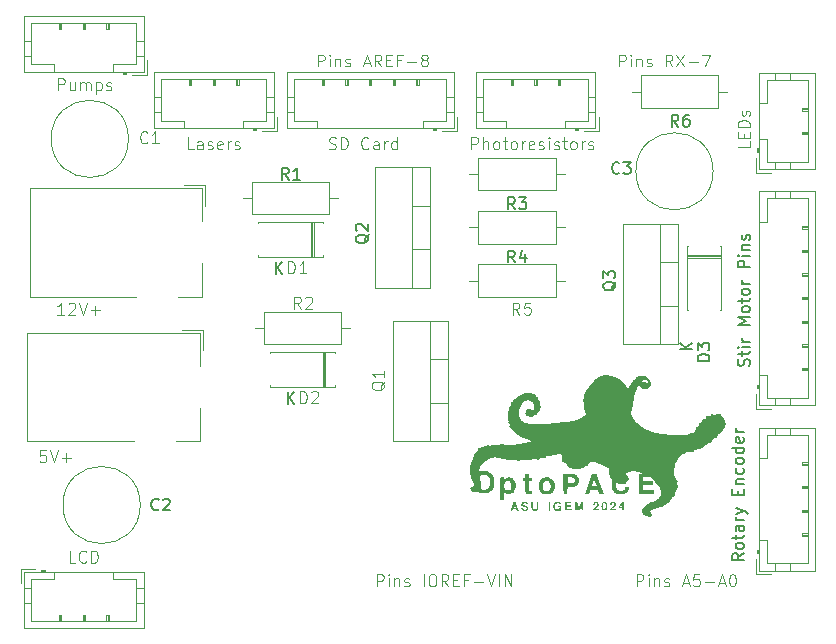
<source format=gbr>
%TF.GenerationSoftware,KiCad,Pcbnew,8.0.4*%
%TF.CreationDate,2024-09-29T14:54:36-07:00*%
%TF.ProjectId,PACE_PCB,50414345-5f50-4434-922e-6b696361645f,rev?*%
%TF.SameCoordinates,Original*%
%TF.FileFunction,Legend,Top*%
%TF.FilePolarity,Positive*%
%FSLAX46Y46*%
G04 Gerber Fmt 4.6, Leading zero omitted, Abs format (unit mm)*
G04 Created by KiCad (PCBNEW 8.0.4) date 2024-09-29 14:54:36*
%MOMM*%
%LPD*%
G01*
G04 APERTURE LIST*
%ADD10C,0.100000*%
%ADD11C,0.150000*%
%ADD12C,0.120000*%
%ADD13C,0.000000*%
G04 APERTURE END LIST*
D10*
X115280074Y-58872419D02*
X114803884Y-58872419D01*
X114803884Y-58872419D02*
X114803884Y-57872419D01*
X116041979Y-58872419D02*
X116041979Y-58348609D01*
X116041979Y-58348609D02*
X115994360Y-58253371D01*
X115994360Y-58253371D02*
X115899122Y-58205752D01*
X115899122Y-58205752D02*
X115708646Y-58205752D01*
X115708646Y-58205752D02*
X115613408Y-58253371D01*
X116041979Y-58824800D02*
X115946741Y-58872419D01*
X115946741Y-58872419D02*
X115708646Y-58872419D01*
X115708646Y-58872419D02*
X115613408Y-58824800D01*
X115613408Y-58824800D02*
X115565789Y-58729561D01*
X115565789Y-58729561D02*
X115565789Y-58634323D01*
X115565789Y-58634323D02*
X115613408Y-58539085D01*
X115613408Y-58539085D02*
X115708646Y-58491466D01*
X115708646Y-58491466D02*
X115946741Y-58491466D01*
X115946741Y-58491466D02*
X116041979Y-58443847D01*
X116470551Y-58824800D02*
X116565789Y-58872419D01*
X116565789Y-58872419D02*
X116756265Y-58872419D01*
X116756265Y-58872419D02*
X116851503Y-58824800D01*
X116851503Y-58824800D02*
X116899122Y-58729561D01*
X116899122Y-58729561D02*
X116899122Y-58681942D01*
X116899122Y-58681942D02*
X116851503Y-58586704D01*
X116851503Y-58586704D02*
X116756265Y-58539085D01*
X116756265Y-58539085D02*
X116613408Y-58539085D01*
X116613408Y-58539085D02*
X116518170Y-58491466D01*
X116518170Y-58491466D02*
X116470551Y-58396228D01*
X116470551Y-58396228D02*
X116470551Y-58348609D01*
X116470551Y-58348609D02*
X116518170Y-58253371D01*
X116518170Y-58253371D02*
X116613408Y-58205752D01*
X116613408Y-58205752D02*
X116756265Y-58205752D01*
X116756265Y-58205752D02*
X116851503Y-58253371D01*
X117708646Y-58824800D02*
X117613408Y-58872419D01*
X117613408Y-58872419D02*
X117422932Y-58872419D01*
X117422932Y-58872419D02*
X117327694Y-58824800D01*
X117327694Y-58824800D02*
X117280075Y-58729561D01*
X117280075Y-58729561D02*
X117280075Y-58348609D01*
X117280075Y-58348609D02*
X117327694Y-58253371D01*
X117327694Y-58253371D02*
X117422932Y-58205752D01*
X117422932Y-58205752D02*
X117613408Y-58205752D01*
X117613408Y-58205752D02*
X117708646Y-58253371D01*
X117708646Y-58253371D02*
X117756265Y-58348609D01*
X117756265Y-58348609D02*
X117756265Y-58443847D01*
X117756265Y-58443847D02*
X117280075Y-58539085D01*
X118184837Y-58872419D02*
X118184837Y-58205752D01*
X118184837Y-58396228D02*
X118232456Y-58300990D01*
X118232456Y-58300990D02*
X118280075Y-58253371D01*
X118280075Y-58253371D02*
X118375313Y-58205752D01*
X118375313Y-58205752D02*
X118470551Y-58205752D01*
X118756266Y-58824800D02*
X118851504Y-58872419D01*
X118851504Y-58872419D02*
X119041980Y-58872419D01*
X119041980Y-58872419D02*
X119137218Y-58824800D01*
X119137218Y-58824800D02*
X119184837Y-58729561D01*
X119184837Y-58729561D02*
X119184837Y-58681942D01*
X119184837Y-58681942D02*
X119137218Y-58586704D01*
X119137218Y-58586704D02*
X119041980Y-58539085D01*
X119041980Y-58539085D02*
X118899123Y-58539085D01*
X118899123Y-58539085D02*
X118803885Y-58491466D01*
X118803885Y-58491466D02*
X118756266Y-58396228D01*
X118756266Y-58396228D02*
X118756266Y-58348609D01*
X118756266Y-58348609D02*
X118803885Y-58253371D01*
X118803885Y-58253371D02*
X118899123Y-58205752D01*
X118899123Y-58205752D02*
X119041980Y-58205752D01*
X119041980Y-58205752D02*
X119137218Y-58253371D01*
X151303884Y-51872419D02*
X151303884Y-50872419D01*
X151303884Y-50872419D02*
X151684836Y-50872419D01*
X151684836Y-50872419D02*
X151780074Y-50920038D01*
X151780074Y-50920038D02*
X151827693Y-50967657D01*
X151827693Y-50967657D02*
X151875312Y-51062895D01*
X151875312Y-51062895D02*
X151875312Y-51205752D01*
X151875312Y-51205752D02*
X151827693Y-51300990D01*
X151827693Y-51300990D02*
X151780074Y-51348609D01*
X151780074Y-51348609D02*
X151684836Y-51396228D01*
X151684836Y-51396228D02*
X151303884Y-51396228D01*
X152303884Y-51872419D02*
X152303884Y-51205752D01*
X152303884Y-50872419D02*
X152256265Y-50920038D01*
X152256265Y-50920038D02*
X152303884Y-50967657D01*
X152303884Y-50967657D02*
X152351503Y-50920038D01*
X152351503Y-50920038D02*
X152303884Y-50872419D01*
X152303884Y-50872419D02*
X152303884Y-50967657D01*
X152780074Y-51205752D02*
X152780074Y-51872419D01*
X152780074Y-51300990D02*
X152827693Y-51253371D01*
X152827693Y-51253371D02*
X152922931Y-51205752D01*
X152922931Y-51205752D02*
X153065788Y-51205752D01*
X153065788Y-51205752D02*
X153161026Y-51253371D01*
X153161026Y-51253371D02*
X153208645Y-51348609D01*
X153208645Y-51348609D02*
X153208645Y-51872419D01*
X153637217Y-51824800D02*
X153732455Y-51872419D01*
X153732455Y-51872419D02*
X153922931Y-51872419D01*
X153922931Y-51872419D02*
X154018169Y-51824800D01*
X154018169Y-51824800D02*
X154065788Y-51729561D01*
X154065788Y-51729561D02*
X154065788Y-51681942D01*
X154065788Y-51681942D02*
X154018169Y-51586704D01*
X154018169Y-51586704D02*
X153922931Y-51539085D01*
X153922931Y-51539085D02*
X153780074Y-51539085D01*
X153780074Y-51539085D02*
X153684836Y-51491466D01*
X153684836Y-51491466D02*
X153637217Y-51396228D01*
X153637217Y-51396228D02*
X153637217Y-51348609D01*
X153637217Y-51348609D02*
X153684836Y-51253371D01*
X153684836Y-51253371D02*
X153780074Y-51205752D01*
X153780074Y-51205752D02*
X153922931Y-51205752D01*
X153922931Y-51205752D02*
X154018169Y-51253371D01*
X155827693Y-51872419D02*
X155494360Y-51396228D01*
X155256265Y-51872419D02*
X155256265Y-50872419D01*
X155256265Y-50872419D02*
X155637217Y-50872419D01*
X155637217Y-50872419D02*
X155732455Y-50920038D01*
X155732455Y-50920038D02*
X155780074Y-50967657D01*
X155780074Y-50967657D02*
X155827693Y-51062895D01*
X155827693Y-51062895D02*
X155827693Y-51205752D01*
X155827693Y-51205752D02*
X155780074Y-51300990D01*
X155780074Y-51300990D02*
X155732455Y-51348609D01*
X155732455Y-51348609D02*
X155637217Y-51396228D01*
X155637217Y-51396228D02*
X155256265Y-51396228D01*
X156161027Y-50872419D02*
X156827693Y-51872419D01*
X156827693Y-50872419D02*
X156161027Y-51872419D01*
X157208646Y-51491466D02*
X157970551Y-51491466D01*
X158351503Y-50872419D02*
X159018169Y-50872419D01*
X159018169Y-50872419D02*
X158589598Y-51872419D01*
X124375312Y-72372419D02*
X124041979Y-71896228D01*
X123803884Y-72372419D02*
X123803884Y-71372419D01*
X123803884Y-71372419D02*
X124184836Y-71372419D01*
X124184836Y-71372419D02*
X124280074Y-71420038D01*
X124280074Y-71420038D02*
X124327693Y-71467657D01*
X124327693Y-71467657D02*
X124375312Y-71562895D01*
X124375312Y-71562895D02*
X124375312Y-71705752D01*
X124375312Y-71705752D02*
X124327693Y-71800990D01*
X124327693Y-71800990D02*
X124280074Y-71848609D01*
X124280074Y-71848609D02*
X124184836Y-71896228D01*
X124184836Y-71896228D02*
X123803884Y-71896228D01*
X124756265Y-71467657D02*
X124803884Y-71420038D01*
X124803884Y-71420038D02*
X124899122Y-71372419D01*
X124899122Y-71372419D02*
X125137217Y-71372419D01*
X125137217Y-71372419D02*
X125232455Y-71420038D01*
X125232455Y-71420038D02*
X125280074Y-71467657D01*
X125280074Y-71467657D02*
X125327693Y-71562895D01*
X125327693Y-71562895D02*
X125327693Y-71658133D01*
X125327693Y-71658133D02*
X125280074Y-71800990D01*
X125280074Y-71800990D02*
X124708646Y-72372419D01*
X124708646Y-72372419D02*
X125327693Y-72372419D01*
X123303884Y-69372419D02*
X123303884Y-68372419D01*
X123303884Y-68372419D02*
X123541979Y-68372419D01*
X123541979Y-68372419D02*
X123684836Y-68420038D01*
X123684836Y-68420038D02*
X123780074Y-68515276D01*
X123780074Y-68515276D02*
X123827693Y-68610514D01*
X123827693Y-68610514D02*
X123875312Y-68800990D01*
X123875312Y-68800990D02*
X123875312Y-68943847D01*
X123875312Y-68943847D02*
X123827693Y-69134323D01*
X123827693Y-69134323D02*
X123780074Y-69229561D01*
X123780074Y-69229561D02*
X123684836Y-69324800D01*
X123684836Y-69324800D02*
X123541979Y-69372419D01*
X123541979Y-69372419D02*
X123303884Y-69372419D01*
X124827693Y-69372419D02*
X124256265Y-69372419D01*
X124541979Y-69372419D02*
X124541979Y-68372419D01*
X124541979Y-68372419D02*
X124446741Y-68515276D01*
X124446741Y-68515276D02*
X124351503Y-68610514D01*
X124351503Y-68610514D02*
X124256265Y-68658133D01*
D11*
X161869819Y-93091792D02*
X161393628Y-93425125D01*
X161869819Y-93663220D02*
X160869819Y-93663220D01*
X160869819Y-93663220D02*
X160869819Y-93282268D01*
X160869819Y-93282268D02*
X160917438Y-93187030D01*
X160917438Y-93187030D02*
X160965057Y-93139411D01*
X160965057Y-93139411D02*
X161060295Y-93091792D01*
X161060295Y-93091792D02*
X161203152Y-93091792D01*
X161203152Y-93091792D02*
X161298390Y-93139411D01*
X161298390Y-93139411D02*
X161346009Y-93187030D01*
X161346009Y-93187030D02*
X161393628Y-93282268D01*
X161393628Y-93282268D02*
X161393628Y-93663220D01*
X161869819Y-92520363D02*
X161822200Y-92615601D01*
X161822200Y-92615601D02*
X161774580Y-92663220D01*
X161774580Y-92663220D02*
X161679342Y-92710839D01*
X161679342Y-92710839D02*
X161393628Y-92710839D01*
X161393628Y-92710839D02*
X161298390Y-92663220D01*
X161298390Y-92663220D02*
X161250771Y-92615601D01*
X161250771Y-92615601D02*
X161203152Y-92520363D01*
X161203152Y-92520363D02*
X161203152Y-92377506D01*
X161203152Y-92377506D02*
X161250771Y-92282268D01*
X161250771Y-92282268D02*
X161298390Y-92234649D01*
X161298390Y-92234649D02*
X161393628Y-92187030D01*
X161393628Y-92187030D02*
X161679342Y-92187030D01*
X161679342Y-92187030D02*
X161774580Y-92234649D01*
X161774580Y-92234649D02*
X161822200Y-92282268D01*
X161822200Y-92282268D02*
X161869819Y-92377506D01*
X161869819Y-92377506D02*
X161869819Y-92520363D01*
X161203152Y-91901315D02*
X161203152Y-91520363D01*
X160869819Y-91758458D02*
X161726961Y-91758458D01*
X161726961Y-91758458D02*
X161822200Y-91710839D01*
X161822200Y-91710839D02*
X161869819Y-91615601D01*
X161869819Y-91615601D02*
X161869819Y-91520363D01*
X161869819Y-90758458D02*
X161346009Y-90758458D01*
X161346009Y-90758458D02*
X161250771Y-90806077D01*
X161250771Y-90806077D02*
X161203152Y-90901315D01*
X161203152Y-90901315D02*
X161203152Y-91091791D01*
X161203152Y-91091791D02*
X161250771Y-91187029D01*
X161822200Y-90758458D02*
X161869819Y-90853696D01*
X161869819Y-90853696D02*
X161869819Y-91091791D01*
X161869819Y-91091791D02*
X161822200Y-91187029D01*
X161822200Y-91187029D02*
X161726961Y-91234648D01*
X161726961Y-91234648D02*
X161631723Y-91234648D01*
X161631723Y-91234648D02*
X161536485Y-91187029D01*
X161536485Y-91187029D02*
X161488866Y-91091791D01*
X161488866Y-91091791D02*
X161488866Y-90853696D01*
X161488866Y-90853696D02*
X161441247Y-90758458D01*
X161869819Y-90282267D02*
X161203152Y-90282267D01*
X161393628Y-90282267D02*
X161298390Y-90234648D01*
X161298390Y-90234648D02*
X161250771Y-90187029D01*
X161250771Y-90187029D02*
X161203152Y-90091791D01*
X161203152Y-90091791D02*
X161203152Y-89996553D01*
X161203152Y-89758457D02*
X161869819Y-89520362D01*
X161203152Y-89282267D02*
X161869819Y-89520362D01*
X161869819Y-89520362D02*
X162107914Y-89615600D01*
X162107914Y-89615600D02*
X162155533Y-89663219D01*
X162155533Y-89663219D02*
X162203152Y-89758457D01*
X161346009Y-88139409D02*
X161346009Y-87806076D01*
X161869819Y-87663219D02*
X161869819Y-88139409D01*
X161869819Y-88139409D02*
X160869819Y-88139409D01*
X160869819Y-88139409D02*
X160869819Y-87663219D01*
X161203152Y-87234647D02*
X161869819Y-87234647D01*
X161298390Y-87234647D02*
X161250771Y-87187028D01*
X161250771Y-87187028D02*
X161203152Y-87091790D01*
X161203152Y-87091790D02*
X161203152Y-86948933D01*
X161203152Y-86948933D02*
X161250771Y-86853695D01*
X161250771Y-86853695D02*
X161346009Y-86806076D01*
X161346009Y-86806076D02*
X161869819Y-86806076D01*
X161822200Y-85901314D02*
X161869819Y-85996552D01*
X161869819Y-85996552D02*
X161869819Y-86187028D01*
X161869819Y-86187028D02*
X161822200Y-86282266D01*
X161822200Y-86282266D02*
X161774580Y-86329885D01*
X161774580Y-86329885D02*
X161679342Y-86377504D01*
X161679342Y-86377504D02*
X161393628Y-86377504D01*
X161393628Y-86377504D02*
X161298390Y-86329885D01*
X161298390Y-86329885D02*
X161250771Y-86282266D01*
X161250771Y-86282266D02*
X161203152Y-86187028D01*
X161203152Y-86187028D02*
X161203152Y-85996552D01*
X161203152Y-85996552D02*
X161250771Y-85901314D01*
X161869819Y-85329885D02*
X161822200Y-85425123D01*
X161822200Y-85425123D02*
X161774580Y-85472742D01*
X161774580Y-85472742D02*
X161679342Y-85520361D01*
X161679342Y-85520361D02*
X161393628Y-85520361D01*
X161393628Y-85520361D02*
X161298390Y-85472742D01*
X161298390Y-85472742D02*
X161250771Y-85425123D01*
X161250771Y-85425123D02*
X161203152Y-85329885D01*
X161203152Y-85329885D02*
X161203152Y-85187028D01*
X161203152Y-85187028D02*
X161250771Y-85091790D01*
X161250771Y-85091790D02*
X161298390Y-85044171D01*
X161298390Y-85044171D02*
X161393628Y-84996552D01*
X161393628Y-84996552D02*
X161679342Y-84996552D01*
X161679342Y-84996552D02*
X161774580Y-85044171D01*
X161774580Y-85044171D02*
X161822200Y-85091790D01*
X161822200Y-85091790D02*
X161869819Y-85187028D01*
X161869819Y-85187028D02*
X161869819Y-85329885D01*
X161869819Y-84139409D02*
X160869819Y-84139409D01*
X161822200Y-84139409D02*
X161869819Y-84234647D01*
X161869819Y-84234647D02*
X161869819Y-84425123D01*
X161869819Y-84425123D02*
X161822200Y-84520361D01*
X161822200Y-84520361D02*
X161774580Y-84567980D01*
X161774580Y-84567980D02*
X161679342Y-84615599D01*
X161679342Y-84615599D02*
X161393628Y-84615599D01*
X161393628Y-84615599D02*
X161298390Y-84567980D01*
X161298390Y-84567980D02*
X161250771Y-84520361D01*
X161250771Y-84520361D02*
X161203152Y-84425123D01*
X161203152Y-84425123D02*
X161203152Y-84234647D01*
X161203152Y-84234647D02*
X161250771Y-84139409D01*
X161822200Y-83282266D02*
X161869819Y-83377504D01*
X161869819Y-83377504D02*
X161869819Y-83567980D01*
X161869819Y-83567980D02*
X161822200Y-83663218D01*
X161822200Y-83663218D02*
X161726961Y-83710837D01*
X161726961Y-83710837D02*
X161346009Y-83710837D01*
X161346009Y-83710837D02*
X161250771Y-83663218D01*
X161250771Y-83663218D02*
X161203152Y-83567980D01*
X161203152Y-83567980D02*
X161203152Y-83377504D01*
X161203152Y-83377504D02*
X161250771Y-83282266D01*
X161250771Y-83282266D02*
X161346009Y-83234647D01*
X161346009Y-83234647D02*
X161441247Y-83234647D01*
X161441247Y-83234647D02*
X161536485Y-83710837D01*
X161869819Y-82806075D02*
X161203152Y-82806075D01*
X161393628Y-82806075D02*
X161298390Y-82758456D01*
X161298390Y-82758456D02*
X161250771Y-82710837D01*
X161250771Y-82710837D02*
X161203152Y-82615599D01*
X161203152Y-82615599D02*
X161203152Y-82520361D01*
D10*
X103803884Y-53872419D02*
X103803884Y-52872419D01*
X103803884Y-52872419D02*
X104184836Y-52872419D01*
X104184836Y-52872419D02*
X104280074Y-52920038D01*
X104280074Y-52920038D02*
X104327693Y-52967657D01*
X104327693Y-52967657D02*
X104375312Y-53062895D01*
X104375312Y-53062895D02*
X104375312Y-53205752D01*
X104375312Y-53205752D02*
X104327693Y-53300990D01*
X104327693Y-53300990D02*
X104280074Y-53348609D01*
X104280074Y-53348609D02*
X104184836Y-53396228D01*
X104184836Y-53396228D02*
X103803884Y-53396228D01*
X105232455Y-53205752D02*
X105232455Y-53872419D01*
X104803884Y-53205752D02*
X104803884Y-53729561D01*
X104803884Y-53729561D02*
X104851503Y-53824800D01*
X104851503Y-53824800D02*
X104946741Y-53872419D01*
X104946741Y-53872419D02*
X105089598Y-53872419D01*
X105089598Y-53872419D02*
X105184836Y-53824800D01*
X105184836Y-53824800D02*
X105232455Y-53777180D01*
X105708646Y-53872419D02*
X105708646Y-53205752D01*
X105708646Y-53300990D02*
X105756265Y-53253371D01*
X105756265Y-53253371D02*
X105851503Y-53205752D01*
X105851503Y-53205752D02*
X105994360Y-53205752D01*
X105994360Y-53205752D02*
X106089598Y-53253371D01*
X106089598Y-53253371D02*
X106137217Y-53348609D01*
X106137217Y-53348609D02*
X106137217Y-53872419D01*
X106137217Y-53348609D02*
X106184836Y-53253371D01*
X106184836Y-53253371D02*
X106280074Y-53205752D01*
X106280074Y-53205752D02*
X106422931Y-53205752D01*
X106422931Y-53205752D02*
X106518170Y-53253371D01*
X106518170Y-53253371D02*
X106565789Y-53348609D01*
X106565789Y-53348609D02*
X106565789Y-53872419D01*
X107041979Y-53205752D02*
X107041979Y-54205752D01*
X107041979Y-53253371D02*
X107137217Y-53205752D01*
X107137217Y-53205752D02*
X107327693Y-53205752D01*
X107327693Y-53205752D02*
X107422931Y-53253371D01*
X107422931Y-53253371D02*
X107470550Y-53300990D01*
X107470550Y-53300990D02*
X107518169Y-53396228D01*
X107518169Y-53396228D02*
X107518169Y-53681942D01*
X107518169Y-53681942D02*
X107470550Y-53777180D01*
X107470550Y-53777180D02*
X107422931Y-53824800D01*
X107422931Y-53824800D02*
X107327693Y-53872419D01*
X107327693Y-53872419D02*
X107137217Y-53872419D01*
X107137217Y-53872419D02*
X107041979Y-53824800D01*
X107899122Y-53824800D02*
X107994360Y-53872419D01*
X107994360Y-53872419D02*
X108184836Y-53872419D01*
X108184836Y-53872419D02*
X108280074Y-53824800D01*
X108280074Y-53824800D02*
X108327693Y-53729561D01*
X108327693Y-53729561D02*
X108327693Y-53681942D01*
X108327693Y-53681942D02*
X108280074Y-53586704D01*
X108280074Y-53586704D02*
X108184836Y-53539085D01*
X108184836Y-53539085D02*
X108041979Y-53539085D01*
X108041979Y-53539085D02*
X107946741Y-53491466D01*
X107946741Y-53491466D02*
X107899122Y-53396228D01*
X107899122Y-53396228D02*
X107899122Y-53348609D01*
X107899122Y-53348609D02*
X107946741Y-53253371D01*
X107946741Y-53253371D02*
X108041979Y-53205752D01*
X108041979Y-53205752D02*
X108184836Y-53205752D01*
X108184836Y-53205752D02*
X108280074Y-53253371D01*
X111375312Y-58277180D02*
X111327693Y-58324800D01*
X111327693Y-58324800D02*
X111184836Y-58372419D01*
X111184836Y-58372419D02*
X111089598Y-58372419D01*
X111089598Y-58372419D02*
X110946741Y-58324800D01*
X110946741Y-58324800D02*
X110851503Y-58229561D01*
X110851503Y-58229561D02*
X110803884Y-58134323D01*
X110803884Y-58134323D02*
X110756265Y-57943847D01*
X110756265Y-57943847D02*
X110756265Y-57800990D01*
X110756265Y-57800990D02*
X110803884Y-57610514D01*
X110803884Y-57610514D02*
X110851503Y-57515276D01*
X110851503Y-57515276D02*
X110946741Y-57420038D01*
X110946741Y-57420038D02*
X111089598Y-57372419D01*
X111089598Y-57372419D02*
X111184836Y-57372419D01*
X111184836Y-57372419D02*
X111327693Y-57420038D01*
X111327693Y-57420038D02*
X111375312Y-57467657D01*
X112327693Y-58372419D02*
X111756265Y-58372419D01*
X112041979Y-58372419D02*
X112041979Y-57372419D01*
X112041979Y-57372419D02*
X111946741Y-57515276D01*
X111946741Y-57515276D02*
X111851503Y-57610514D01*
X111851503Y-57610514D02*
X111756265Y-57658133D01*
X138803884Y-58872419D02*
X138803884Y-57872419D01*
X138803884Y-57872419D02*
X139184836Y-57872419D01*
X139184836Y-57872419D02*
X139280074Y-57920038D01*
X139280074Y-57920038D02*
X139327693Y-57967657D01*
X139327693Y-57967657D02*
X139375312Y-58062895D01*
X139375312Y-58062895D02*
X139375312Y-58205752D01*
X139375312Y-58205752D02*
X139327693Y-58300990D01*
X139327693Y-58300990D02*
X139280074Y-58348609D01*
X139280074Y-58348609D02*
X139184836Y-58396228D01*
X139184836Y-58396228D02*
X138803884Y-58396228D01*
X139803884Y-58872419D02*
X139803884Y-57872419D01*
X140232455Y-58872419D02*
X140232455Y-58348609D01*
X140232455Y-58348609D02*
X140184836Y-58253371D01*
X140184836Y-58253371D02*
X140089598Y-58205752D01*
X140089598Y-58205752D02*
X139946741Y-58205752D01*
X139946741Y-58205752D02*
X139851503Y-58253371D01*
X139851503Y-58253371D02*
X139803884Y-58300990D01*
X140851503Y-58872419D02*
X140756265Y-58824800D01*
X140756265Y-58824800D02*
X140708646Y-58777180D01*
X140708646Y-58777180D02*
X140661027Y-58681942D01*
X140661027Y-58681942D02*
X140661027Y-58396228D01*
X140661027Y-58396228D02*
X140708646Y-58300990D01*
X140708646Y-58300990D02*
X140756265Y-58253371D01*
X140756265Y-58253371D02*
X140851503Y-58205752D01*
X140851503Y-58205752D02*
X140994360Y-58205752D01*
X140994360Y-58205752D02*
X141089598Y-58253371D01*
X141089598Y-58253371D02*
X141137217Y-58300990D01*
X141137217Y-58300990D02*
X141184836Y-58396228D01*
X141184836Y-58396228D02*
X141184836Y-58681942D01*
X141184836Y-58681942D02*
X141137217Y-58777180D01*
X141137217Y-58777180D02*
X141089598Y-58824800D01*
X141089598Y-58824800D02*
X140994360Y-58872419D01*
X140994360Y-58872419D02*
X140851503Y-58872419D01*
X141470551Y-58205752D02*
X141851503Y-58205752D01*
X141613408Y-57872419D02*
X141613408Y-58729561D01*
X141613408Y-58729561D02*
X141661027Y-58824800D01*
X141661027Y-58824800D02*
X141756265Y-58872419D01*
X141756265Y-58872419D02*
X141851503Y-58872419D01*
X142327694Y-58872419D02*
X142232456Y-58824800D01*
X142232456Y-58824800D02*
X142184837Y-58777180D01*
X142184837Y-58777180D02*
X142137218Y-58681942D01*
X142137218Y-58681942D02*
X142137218Y-58396228D01*
X142137218Y-58396228D02*
X142184837Y-58300990D01*
X142184837Y-58300990D02*
X142232456Y-58253371D01*
X142232456Y-58253371D02*
X142327694Y-58205752D01*
X142327694Y-58205752D02*
X142470551Y-58205752D01*
X142470551Y-58205752D02*
X142565789Y-58253371D01*
X142565789Y-58253371D02*
X142613408Y-58300990D01*
X142613408Y-58300990D02*
X142661027Y-58396228D01*
X142661027Y-58396228D02*
X142661027Y-58681942D01*
X142661027Y-58681942D02*
X142613408Y-58777180D01*
X142613408Y-58777180D02*
X142565789Y-58824800D01*
X142565789Y-58824800D02*
X142470551Y-58872419D01*
X142470551Y-58872419D02*
X142327694Y-58872419D01*
X143089599Y-58872419D02*
X143089599Y-58205752D01*
X143089599Y-58396228D02*
X143137218Y-58300990D01*
X143137218Y-58300990D02*
X143184837Y-58253371D01*
X143184837Y-58253371D02*
X143280075Y-58205752D01*
X143280075Y-58205752D02*
X143375313Y-58205752D01*
X144089599Y-58824800D02*
X143994361Y-58872419D01*
X143994361Y-58872419D02*
X143803885Y-58872419D01*
X143803885Y-58872419D02*
X143708647Y-58824800D01*
X143708647Y-58824800D02*
X143661028Y-58729561D01*
X143661028Y-58729561D02*
X143661028Y-58348609D01*
X143661028Y-58348609D02*
X143708647Y-58253371D01*
X143708647Y-58253371D02*
X143803885Y-58205752D01*
X143803885Y-58205752D02*
X143994361Y-58205752D01*
X143994361Y-58205752D02*
X144089599Y-58253371D01*
X144089599Y-58253371D02*
X144137218Y-58348609D01*
X144137218Y-58348609D02*
X144137218Y-58443847D01*
X144137218Y-58443847D02*
X143661028Y-58539085D01*
X144518171Y-58824800D02*
X144613409Y-58872419D01*
X144613409Y-58872419D02*
X144803885Y-58872419D01*
X144803885Y-58872419D02*
X144899123Y-58824800D01*
X144899123Y-58824800D02*
X144946742Y-58729561D01*
X144946742Y-58729561D02*
X144946742Y-58681942D01*
X144946742Y-58681942D02*
X144899123Y-58586704D01*
X144899123Y-58586704D02*
X144803885Y-58539085D01*
X144803885Y-58539085D02*
X144661028Y-58539085D01*
X144661028Y-58539085D02*
X144565790Y-58491466D01*
X144565790Y-58491466D02*
X144518171Y-58396228D01*
X144518171Y-58396228D02*
X144518171Y-58348609D01*
X144518171Y-58348609D02*
X144565790Y-58253371D01*
X144565790Y-58253371D02*
X144661028Y-58205752D01*
X144661028Y-58205752D02*
X144803885Y-58205752D01*
X144803885Y-58205752D02*
X144899123Y-58253371D01*
X145375314Y-58872419D02*
X145375314Y-58205752D01*
X145375314Y-57872419D02*
X145327695Y-57920038D01*
X145327695Y-57920038D02*
X145375314Y-57967657D01*
X145375314Y-57967657D02*
X145422933Y-57920038D01*
X145422933Y-57920038D02*
X145375314Y-57872419D01*
X145375314Y-57872419D02*
X145375314Y-57967657D01*
X145803885Y-58824800D02*
X145899123Y-58872419D01*
X145899123Y-58872419D02*
X146089599Y-58872419D01*
X146089599Y-58872419D02*
X146184837Y-58824800D01*
X146184837Y-58824800D02*
X146232456Y-58729561D01*
X146232456Y-58729561D02*
X146232456Y-58681942D01*
X146232456Y-58681942D02*
X146184837Y-58586704D01*
X146184837Y-58586704D02*
X146089599Y-58539085D01*
X146089599Y-58539085D02*
X145946742Y-58539085D01*
X145946742Y-58539085D02*
X145851504Y-58491466D01*
X145851504Y-58491466D02*
X145803885Y-58396228D01*
X145803885Y-58396228D02*
X145803885Y-58348609D01*
X145803885Y-58348609D02*
X145851504Y-58253371D01*
X145851504Y-58253371D02*
X145946742Y-58205752D01*
X145946742Y-58205752D02*
X146089599Y-58205752D01*
X146089599Y-58205752D02*
X146184837Y-58253371D01*
X146518171Y-58205752D02*
X146899123Y-58205752D01*
X146661028Y-57872419D02*
X146661028Y-58729561D01*
X146661028Y-58729561D02*
X146708647Y-58824800D01*
X146708647Y-58824800D02*
X146803885Y-58872419D01*
X146803885Y-58872419D02*
X146899123Y-58872419D01*
X147375314Y-58872419D02*
X147280076Y-58824800D01*
X147280076Y-58824800D02*
X147232457Y-58777180D01*
X147232457Y-58777180D02*
X147184838Y-58681942D01*
X147184838Y-58681942D02*
X147184838Y-58396228D01*
X147184838Y-58396228D02*
X147232457Y-58300990D01*
X147232457Y-58300990D02*
X147280076Y-58253371D01*
X147280076Y-58253371D02*
X147375314Y-58205752D01*
X147375314Y-58205752D02*
X147518171Y-58205752D01*
X147518171Y-58205752D02*
X147613409Y-58253371D01*
X147613409Y-58253371D02*
X147661028Y-58300990D01*
X147661028Y-58300990D02*
X147708647Y-58396228D01*
X147708647Y-58396228D02*
X147708647Y-58681942D01*
X147708647Y-58681942D02*
X147661028Y-58777180D01*
X147661028Y-58777180D02*
X147613409Y-58824800D01*
X147613409Y-58824800D02*
X147518171Y-58872419D01*
X147518171Y-58872419D02*
X147375314Y-58872419D01*
X148137219Y-58872419D02*
X148137219Y-58205752D01*
X148137219Y-58396228D02*
X148184838Y-58300990D01*
X148184838Y-58300990D02*
X148232457Y-58253371D01*
X148232457Y-58253371D02*
X148327695Y-58205752D01*
X148327695Y-58205752D02*
X148422933Y-58205752D01*
X148708648Y-58824800D02*
X148803886Y-58872419D01*
X148803886Y-58872419D02*
X148994362Y-58872419D01*
X148994362Y-58872419D02*
X149089600Y-58824800D01*
X149089600Y-58824800D02*
X149137219Y-58729561D01*
X149137219Y-58729561D02*
X149137219Y-58681942D01*
X149137219Y-58681942D02*
X149089600Y-58586704D01*
X149089600Y-58586704D02*
X148994362Y-58539085D01*
X148994362Y-58539085D02*
X148851505Y-58539085D01*
X148851505Y-58539085D02*
X148756267Y-58491466D01*
X148756267Y-58491466D02*
X148708648Y-58396228D01*
X148708648Y-58396228D02*
X148708648Y-58348609D01*
X148708648Y-58348609D02*
X148756267Y-58253371D01*
X148756267Y-58253371D02*
X148851505Y-58205752D01*
X148851505Y-58205752D02*
X148994362Y-58205752D01*
X148994362Y-58205752D02*
X149089600Y-58253371D01*
X142875312Y-72872419D02*
X142541979Y-72396228D01*
X142303884Y-72872419D02*
X142303884Y-71872419D01*
X142303884Y-71872419D02*
X142684836Y-71872419D01*
X142684836Y-71872419D02*
X142780074Y-71920038D01*
X142780074Y-71920038D02*
X142827693Y-71967657D01*
X142827693Y-71967657D02*
X142875312Y-72062895D01*
X142875312Y-72062895D02*
X142875312Y-72205752D01*
X142875312Y-72205752D02*
X142827693Y-72300990D01*
X142827693Y-72300990D02*
X142780074Y-72348609D01*
X142780074Y-72348609D02*
X142684836Y-72396228D01*
X142684836Y-72396228D02*
X142303884Y-72396228D01*
X143780074Y-71872419D02*
X143303884Y-71872419D01*
X143303884Y-71872419D02*
X143256265Y-72348609D01*
X143256265Y-72348609D02*
X143303884Y-72300990D01*
X143303884Y-72300990D02*
X143399122Y-72253371D01*
X143399122Y-72253371D02*
X143637217Y-72253371D01*
X143637217Y-72253371D02*
X143732455Y-72300990D01*
X143732455Y-72300990D02*
X143780074Y-72348609D01*
X143780074Y-72348609D02*
X143827693Y-72443847D01*
X143827693Y-72443847D02*
X143827693Y-72681942D01*
X143827693Y-72681942D02*
X143780074Y-72777180D01*
X143780074Y-72777180D02*
X143732455Y-72824800D01*
X143732455Y-72824800D02*
X143637217Y-72872419D01*
X143637217Y-72872419D02*
X143399122Y-72872419D01*
X143399122Y-72872419D02*
X143303884Y-72824800D01*
X143303884Y-72824800D02*
X143256265Y-72777180D01*
X125803884Y-51872419D02*
X125803884Y-50872419D01*
X125803884Y-50872419D02*
X126184836Y-50872419D01*
X126184836Y-50872419D02*
X126280074Y-50920038D01*
X126280074Y-50920038D02*
X126327693Y-50967657D01*
X126327693Y-50967657D02*
X126375312Y-51062895D01*
X126375312Y-51062895D02*
X126375312Y-51205752D01*
X126375312Y-51205752D02*
X126327693Y-51300990D01*
X126327693Y-51300990D02*
X126280074Y-51348609D01*
X126280074Y-51348609D02*
X126184836Y-51396228D01*
X126184836Y-51396228D02*
X125803884Y-51396228D01*
X126803884Y-51872419D02*
X126803884Y-51205752D01*
X126803884Y-50872419D02*
X126756265Y-50920038D01*
X126756265Y-50920038D02*
X126803884Y-50967657D01*
X126803884Y-50967657D02*
X126851503Y-50920038D01*
X126851503Y-50920038D02*
X126803884Y-50872419D01*
X126803884Y-50872419D02*
X126803884Y-50967657D01*
X127280074Y-51205752D02*
X127280074Y-51872419D01*
X127280074Y-51300990D02*
X127327693Y-51253371D01*
X127327693Y-51253371D02*
X127422931Y-51205752D01*
X127422931Y-51205752D02*
X127565788Y-51205752D01*
X127565788Y-51205752D02*
X127661026Y-51253371D01*
X127661026Y-51253371D02*
X127708645Y-51348609D01*
X127708645Y-51348609D02*
X127708645Y-51872419D01*
X128137217Y-51824800D02*
X128232455Y-51872419D01*
X128232455Y-51872419D02*
X128422931Y-51872419D01*
X128422931Y-51872419D02*
X128518169Y-51824800D01*
X128518169Y-51824800D02*
X128565788Y-51729561D01*
X128565788Y-51729561D02*
X128565788Y-51681942D01*
X128565788Y-51681942D02*
X128518169Y-51586704D01*
X128518169Y-51586704D02*
X128422931Y-51539085D01*
X128422931Y-51539085D02*
X128280074Y-51539085D01*
X128280074Y-51539085D02*
X128184836Y-51491466D01*
X128184836Y-51491466D02*
X128137217Y-51396228D01*
X128137217Y-51396228D02*
X128137217Y-51348609D01*
X128137217Y-51348609D02*
X128184836Y-51253371D01*
X128184836Y-51253371D02*
X128280074Y-51205752D01*
X128280074Y-51205752D02*
X128422931Y-51205752D01*
X128422931Y-51205752D02*
X128518169Y-51253371D01*
X129708646Y-51586704D02*
X130184836Y-51586704D01*
X129613408Y-51872419D02*
X129946741Y-50872419D01*
X129946741Y-50872419D02*
X130280074Y-51872419D01*
X131184836Y-51872419D02*
X130851503Y-51396228D01*
X130613408Y-51872419D02*
X130613408Y-50872419D01*
X130613408Y-50872419D02*
X130994360Y-50872419D01*
X130994360Y-50872419D02*
X131089598Y-50920038D01*
X131089598Y-50920038D02*
X131137217Y-50967657D01*
X131137217Y-50967657D02*
X131184836Y-51062895D01*
X131184836Y-51062895D02*
X131184836Y-51205752D01*
X131184836Y-51205752D02*
X131137217Y-51300990D01*
X131137217Y-51300990D02*
X131089598Y-51348609D01*
X131089598Y-51348609D02*
X130994360Y-51396228D01*
X130994360Y-51396228D02*
X130613408Y-51396228D01*
X131613408Y-51348609D02*
X131946741Y-51348609D01*
X132089598Y-51872419D02*
X131613408Y-51872419D01*
X131613408Y-51872419D02*
X131613408Y-50872419D01*
X131613408Y-50872419D02*
X132089598Y-50872419D01*
X132851503Y-51348609D02*
X132518170Y-51348609D01*
X132518170Y-51872419D02*
X132518170Y-50872419D01*
X132518170Y-50872419D02*
X132994360Y-50872419D01*
X133375313Y-51491466D02*
X134137218Y-51491466D01*
X134756265Y-51300990D02*
X134661027Y-51253371D01*
X134661027Y-51253371D02*
X134613408Y-51205752D01*
X134613408Y-51205752D02*
X134565789Y-51110514D01*
X134565789Y-51110514D02*
X134565789Y-51062895D01*
X134565789Y-51062895D02*
X134613408Y-50967657D01*
X134613408Y-50967657D02*
X134661027Y-50920038D01*
X134661027Y-50920038D02*
X134756265Y-50872419D01*
X134756265Y-50872419D02*
X134946741Y-50872419D01*
X134946741Y-50872419D02*
X135041979Y-50920038D01*
X135041979Y-50920038D02*
X135089598Y-50967657D01*
X135089598Y-50967657D02*
X135137217Y-51062895D01*
X135137217Y-51062895D02*
X135137217Y-51110514D01*
X135137217Y-51110514D02*
X135089598Y-51205752D01*
X135089598Y-51205752D02*
X135041979Y-51253371D01*
X135041979Y-51253371D02*
X134946741Y-51300990D01*
X134946741Y-51300990D02*
X134756265Y-51300990D01*
X134756265Y-51300990D02*
X134661027Y-51348609D01*
X134661027Y-51348609D02*
X134613408Y-51396228D01*
X134613408Y-51396228D02*
X134565789Y-51491466D01*
X134565789Y-51491466D02*
X134565789Y-51681942D01*
X134565789Y-51681942D02*
X134613408Y-51777180D01*
X134613408Y-51777180D02*
X134661027Y-51824800D01*
X134661027Y-51824800D02*
X134756265Y-51872419D01*
X134756265Y-51872419D02*
X134946741Y-51872419D01*
X134946741Y-51872419D02*
X135041979Y-51824800D01*
X135041979Y-51824800D02*
X135089598Y-51777180D01*
X135089598Y-51777180D02*
X135137217Y-51681942D01*
X135137217Y-51681942D02*
X135137217Y-51491466D01*
X135137217Y-51491466D02*
X135089598Y-51396228D01*
X135089598Y-51396228D02*
X135041979Y-51348609D01*
X135041979Y-51348609D02*
X134946741Y-51300990D01*
X131467657Y-78529449D02*
X131420038Y-78624687D01*
X131420038Y-78624687D02*
X131324800Y-78719925D01*
X131324800Y-78719925D02*
X131181942Y-78862782D01*
X131181942Y-78862782D02*
X131134323Y-78958020D01*
X131134323Y-78958020D02*
X131134323Y-79053258D01*
X131372419Y-79005639D02*
X131324800Y-79100877D01*
X131324800Y-79100877D02*
X131229561Y-79196115D01*
X131229561Y-79196115D02*
X131039085Y-79243734D01*
X131039085Y-79243734D02*
X130705752Y-79243734D01*
X130705752Y-79243734D02*
X130515276Y-79196115D01*
X130515276Y-79196115D02*
X130420038Y-79100877D01*
X130420038Y-79100877D02*
X130372419Y-79005639D01*
X130372419Y-79005639D02*
X130372419Y-78815163D01*
X130372419Y-78815163D02*
X130420038Y-78719925D01*
X130420038Y-78719925D02*
X130515276Y-78624687D01*
X130515276Y-78624687D02*
X130705752Y-78577068D01*
X130705752Y-78577068D02*
X131039085Y-78577068D01*
X131039085Y-78577068D02*
X131229561Y-78624687D01*
X131229561Y-78624687D02*
X131324800Y-78719925D01*
X131324800Y-78719925D02*
X131372419Y-78815163D01*
X131372419Y-78815163D02*
X131372419Y-79005639D01*
X131372419Y-77624687D02*
X131372419Y-78196115D01*
X131372419Y-77910401D02*
X130372419Y-77910401D01*
X130372419Y-77910401D02*
X130515276Y-78005639D01*
X130515276Y-78005639D02*
X130610514Y-78100877D01*
X130610514Y-78100877D02*
X130658133Y-78196115D01*
X152803884Y-95872419D02*
X152803884Y-94872419D01*
X152803884Y-94872419D02*
X153184836Y-94872419D01*
X153184836Y-94872419D02*
X153280074Y-94920038D01*
X153280074Y-94920038D02*
X153327693Y-94967657D01*
X153327693Y-94967657D02*
X153375312Y-95062895D01*
X153375312Y-95062895D02*
X153375312Y-95205752D01*
X153375312Y-95205752D02*
X153327693Y-95300990D01*
X153327693Y-95300990D02*
X153280074Y-95348609D01*
X153280074Y-95348609D02*
X153184836Y-95396228D01*
X153184836Y-95396228D02*
X152803884Y-95396228D01*
X153803884Y-95872419D02*
X153803884Y-95205752D01*
X153803884Y-94872419D02*
X153756265Y-94920038D01*
X153756265Y-94920038D02*
X153803884Y-94967657D01*
X153803884Y-94967657D02*
X153851503Y-94920038D01*
X153851503Y-94920038D02*
X153803884Y-94872419D01*
X153803884Y-94872419D02*
X153803884Y-94967657D01*
X154280074Y-95205752D02*
X154280074Y-95872419D01*
X154280074Y-95300990D02*
X154327693Y-95253371D01*
X154327693Y-95253371D02*
X154422931Y-95205752D01*
X154422931Y-95205752D02*
X154565788Y-95205752D01*
X154565788Y-95205752D02*
X154661026Y-95253371D01*
X154661026Y-95253371D02*
X154708645Y-95348609D01*
X154708645Y-95348609D02*
X154708645Y-95872419D01*
X155137217Y-95824800D02*
X155232455Y-95872419D01*
X155232455Y-95872419D02*
X155422931Y-95872419D01*
X155422931Y-95872419D02*
X155518169Y-95824800D01*
X155518169Y-95824800D02*
X155565788Y-95729561D01*
X155565788Y-95729561D02*
X155565788Y-95681942D01*
X155565788Y-95681942D02*
X155518169Y-95586704D01*
X155518169Y-95586704D02*
X155422931Y-95539085D01*
X155422931Y-95539085D02*
X155280074Y-95539085D01*
X155280074Y-95539085D02*
X155184836Y-95491466D01*
X155184836Y-95491466D02*
X155137217Y-95396228D01*
X155137217Y-95396228D02*
X155137217Y-95348609D01*
X155137217Y-95348609D02*
X155184836Y-95253371D01*
X155184836Y-95253371D02*
X155280074Y-95205752D01*
X155280074Y-95205752D02*
X155422931Y-95205752D01*
X155422931Y-95205752D02*
X155518169Y-95253371D01*
X156708646Y-95586704D02*
X157184836Y-95586704D01*
X156613408Y-95872419D02*
X156946741Y-94872419D01*
X156946741Y-94872419D02*
X157280074Y-95872419D01*
X158089598Y-94872419D02*
X157613408Y-94872419D01*
X157613408Y-94872419D02*
X157565789Y-95348609D01*
X157565789Y-95348609D02*
X157613408Y-95300990D01*
X157613408Y-95300990D02*
X157708646Y-95253371D01*
X157708646Y-95253371D02*
X157946741Y-95253371D01*
X157946741Y-95253371D02*
X158041979Y-95300990D01*
X158041979Y-95300990D02*
X158089598Y-95348609D01*
X158089598Y-95348609D02*
X158137217Y-95443847D01*
X158137217Y-95443847D02*
X158137217Y-95681942D01*
X158137217Y-95681942D02*
X158089598Y-95777180D01*
X158089598Y-95777180D02*
X158041979Y-95824800D01*
X158041979Y-95824800D02*
X157946741Y-95872419D01*
X157946741Y-95872419D02*
X157708646Y-95872419D01*
X157708646Y-95872419D02*
X157613408Y-95824800D01*
X157613408Y-95824800D02*
X157565789Y-95777180D01*
X158565789Y-95491466D02*
X159327694Y-95491466D01*
X159756265Y-95586704D02*
X160232455Y-95586704D01*
X159661027Y-95872419D02*
X159994360Y-94872419D01*
X159994360Y-94872419D02*
X160327693Y-95872419D01*
X160851503Y-94872419D02*
X160946741Y-94872419D01*
X160946741Y-94872419D02*
X161041979Y-94920038D01*
X161041979Y-94920038D02*
X161089598Y-94967657D01*
X161089598Y-94967657D02*
X161137217Y-95062895D01*
X161137217Y-95062895D02*
X161184836Y-95253371D01*
X161184836Y-95253371D02*
X161184836Y-95491466D01*
X161184836Y-95491466D02*
X161137217Y-95681942D01*
X161137217Y-95681942D02*
X161089598Y-95777180D01*
X161089598Y-95777180D02*
X161041979Y-95824800D01*
X161041979Y-95824800D02*
X160946741Y-95872419D01*
X160946741Y-95872419D02*
X160851503Y-95872419D01*
X160851503Y-95872419D02*
X160756265Y-95824800D01*
X160756265Y-95824800D02*
X160708646Y-95777180D01*
X160708646Y-95777180D02*
X160661027Y-95681942D01*
X160661027Y-95681942D02*
X160613408Y-95491466D01*
X160613408Y-95491466D02*
X160613408Y-95253371D01*
X160613408Y-95253371D02*
X160661027Y-95062895D01*
X160661027Y-95062895D02*
X160708646Y-94967657D01*
X160708646Y-94967657D02*
X160756265Y-94920038D01*
X160756265Y-94920038D02*
X160851503Y-94872419D01*
X130803884Y-95872419D02*
X130803884Y-94872419D01*
X130803884Y-94872419D02*
X131184836Y-94872419D01*
X131184836Y-94872419D02*
X131280074Y-94920038D01*
X131280074Y-94920038D02*
X131327693Y-94967657D01*
X131327693Y-94967657D02*
X131375312Y-95062895D01*
X131375312Y-95062895D02*
X131375312Y-95205752D01*
X131375312Y-95205752D02*
X131327693Y-95300990D01*
X131327693Y-95300990D02*
X131280074Y-95348609D01*
X131280074Y-95348609D02*
X131184836Y-95396228D01*
X131184836Y-95396228D02*
X130803884Y-95396228D01*
X131803884Y-95872419D02*
X131803884Y-95205752D01*
X131803884Y-94872419D02*
X131756265Y-94920038D01*
X131756265Y-94920038D02*
X131803884Y-94967657D01*
X131803884Y-94967657D02*
X131851503Y-94920038D01*
X131851503Y-94920038D02*
X131803884Y-94872419D01*
X131803884Y-94872419D02*
X131803884Y-94967657D01*
X132280074Y-95205752D02*
X132280074Y-95872419D01*
X132280074Y-95300990D02*
X132327693Y-95253371D01*
X132327693Y-95253371D02*
X132422931Y-95205752D01*
X132422931Y-95205752D02*
X132565788Y-95205752D01*
X132565788Y-95205752D02*
X132661026Y-95253371D01*
X132661026Y-95253371D02*
X132708645Y-95348609D01*
X132708645Y-95348609D02*
X132708645Y-95872419D01*
X133137217Y-95824800D02*
X133232455Y-95872419D01*
X133232455Y-95872419D02*
X133422931Y-95872419D01*
X133422931Y-95872419D02*
X133518169Y-95824800D01*
X133518169Y-95824800D02*
X133565788Y-95729561D01*
X133565788Y-95729561D02*
X133565788Y-95681942D01*
X133565788Y-95681942D02*
X133518169Y-95586704D01*
X133518169Y-95586704D02*
X133422931Y-95539085D01*
X133422931Y-95539085D02*
X133280074Y-95539085D01*
X133280074Y-95539085D02*
X133184836Y-95491466D01*
X133184836Y-95491466D02*
X133137217Y-95396228D01*
X133137217Y-95396228D02*
X133137217Y-95348609D01*
X133137217Y-95348609D02*
X133184836Y-95253371D01*
X133184836Y-95253371D02*
X133280074Y-95205752D01*
X133280074Y-95205752D02*
X133422931Y-95205752D01*
X133422931Y-95205752D02*
X133518169Y-95253371D01*
X134756265Y-95872419D02*
X134756265Y-94872419D01*
X135422931Y-94872419D02*
X135613407Y-94872419D01*
X135613407Y-94872419D02*
X135708645Y-94920038D01*
X135708645Y-94920038D02*
X135803883Y-95015276D01*
X135803883Y-95015276D02*
X135851502Y-95205752D01*
X135851502Y-95205752D02*
X135851502Y-95539085D01*
X135851502Y-95539085D02*
X135803883Y-95729561D01*
X135803883Y-95729561D02*
X135708645Y-95824800D01*
X135708645Y-95824800D02*
X135613407Y-95872419D01*
X135613407Y-95872419D02*
X135422931Y-95872419D01*
X135422931Y-95872419D02*
X135327693Y-95824800D01*
X135327693Y-95824800D02*
X135232455Y-95729561D01*
X135232455Y-95729561D02*
X135184836Y-95539085D01*
X135184836Y-95539085D02*
X135184836Y-95205752D01*
X135184836Y-95205752D02*
X135232455Y-95015276D01*
X135232455Y-95015276D02*
X135327693Y-94920038D01*
X135327693Y-94920038D02*
X135422931Y-94872419D01*
X136851502Y-95872419D02*
X136518169Y-95396228D01*
X136280074Y-95872419D02*
X136280074Y-94872419D01*
X136280074Y-94872419D02*
X136661026Y-94872419D01*
X136661026Y-94872419D02*
X136756264Y-94920038D01*
X136756264Y-94920038D02*
X136803883Y-94967657D01*
X136803883Y-94967657D02*
X136851502Y-95062895D01*
X136851502Y-95062895D02*
X136851502Y-95205752D01*
X136851502Y-95205752D02*
X136803883Y-95300990D01*
X136803883Y-95300990D02*
X136756264Y-95348609D01*
X136756264Y-95348609D02*
X136661026Y-95396228D01*
X136661026Y-95396228D02*
X136280074Y-95396228D01*
X137280074Y-95348609D02*
X137613407Y-95348609D01*
X137756264Y-95872419D02*
X137280074Y-95872419D01*
X137280074Y-95872419D02*
X137280074Y-94872419D01*
X137280074Y-94872419D02*
X137756264Y-94872419D01*
X138518169Y-95348609D02*
X138184836Y-95348609D01*
X138184836Y-95872419D02*
X138184836Y-94872419D01*
X138184836Y-94872419D02*
X138661026Y-94872419D01*
X139041979Y-95491466D02*
X139803884Y-95491466D01*
X140137217Y-94872419D02*
X140470550Y-95872419D01*
X140470550Y-95872419D02*
X140803883Y-94872419D01*
X141137217Y-95872419D02*
X141137217Y-94872419D01*
X141613407Y-95872419D02*
X141613407Y-94872419D01*
X141613407Y-94872419D02*
X142184835Y-95872419D01*
X142184835Y-95872419D02*
X142184835Y-94872419D01*
X104327693Y-72872419D02*
X103756265Y-72872419D01*
X104041979Y-72872419D02*
X104041979Y-71872419D01*
X104041979Y-71872419D02*
X103946741Y-72015276D01*
X103946741Y-72015276D02*
X103851503Y-72110514D01*
X103851503Y-72110514D02*
X103756265Y-72158133D01*
X104708646Y-71967657D02*
X104756265Y-71920038D01*
X104756265Y-71920038D02*
X104851503Y-71872419D01*
X104851503Y-71872419D02*
X105089598Y-71872419D01*
X105089598Y-71872419D02*
X105184836Y-71920038D01*
X105184836Y-71920038D02*
X105232455Y-71967657D01*
X105232455Y-71967657D02*
X105280074Y-72062895D01*
X105280074Y-72062895D02*
X105280074Y-72158133D01*
X105280074Y-72158133D02*
X105232455Y-72300990D01*
X105232455Y-72300990D02*
X104661027Y-72872419D01*
X104661027Y-72872419D02*
X105280074Y-72872419D01*
X105565789Y-71872419D02*
X105899122Y-72872419D01*
X105899122Y-72872419D02*
X106232455Y-71872419D01*
X106565789Y-72491466D02*
X107327694Y-72491466D01*
X106946741Y-72872419D02*
X106946741Y-72110514D01*
X105280074Y-93872419D02*
X104803884Y-93872419D01*
X104803884Y-93872419D02*
X104803884Y-92872419D01*
X106184836Y-93777180D02*
X106137217Y-93824800D01*
X106137217Y-93824800D02*
X105994360Y-93872419D01*
X105994360Y-93872419D02*
X105899122Y-93872419D01*
X105899122Y-93872419D02*
X105756265Y-93824800D01*
X105756265Y-93824800D02*
X105661027Y-93729561D01*
X105661027Y-93729561D02*
X105613408Y-93634323D01*
X105613408Y-93634323D02*
X105565789Y-93443847D01*
X105565789Y-93443847D02*
X105565789Y-93300990D01*
X105565789Y-93300990D02*
X105613408Y-93110514D01*
X105613408Y-93110514D02*
X105661027Y-93015276D01*
X105661027Y-93015276D02*
X105756265Y-92920038D01*
X105756265Y-92920038D02*
X105899122Y-92872419D01*
X105899122Y-92872419D02*
X105994360Y-92872419D01*
X105994360Y-92872419D02*
X106137217Y-92920038D01*
X106137217Y-92920038D02*
X106184836Y-92967657D01*
X106613408Y-93872419D02*
X106613408Y-92872419D01*
X106613408Y-92872419D02*
X106851503Y-92872419D01*
X106851503Y-92872419D02*
X106994360Y-92920038D01*
X106994360Y-92920038D02*
X107089598Y-93015276D01*
X107089598Y-93015276D02*
X107137217Y-93110514D01*
X107137217Y-93110514D02*
X107184836Y-93300990D01*
X107184836Y-93300990D02*
X107184836Y-93443847D01*
X107184836Y-93443847D02*
X107137217Y-93634323D01*
X107137217Y-93634323D02*
X107089598Y-93729561D01*
X107089598Y-93729561D02*
X106994360Y-93824800D01*
X106994360Y-93824800D02*
X106851503Y-93872419D01*
X106851503Y-93872419D02*
X106613408Y-93872419D01*
X102780074Y-84372419D02*
X102303884Y-84372419D01*
X102303884Y-84372419D02*
X102256265Y-84848609D01*
X102256265Y-84848609D02*
X102303884Y-84800990D01*
X102303884Y-84800990D02*
X102399122Y-84753371D01*
X102399122Y-84753371D02*
X102637217Y-84753371D01*
X102637217Y-84753371D02*
X102732455Y-84800990D01*
X102732455Y-84800990D02*
X102780074Y-84848609D01*
X102780074Y-84848609D02*
X102827693Y-84943847D01*
X102827693Y-84943847D02*
X102827693Y-85181942D01*
X102827693Y-85181942D02*
X102780074Y-85277180D01*
X102780074Y-85277180D02*
X102732455Y-85324800D01*
X102732455Y-85324800D02*
X102637217Y-85372419D01*
X102637217Y-85372419D02*
X102399122Y-85372419D01*
X102399122Y-85372419D02*
X102303884Y-85324800D01*
X102303884Y-85324800D02*
X102256265Y-85277180D01*
X103113408Y-84372419D02*
X103446741Y-85372419D01*
X103446741Y-85372419D02*
X103780074Y-84372419D01*
X104113408Y-84991466D02*
X104875313Y-84991466D01*
X104494360Y-85372419D02*
X104494360Y-84610514D01*
D11*
X162322200Y-77210839D02*
X162369819Y-77067982D01*
X162369819Y-77067982D02*
X162369819Y-76829887D01*
X162369819Y-76829887D02*
X162322200Y-76734649D01*
X162322200Y-76734649D02*
X162274580Y-76687030D01*
X162274580Y-76687030D02*
X162179342Y-76639411D01*
X162179342Y-76639411D02*
X162084104Y-76639411D01*
X162084104Y-76639411D02*
X161988866Y-76687030D01*
X161988866Y-76687030D02*
X161941247Y-76734649D01*
X161941247Y-76734649D02*
X161893628Y-76829887D01*
X161893628Y-76829887D02*
X161846009Y-77020363D01*
X161846009Y-77020363D02*
X161798390Y-77115601D01*
X161798390Y-77115601D02*
X161750771Y-77163220D01*
X161750771Y-77163220D02*
X161655533Y-77210839D01*
X161655533Y-77210839D02*
X161560295Y-77210839D01*
X161560295Y-77210839D02*
X161465057Y-77163220D01*
X161465057Y-77163220D02*
X161417438Y-77115601D01*
X161417438Y-77115601D02*
X161369819Y-77020363D01*
X161369819Y-77020363D02*
X161369819Y-76782268D01*
X161369819Y-76782268D02*
X161417438Y-76639411D01*
X161703152Y-76353696D02*
X161703152Y-75972744D01*
X161369819Y-76210839D02*
X162226961Y-76210839D01*
X162226961Y-76210839D02*
X162322200Y-76163220D01*
X162322200Y-76163220D02*
X162369819Y-76067982D01*
X162369819Y-76067982D02*
X162369819Y-75972744D01*
X162369819Y-75639410D02*
X161703152Y-75639410D01*
X161369819Y-75639410D02*
X161417438Y-75687029D01*
X161417438Y-75687029D02*
X161465057Y-75639410D01*
X161465057Y-75639410D02*
X161417438Y-75591791D01*
X161417438Y-75591791D02*
X161369819Y-75639410D01*
X161369819Y-75639410D02*
X161465057Y-75639410D01*
X162369819Y-75163220D02*
X161703152Y-75163220D01*
X161893628Y-75163220D02*
X161798390Y-75115601D01*
X161798390Y-75115601D02*
X161750771Y-75067982D01*
X161750771Y-75067982D02*
X161703152Y-74972744D01*
X161703152Y-74972744D02*
X161703152Y-74877506D01*
X162369819Y-73782267D02*
X161369819Y-73782267D01*
X161369819Y-73782267D02*
X162084104Y-73448934D01*
X162084104Y-73448934D02*
X161369819Y-73115601D01*
X161369819Y-73115601D02*
X162369819Y-73115601D01*
X162369819Y-72496553D02*
X162322200Y-72591791D01*
X162322200Y-72591791D02*
X162274580Y-72639410D01*
X162274580Y-72639410D02*
X162179342Y-72687029D01*
X162179342Y-72687029D02*
X161893628Y-72687029D01*
X161893628Y-72687029D02*
X161798390Y-72639410D01*
X161798390Y-72639410D02*
X161750771Y-72591791D01*
X161750771Y-72591791D02*
X161703152Y-72496553D01*
X161703152Y-72496553D02*
X161703152Y-72353696D01*
X161703152Y-72353696D02*
X161750771Y-72258458D01*
X161750771Y-72258458D02*
X161798390Y-72210839D01*
X161798390Y-72210839D02*
X161893628Y-72163220D01*
X161893628Y-72163220D02*
X162179342Y-72163220D01*
X162179342Y-72163220D02*
X162274580Y-72210839D01*
X162274580Y-72210839D02*
X162322200Y-72258458D01*
X162322200Y-72258458D02*
X162369819Y-72353696D01*
X162369819Y-72353696D02*
X162369819Y-72496553D01*
X161703152Y-71877505D02*
X161703152Y-71496553D01*
X161369819Y-71734648D02*
X162226961Y-71734648D01*
X162226961Y-71734648D02*
X162322200Y-71687029D01*
X162322200Y-71687029D02*
X162369819Y-71591791D01*
X162369819Y-71591791D02*
X162369819Y-71496553D01*
X162369819Y-71020362D02*
X162322200Y-71115600D01*
X162322200Y-71115600D02*
X162274580Y-71163219D01*
X162274580Y-71163219D02*
X162179342Y-71210838D01*
X162179342Y-71210838D02*
X161893628Y-71210838D01*
X161893628Y-71210838D02*
X161798390Y-71163219D01*
X161798390Y-71163219D02*
X161750771Y-71115600D01*
X161750771Y-71115600D02*
X161703152Y-71020362D01*
X161703152Y-71020362D02*
X161703152Y-70877505D01*
X161703152Y-70877505D02*
X161750771Y-70782267D01*
X161750771Y-70782267D02*
X161798390Y-70734648D01*
X161798390Y-70734648D02*
X161893628Y-70687029D01*
X161893628Y-70687029D02*
X162179342Y-70687029D01*
X162179342Y-70687029D02*
X162274580Y-70734648D01*
X162274580Y-70734648D02*
X162322200Y-70782267D01*
X162322200Y-70782267D02*
X162369819Y-70877505D01*
X162369819Y-70877505D02*
X162369819Y-71020362D01*
X162369819Y-70258457D02*
X161703152Y-70258457D01*
X161893628Y-70258457D02*
X161798390Y-70210838D01*
X161798390Y-70210838D02*
X161750771Y-70163219D01*
X161750771Y-70163219D02*
X161703152Y-70067981D01*
X161703152Y-70067981D02*
X161703152Y-69972743D01*
X162369819Y-68877504D02*
X161369819Y-68877504D01*
X161369819Y-68877504D02*
X161369819Y-68496552D01*
X161369819Y-68496552D02*
X161417438Y-68401314D01*
X161417438Y-68401314D02*
X161465057Y-68353695D01*
X161465057Y-68353695D02*
X161560295Y-68306076D01*
X161560295Y-68306076D02*
X161703152Y-68306076D01*
X161703152Y-68306076D02*
X161798390Y-68353695D01*
X161798390Y-68353695D02*
X161846009Y-68401314D01*
X161846009Y-68401314D02*
X161893628Y-68496552D01*
X161893628Y-68496552D02*
X161893628Y-68877504D01*
X162369819Y-67877504D02*
X161703152Y-67877504D01*
X161369819Y-67877504D02*
X161417438Y-67925123D01*
X161417438Y-67925123D02*
X161465057Y-67877504D01*
X161465057Y-67877504D02*
X161417438Y-67829885D01*
X161417438Y-67829885D02*
X161369819Y-67877504D01*
X161369819Y-67877504D02*
X161465057Y-67877504D01*
X161703152Y-67401314D02*
X162369819Y-67401314D01*
X161798390Y-67401314D02*
X161750771Y-67353695D01*
X161750771Y-67353695D02*
X161703152Y-67258457D01*
X161703152Y-67258457D02*
X161703152Y-67115600D01*
X161703152Y-67115600D02*
X161750771Y-67020362D01*
X161750771Y-67020362D02*
X161846009Y-66972743D01*
X161846009Y-66972743D02*
X162369819Y-66972743D01*
X162322200Y-66544171D02*
X162369819Y-66448933D01*
X162369819Y-66448933D02*
X162369819Y-66258457D01*
X162369819Y-66258457D02*
X162322200Y-66163219D01*
X162322200Y-66163219D02*
X162226961Y-66115600D01*
X162226961Y-66115600D02*
X162179342Y-66115600D01*
X162179342Y-66115600D02*
X162084104Y-66163219D01*
X162084104Y-66163219D02*
X162036485Y-66258457D01*
X162036485Y-66258457D02*
X162036485Y-66401314D01*
X162036485Y-66401314D02*
X161988866Y-66496552D01*
X161988866Y-66496552D02*
X161893628Y-66544171D01*
X161893628Y-66544171D02*
X161846009Y-66544171D01*
X161846009Y-66544171D02*
X161750771Y-66496552D01*
X161750771Y-66496552D02*
X161703152Y-66401314D01*
X161703152Y-66401314D02*
X161703152Y-66258457D01*
X161703152Y-66258457D02*
X161750771Y-66163219D01*
D10*
X124303884Y-80372419D02*
X124303884Y-79372419D01*
X124303884Y-79372419D02*
X124541979Y-79372419D01*
X124541979Y-79372419D02*
X124684836Y-79420038D01*
X124684836Y-79420038D02*
X124780074Y-79515276D01*
X124780074Y-79515276D02*
X124827693Y-79610514D01*
X124827693Y-79610514D02*
X124875312Y-79800990D01*
X124875312Y-79800990D02*
X124875312Y-79943847D01*
X124875312Y-79943847D02*
X124827693Y-80134323D01*
X124827693Y-80134323D02*
X124780074Y-80229561D01*
X124780074Y-80229561D02*
X124684836Y-80324800D01*
X124684836Y-80324800D02*
X124541979Y-80372419D01*
X124541979Y-80372419D02*
X124303884Y-80372419D01*
X125256265Y-79467657D02*
X125303884Y-79420038D01*
X125303884Y-79420038D02*
X125399122Y-79372419D01*
X125399122Y-79372419D02*
X125637217Y-79372419D01*
X125637217Y-79372419D02*
X125732455Y-79420038D01*
X125732455Y-79420038D02*
X125780074Y-79467657D01*
X125780074Y-79467657D02*
X125827693Y-79562895D01*
X125827693Y-79562895D02*
X125827693Y-79658133D01*
X125827693Y-79658133D02*
X125780074Y-79800990D01*
X125780074Y-79800990D02*
X125208646Y-80372419D01*
X125208646Y-80372419D02*
X125827693Y-80372419D01*
X126756265Y-58824800D02*
X126899122Y-58872419D01*
X126899122Y-58872419D02*
X127137217Y-58872419D01*
X127137217Y-58872419D02*
X127232455Y-58824800D01*
X127232455Y-58824800D02*
X127280074Y-58777180D01*
X127280074Y-58777180D02*
X127327693Y-58681942D01*
X127327693Y-58681942D02*
X127327693Y-58586704D01*
X127327693Y-58586704D02*
X127280074Y-58491466D01*
X127280074Y-58491466D02*
X127232455Y-58443847D01*
X127232455Y-58443847D02*
X127137217Y-58396228D01*
X127137217Y-58396228D02*
X126946741Y-58348609D01*
X126946741Y-58348609D02*
X126851503Y-58300990D01*
X126851503Y-58300990D02*
X126803884Y-58253371D01*
X126803884Y-58253371D02*
X126756265Y-58158133D01*
X126756265Y-58158133D02*
X126756265Y-58062895D01*
X126756265Y-58062895D02*
X126803884Y-57967657D01*
X126803884Y-57967657D02*
X126851503Y-57920038D01*
X126851503Y-57920038D02*
X126946741Y-57872419D01*
X126946741Y-57872419D02*
X127184836Y-57872419D01*
X127184836Y-57872419D02*
X127327693Y-57920038D01*
X127756265Y-58872419D02*
X127756265Y-57872419D01*
X127756265Y-57872419D02*
X127994360Y-57872419D01*
X127994360Y-57872419D02*
X128137217Y-57920038D01*
X128137217Y-57920038D02*
X128232455Y-58015276D01*
X128232455Y-58015276D02*
X128280074Y-58110514D01*
X128280074Y-58110514D02*
X128327693Y-58300990D01*
X128327693Y-58300990D02*
X128327693Y-58443847D01*
X128327693Y-58443847D02*
X128280074Y-58634323D01*
X128280074Y-58634323D02*
X128232455Y-58729561D01*
X128232455Y-58729561D02*
X128137217Y-58824800D01*
X128137217Y-58824800D02*
X127994360Y-58872419D01*
X127994360Y-58872419D02*
X127756265Y-58872419D01*
X130089598Y-58777180D02*
X130041979Y-58824800D01*
X130041979Y-58824800D02*
X129899122Y-58872419D01*
X129899122Y-58872419D02*
X129803884Y-58872419D01*
X129803884Y-58872419D02*
X129661027Y-58824800D01*
X129661027Y-58824800D02*
X129565789Y-58729561D01*
X129565789Y-58729561D02*
X129518170Y-58634323D01*
X129518170Y-58634323D02*
X129470551Y-58443847D01*
X129470551Y-58443847D02*
X129470551Y-58300990D01*
X129470551Y-58300990D02*
X129518170Y-58110514D01*
X129518170Y-58110514D02*
X129565789Y-58015276D01*
X129565789Y-58015276D02*
X129661027Y-57920038D01*
X129661027Y-57920038D02*
X129803884Y-57872419D01*
X129803884Y-57872419D02*
X129899122Y-57872419D01*
X129899122Y-57872419D02*
X130041979Y-57920038D01*
X130041979Y-57920038D02*
X130089598Y-57967657D01*
X130946741Y-58872419D02*
X130946741Y-58348609D01*
X130946741Y-58348609D02*
X130899122Y-58253371D01*
X130899122Y-58253371D02*
X130803884Y-58205752D01*
X130803884Y-58205752D02*
X130613408Y-58205752D01*
X130613408Y-58205752D02*
X130518170Y-58253371D01*
X130946741Y-58824800D02*
X130851503Y-58872419D01*
X130851503Y-58872419D02*
X130613408Y-58872419D01*
X130613408Y-58872419D02*
X130518170Y-58824800D01*
X130518170Y-58824800D02*
X130470551Y-58729561D01*
X130470551Y-58729561D02*
X130470551Y-58634323D01*
X130470551Y-58634323D02*
X130518170Y-58539085D01*
X130518170Y-58539085D02*
X130613408Y-58491466D01*
X130613408Y-58491466D02*
X130851503Y-58491466D01*
X130851503Y-58491466D02*
X130946741Y-58443847D01*
X131422932Y-58872419D02*
X131422932Y-58205752D01*
X131422932Y-58396228D02*
X131470551Y-58300990D01*
X131470551Y-58300990D02*
X131518170Y-58253371D01*
X131518170Y-58253371D02*
X131613408Y-58205752D01*
X131613408Y-58205752D02*
X131708646Y-58205752D01*
X132470551Y-58872419D02*
X132470551Y-57872419D01*
X132470551Y-58824800D02*
X132375313Y-58872419D01*
X132375313Y-58872419D02*
X132184837Y-58872419D01*
X132184837Y-58872419D02*
X132089599Y-58824800D01*
X132089599Y-58824800D02*
X132041980Y-58777180D01*
X132041980Y-58777180D02*
X131994361Y-58681942D01*
X131994361Y-58681942D02*
X131994361Y-58396228D01*
X131994361Y-58396228D02*
X132041980Y-58300990D01*
X132041980Y-58300990D02*
X132089599Y-58253371D01*
X132089599Y-58253371D02*
X132184837Y-58205752D01*
X132184837Y-58205752D02*
X132375313Y-58205752D01*
X132375313Y-58205752D02*
X132470551Y-58253371D01*
X162372419Y-58219925D02*
X162372419Y-58696115D01*
X162372419Y-58696115D02*
X161372419Y-58696115D01*
X161848609Y-57886591D02*
X161848609Y-57553258D01*
X162372419Y-57410401D02*
X162372419Y-57886591D01*
X162372419Y-57886591D02*
X161372419Y-57886591D01*
X161372419Y-57886591D02*
X161372419Y-57410401D01*
X162372419Y-56981829D02*
X161372419Y-56981829D01*
X161372419Y-56981829D02*
X161372419Y-56743734D01*
X161372419Y-56743734D02*
X161420038Y-56600877D01*
X161420038Y-56600877D02*
X161515276Y-56505639D01*
X161515276Y-56505639D02*
X161610514Y-56458020D01*
X161610514Y-56458020D02*
X161800990Y-56410401D01*
X161800990Y-56410401D02*
X161943847Y-56410401D01*
X161943847Y-56410401D02*
X162134323Y-56458020D01*
X162134323Y-56458020D02*
X162229561Y-56505639D01*
X162229561Y-56505639D02*
X162324800Y-56600877D01*
X162324800Y-56600877D02*
X162372419Y-56743734D01*
X162372419Y-56743734D02*
X162372419Y-56981829D01*
X162324800Y-56029448D02*
X162372419Y-55934210D01*
X162372419Y-55934210D02*
X162372419Y-55743734D01*
X162372419Y-55743734D02*
X162324800Y-55648496D01*
X162324800Y-55648496D02*
X162229561Y-55600877D01*
X162229561Y-55600877D02*
X162181942Y-55600877D01*
X162181942Y-55600877D02*
X162086704Y-55648496D01*
X162086704Y-55648496D02*
X162039085Y-55743734D01*
X162039085Y-55743734D02*
X162039085Y-55886591D01*
X162039085Y-55886591D02*
X161991466Y-55981829D01*
X161991466Y-55981829D02*
X161896228Y-56029448D01*
X161896228Y-56029448D02*
X161848609Y-56029448D01*
X161848609Y-56029448D02*
X161753371Y-55981829D01*
X161753371Y-55981829D02*
X161705752Y-55886591D01*
X161705752Y-55886591D02*
X161705752Y-55743734D01*
X161705752Y-55743734D02*
X161753371Y-55648496D01*
D11*
X142498333Y-68454819D02*
X142165000Y-67978628D01*
X141926905Y-68454819D02*
X141926905Y-67454819D01*
X141926905Y-67454819D02*
X142307857Y-67454819D01*
X142307857Y-67454819D02*
X142403095Y-67502438D01*
X142403095Y-67502438D02*
X142450714Y-67550057D01*
X142450714Y-67550057D02*
X142498333Y-67645295D01*
X142498333Y-67645295D02*
X142498333Y-67788152D01*
X142498333Y-67788152D02*
X142450714Y-67883390D01*
X142450714Y-67883390D02*
X142403095Y-67931009D01*
X142403095Y-67931009D02*
X142307857Y-67978628D01*
X142307857Y-67978628D02*
X141926905Y-67978628D01*
X143355476Y-67788152D02*
X143355476Y-68454819D01*
X143117381Y-67407200D02*
X142879286Y-68121485D01*
X142879286Y-68121485D02*
X143498333Y-68121485D01*
X123238095Y-80454819D02*
X123238095Y-79454819D01*
X123809523Y-80454819D02*
X123380952Y-79883390D01*
X123809523Y-79454819D02*
X123238095Y-80026247D01*
X130105057Y-66095238D02*
X130057438Y-66190476D01*
X130057438Y-66190476D02*
X129962200Y-66285714D01*
X129962200Y-66285714D02*
X129819342Y-66428571D01*
X129819342Y-66428571D02*
X129771723Y-66523809D01*
X129771723Y-66523809D02*
X129771723Y-66619047D01*
X130009819Y-66571428D02*
X129962200Y-66666666D01*
X129962200Y-66666666D02*
X129866961Y-66761904D01*
X129866961Y-66761904D02*
X129676485Y-66809523D01*
X129676485Y-66809523D02*
X129343152Y-66809523D01*
X129343152Y-66809523D02*
X129152676Y-66761904D01*
X129152676Y-66761904D02*
X129057438Y-66666666D01*
X129057438Y-66666666D02*
X129009819Y-66571428D01*
X129009819Y-66571428D02*
X129009819Y-66380952D01*
X129009819Y-66380952D02*
X129057438Y-66285714D01*
X129057438Y-66285714D02*
X129152676Y-66190476D01*
X129152676Y-66190476D02*
X129343152Y-66142857D01*
X129343152Y-66142857D02*
X129676485Y-66142857D01*
X129676485Y-66142857D02*
X129866961Y-66190476D01*
X129866961Y-66190476D02*
X129962200Y-66285714D01*
X129962200Y-66285714D02*
X130009819Y-66380952D01*
X130009819Y-66380952D02*
X130009819Y-66571428D01*
X129105057Y-65761904D02*
X129057438Y-65714285D01*
X129057438Y-65714285D02*
X129009819Y-65619047D01*
X129009819Y-65619047D02*
X129009819Y-65380952D01*
X129009819Y-65380952D02*
X129057438Y-65285714D01*
X129057438Y-65285714D02*
X129105057Y-65238095D01*
X129105057Y-65238095D02*
X129200295Y-65190476D01*
X129200295Y-65190476D02*
X129295533Y-65190476D01*
X129295533Y-65190476D02*
X129438390Y-65238095D01*
X129438390Y-65238095D02*
X130009819Y-65809523D01*
X130009819Y-65809523D02*
X130009819Y-65190476D01*
X123333333Y-61454819D02*
X123000000Y-60978628D01*
X122761905Y-61454819D02*
X122761905Y-60454819D01*
X122761905Y-60454819D02*
X123142857Y-60454819D01*
X123142857Y-60454819D02*
X123238095Y-60502438D01*
X123238095Y-60502438D02*
X123285714Y-60550057D01*
X123285714Y-60550057D02*
X123333333Y-60645295D01*
X123333333Y-60645295D02*
X123333333Y-60788152D01*
X123333333Y-60788152D02*
X123285714Y-60883390D01*
X123285714Y-60883390D02*
X123238095Y-60931009D01*
X123238095Y-60931009D02*
X123142857Y-60978628D01*
X123142857Y-60978628D02*
X122761905Y-60978628D01*
X124285714Y-61454819D02*
X123714286Y-61454819D01*
X124000000Y-61454819D02*
X124000000Y-60454819D01*
X124000000Y-60454819D02*
X123904762Y-60597676D01*
X123904762Y-60597676D02*
X123809524Y-60692914D01*
X123809524Y-60692914D02*
X123714286Y-60740533D01*
X158954819Y-76798094D02*
X157954819Y-76798094D01*
X157954819Y-76798094D02*
X157954819Y-76559999D01*
X157954819Y-76559999D02*
X158002438Y-76417142D01*
X158002438Y-76417142D02*
X158097676Y-76321904D01*
X158097676Y-76321904D02*
X158192914Y-76274285D01*
X158192914Y-76274285D02*
X158383390Y-76226666D01*
X158383390Y-76226666D02*
X158526247Y-76226666D01*
X158526247Y-76226666D02*
X158716723Y-76274285D01*
X158716723Y-76274285D02*
X158811961Y-76321904D01*
X158811961Y-76321904D02*
X158907200Y-76417142D01*
X158907200Y-76417142D02*
X158954819Y-76559999D01*
X158954819Y-76559999D02*
X158954819Y-76798094D01*
X157954819Y-75893332D02*
X157954819Y-75274285D01*
X157954819Y-75274285D02*
X158335771Y-75607618D01*
X158335771Y-75607618D02*
X158335771Y-75464761D01*
X158335771Y-75464761D02*
X158383390Y-75369523D01*
X158383390Y-75369523D02*
X158431009Y-75321904D01*
X158431009Y-75321904D02*
X158526247Y-75274285D01*
X158526247Y-75274285D02*
X158764342Y-75274285D01*
X158764342Y-75274285D02*
X158859580Y-75321904D01*
X158859580Y-75321904D02*
X158907200Y-75369523D01*
X158907200Y-75369523D02*
X158954819Y-75464761D01*
X158954819Y-75464761D02*
X158954819Y-75750475D01*
X158954819Y-75750475D02*
X158907200Y-75845713D01*
X158907200Y-75845713D02*
X158859580Y-75893332D01*
X157454819Y-75821904D02*
X156454819Y-75821904D01*
X157454819Y-75250476D02*
X156883390Y-75679047D01*
X156454819Y-75250476D02*
X157026247Y-75821904D01*
X151050057Y-70095238D02*
X151002438Y-70190476D01*
X151002438Y-70190476D02*
X150907200Y-70285714D01*
X150907200Y-70285714D02*
X150764342Y-70428571D01*
X150764342Y-70428571D02*
X150716723Y-70523809D01*
X150716723Y-70523809D02*
X150716723Y-70619047D01*
X150954819Y-70571428D02*
X150907200Y-70666666D01*
X150907200Y-70666666D02*
X150811961Y-70761904D01*
X150811961Y-70761904D02*
X150621485Y-70809523D01*
X150621485Y-70809523D02*
X150288152Y-70809523D01*
X150288152Y-70809523D02*
X150097676Y-70761904D01*
X150097676Y-70761904D02*
X150002438Y-70666666D01*
X150002438Y-70666666D02*
X149954819Y-70571428D01*
X149954819Y-70571428D02*
X149954819Y-70380952D01*
X149954819Y-70380952D02*
X150002438Y-70285714D01*
X150002438Y-70285714D02*
X150097676Y-70190476D01*
X150097676Y-70190476D02*
X150288152Y-70142857D01*
X150288152Y-70142857D02*
X150621485Y-70142857D01*
X150621485Y-70142857D02*
X150811961Y-70190476D01*
X150811961Y-70190476D02*
X150907200Y-70285714D01*
X150907200Y-70285714D02*
X150954819Y-70380952D01*
X150954819Y-70380952D02*
X150954819Y-70571428D01*
X149954819Y-69809523D02*
X149954819Y-69190476D01*
X149954819Y-69190476D02*
X150335771Y-69523809D01*
X150335771Y-69523809D02*
X150335771Y-69380952D01*
X150335771Y-69380952D02*
X150383390Y-69285714D01*
X150383390Y-69285714D02*
X150431009Y-69238095D01*
X150431009Y-69238095D02*
X150526247Y-69190476D01*
X150526247Y-69190476D02*
X150764342Y-69190476D01*
X150764342Y-69190476D02*
X150859580Y-69238095D01*
X150859580Y-69238095D02*
X150907200Y-69285714D01*
X150907200Y-69285714D02*
X150954819Y-69380952D01*
X150954819Y-69380952D02*
X150954819Y-69666666D01*
X150954819Y-69666666D02*
X150907200Y-69761904D01*
X150907200Y-69761904D02*
X150859580Y-69809523D01*
X112333333Y-89359580D02*
X112285714Y-89407200D01*
X112285714Y-89407200D02*
X112142857Y-89454819D01*
X112142857Y-89454819D02*
X112047619Y-89454819D01*
X112047619Y-89454819D02*
X111904762Y-89407200D01*
X111904762Y-89407200D02*
X111809524Y-89311961D01*
X111809524Y-89311961D02*
X111761905Y-89216723D01*
X111761905Y-89216723D02*
X111714286Y-89026247D01*
X111714286Y-89026247D02*
X111714286Y-88883390D01*
X111714286Y-88883390D02*
X111761905Y-88692914D01*
X111761905Y-88692914D02*
X111809524Y-88597676D01*
X111809524Y-88597676D02*
X111904762Y-88502438D01*
X111904762Y-88502438D02*
X112047619Y-88454819D01*
X112047619Y-88454819D02*
X112142857Y-88454819D01*
X112142857Y-88454819D02*
X112285714Y-88502438D01*
X112285714Y-88502438D02*
X112333333Y-88550057D01*
X112714286Y-88550057D02*
X112761905Y-88502438D01*
X112761905Y-88502438D02*
X112857143Y-88454819D01*
X112857143Y-88454819D02*
X113095238Y-88454819D01*
X113095238Y-88454819D02*
X113190476Y-88502438D01*
X113190476Y-88502438D02*
X113238095Y-88550057D01*
X113238095Y-88550057D02*
X113285714Y-88645295D01*
X113285714Y-88645295D02*
X113285714Y-88740533D01*
X113285714Y-88740533D02*
X113238095Y-88883390D01*
X113238095Y-88883390D02*
X112666667Y-89454819D01*
X112666667Y-89454819D02*
X113285714Y-89454819D01*
X156333333Y-56954819D02*
X156000000Y-56478628D01*
X155761905Y-56954819D02*
X155761905Y-55954819D01*
X155761905Y-55954819D02*
X156142857Y-55954819D01*
X156142857Y-55954819D02*
X156238095Y-56002438D01*
X156238095Y-56002438D02*
X156285714Y-56050057D01*
X156285714Y-56050057D02*
X156333333Y-56145295D01*
X156333333Y-56145295D02*
X156333333Y-56288152D01*
X156333333Y-56288152D02*
X156285714Y-56383390D01*
X156285714Y-56383390D02*
X156238095Y-56431009D01*
X156238095Y-56431009D02*
X156142857Y-56478628D01*
X156142857Y-56478628D02*
X155761905Y-56478628D01*
X157190476Y-55954819D02*
X157000000Y-55954819D01*
X157000000Y-55954819D02*
X156904762Y-56002438D01*
X156904762Y-56002438D02*
X156857143Y-56050057D01*
X156857143Y-56050057D02*
X156761905Y-56192914D01*
X156761905Y-56192914D02*
X156714286Y-56383390D01*
X156714286Y-56383390D02*
X156714286Y-56764342D01*
X156714286Y-56764342D02*
X156761905Y-56859580D01*
X156761905Y-56859580D02*
X156809524Y-56907200D01*
X156809524Y-56907200D02*
X156904762Y-56954819D01*
X156904762Y-56954819D02*
X157095238Y-56954819D01*
X157095238Y-56954819D02*
X157190476Y-56907200D01*
X157190476Y-56907200D02*
X157238095Y-56859580D01*
X157238095Y-56859580D02*
X157285714Y-56764342D01*
X157285714Y-56764342D02*
X157285714Y-56526247D01*
X157285714Y-56526247D02*
X157238095Y-56431009D01*
X157238095Y-56431009D02*
X157190476Y-56383390D01*
X157190476Y-56383390D02*
X157095238Y-56335771D01*
X157095238Y-56335771D02*
X156904762Y-56335771D01*
X156904762Y-56335771D02*
X156809524Y-56383390D01*
X156809524Y-56383390D02*
X156761905Y-56431009D01*
X156761905Y-56431009D02*
X156714286Y-56526247D01*
X142498333Y-63954819D02*
X142165000Y-63478628D01*
X141926905Y-63954819D02*
X141926905Y-62954819D01*
X141926905Y-62954819D02*
X142307857Y-62954819D01*
X142307857Y-62954819D02*
X142403095Y-63002438D01*
X142403095Y-63002438D02*
X142450714Y-63050057D01*
X142450714Y-63050057D02*
X142498333Y-63145295D01*
X142498333Y-63145295D02*
X142498333Y-63288152D01*
X142498333Y-63288152D02*
X142450714Y-63383390D01*
X142450714Y-63383390D02*
X142403095Y-63431009D01*
X142403095Y-63431009D02*
X142307857Y-63478628D01*
X142307857Y-63478628D02*
X141926905Y-63478628D01*
X142831667Y-62954819D02*
X143450714Y-62954819D01*
X143450714Y-62954819D02*
X143117381Y-63335771D01*
X143117381Y-63335771D02*
X143260238Y-63335771D01*
X143260238Y-63335771D02*
X143355476Y-63383390D01*
X143355476Y-63383390D02*
X143403095Y-63431009D01*
X143403095Y-63431009D02*
X143450714Y-63526247D01*
X143450714Y-63526247D02*
X143450714Y-63764342D01*
X143450714Y-63764342D02*
X143403095Y-63859580D01*
X143403095Y-63859580D02*
X143355476Y-63907200D01*
X143355476Y-63907200D02*
X143260238Y-63954819D01*
X143260238Y-63954819D02*
X142974524Y-63954819D01*
X142974524Y-63954819D02*
X142879286Y-63907200D01*
X142879286Y-63907200D02*
X142831667Y-63859580D01*
X122238095Y-69454819D02*
X122238095Y-68454819D01*
X122809523Y-69454819D02*
X122380952Y-68883390D01*
X122809523Y-68454819D02*
X122238095Y-69026247D01*
X151333333Y-60859580D02*
X151285714Y-60907200D01*
X151285714Y-60907200D02*
X151142857Y-60954819D01*
X151142857Y-60954819D02*
X151047619Y-60954819D01*
X151047619Y-60954819D02*
X150904762Y-60907200D01*
X150904762Y-60907200D02*
X150809524Y-60811961D01*
X150809524Y-60811961D02*
X150761905Y-60716723D01*
X150761905Y-60716723D02*
X150714286Y-60526247D01*
X150714286Y-60526247D02*
X150714286Y-60383390D01*
X150714286Y-60383390D02*
X150761905Y-60192914D01*
X150761905Y-60192914D02*
X150809524Y-60097676D01*
X150809524Y-60097676D02*
X150904762Y-60002438D01*
X150904762Y-60002438D02*
X151047619Y-59954819D01*
X151047619Y-59954819D02*
X151142857Y-59954819D01*
X151142857Y-59954819D02*
X151285714Y-60002438D01*
X151285714Y-60002438D02*
X151333333Y-60050057D01*
X151666667Y-59954819D02*
X152285714Y-59954819D01*
X152285714Y-59954819D02*
X151952381Y-60335771D01*
X151952381Y-60335771D02*
X152095238Y-60335771D01*
X152095238Y-60335771D02*
X152190476Y-60383390D01*
X152190476Y-60383390D02*
X152238095Y-60431009D01*
X152238095Y-60431009D02*
X152285714Y-60526247D01*
X152285714Y-60526247D02*
X152285714Y-60764342D01*
X152285714Y-60764342D02*
X152238095Y-60859580D01*
X152238095Y-60859580D02*
X152190476Y-60907200D01*
X152190476Y-60907200D02*
X152095238Y-60954819D01*
X152095238Y-60954819D02*
X151809524Y-60954819D01*
X151809524Y-60954819D02*
X151714286Y-60907200D01*
X151714286Y-60907200D02*
X151666667Y-60859580D01*
D12*
%TO.C,J1*%
X122360000Y-57360000D02*
X122360000Y-56110000D01*
X122060000Y-57060000D02*
X122060000Y-52340000D01*
X122060000Y-55750000D02*
X121450000Y-55750000D01*
X122060000Y-54450000D02*
X121450000Y-54450000D01*
X122060000Y-52340000D02*
X111940000Y-52340000D01*
X121450000Y-56450000D02*
X121450000Y-52950000D01*
X121450000Y-52950000D02*
X112550000Y-52950000D01*
X121110000Y-57360000D02*
X122360000Y-57360000D01*
X120600000Y-57260000D02*
X120600000Y-57060000D01*
X120300000Y-57260000D02*
X120600000Y-57260000D01*
X120300000Y-57160000D02*
X120600000Y-57160000D01*
X120300000Y-57060000D02*
X120300000Y-57260000D01*
X119500000Y-57060000D02*
X119500000Y-56450000D01*
X119500000Y-56450000D02*
X121450000Y-56450000D01*
X119100000Y-53450000D02*
X118900000Y-53450000D01*
X119100000Y-52950000D02*
X119100000Y-53450000D01*
X119000000Y-52950000D02*
X119000000Y-53450000D01*
X118900000Y-53450000D02*
X118900000Y-52950000D01*
X117100000Y-53450000D02*
X116900000Y-53450000D01*
X117100000Y-52950000D02*
X117100000Y-53450000D01*
X117000000Y-52950000D02*
X117000000Y-53450000D01*
X116900000Y-53450000D02*
X116900000Y-52950000D01*
X115100000Y-53450000D02*
X114900000Y-53450000D01*
X115100000Y-52950000D02*
X115100000Y-53450000D01*
X115000000Y-52950000D02*
X115000000Y-53450000D01*
X114900000Y-53450000D02*
X114900000Y-52950000D01*
X114500000Y-56450000D02*
X114500000Y-57060000D01*
X112550000Y-56450000D02*
X114500000Y-56450000D01*
X112550000Y-52950000D02*
X112550000Y-56450000D01*
X111940000Y-57060000D02*
X122060000Y-57060000D01*
X111940000Y-55750000D02*
X112550000Y-55750000D01*
X111940000Y-54450000D02*
X112550000Y-54450000D01*
X111940000Y-52340000D02*
X111940000Y-57060000D01*
%TO.C,12v+1*%
X101400000Y-62150000D02*
X116000000Y-62150000D01*
X101400000Y-71350000D02*
X101400000Y-62150000D01*
X110400000Y-71350000D02*
X101400000Y-71350000D01*
X114500000Y-61910000D02*
X116240000Y-61910000D01*
X116000000Y-62150000D02*
X116000000Y-64950000D01*
X116000000Y-68550000D02*
X116000000Y-71350000D01*
X116000000Y-71350000D02*
X114000000Y-71350000D01*
X116240000Y-61910000D02*
X116240000Y-63650000D01*
%TO.C,R4*%
X138625000Y-65500000D02*
X139395000Y-65500000D01*
X139395000Y-64130000D02*
X139395000Y-66870000D01*
X139395000Y-66870000D02*
X145935000Y-66870000D01*
X145935000Y-64130000D02*
X139395000Y-64130000D01*
X145935000Y-66870000D02*
X145935000Y-64130000D01*
X146705000Y-65500000D02*
X145935000Y-65500000D01*
%TO.C,D1*%
X121780000Y-76030000D02*
X121780000Y-76160000D01*
X121780000Y-78970000D02*
X121780000Y-78840000D01*
X126200000Y-78970000D02*
X126200000Y-76030000D01*
X126320000Y-78970000D02*
X126320000Y-76030000D01*
X126440000Y-78970000D02*
X126440000Y-76030000D01*
X127220000Y-76030000D02*
X121780000Y-76030000D01*
X127220000Y-76160000D02*
X127220000Y-76030000D01*
X127220000Y-78840000D02*
X127220000Y-78970000D01*
X127220000Y-78970000D02*
X121780000Y-78970000D01*
%TO.C,Q1*%
X132184000Y-73380000D02*
X132184000Y-83620000D01*
X135315000Y-73380000D02*
X135315000Y-83620000D01*
X136825000Y-73380000D02*
X132184000Y-73380000D01*
X136825000Y-73380000D02*
X136825000Y-83620000D01*
X136825000Y-76650000D02*
X135315000Y-76650000D01*
X136825000Y-80351000D02*
X135315000Y-80351000D01*
X136825000Y-83620000D02*
X132184000Y-83620000D01*
%TO.C,C1*%
X109770000Y-58000000D02*
G75*
G02*
X103230000Y-58000000I-3270000J0D01*
G01*
X103230000Y-58000000D02*
G75*
G02*
X109770000Y-58000000I3270000J0D01*
G01*
%TO.C,Q2*%
X130684000Y-60380000D02*
X130684000Y-70620000D01*
X133815000Y-60380000D02*
X133815000Y-70620000D01*
X135325000Y-60380000D02*
X130684000Y-60380000D01*
X135325000Y-60380000D02*
X135325000Y-70620000D01*
X135325000Y-63650000D02*
X133815000Y-63650000D01*
X135325000Y-67351000D02*
X133815000Y-67351000D01*
X135325000Y-70620000D02*
X130684000Y-70620000D01*
D13*
%TO.C,G\u002A\u002A\u002A*%
G36*
X145481077Y-89098526D02*
G01*
X145484409Y-89466141D01*
X145409984Y-89466141D01*
X145335559Y-89466141D01*
X145337528Y-89098526D01*
X145339497Y-88730911D01*
X145408621Y-88730911D01*
X145477745Y-88730911D01*
X145481077Y-89098526D01*
G37*
G36*
X147271811Y-88730769D02*
G01*
X147277034Y-88757902D01*
X147278732Y-88776248D01*
X147282489Y-88834154D01*
X147223564Y-88842230D01*
X147186360Y-88845565D01*
X147132137Y-88848230D01*
X147069007Y-88849901D01*
X147021260Y-88850307D01*
X146877882Y-88850307D01*
X146881624Y-88928857D01*
X146885365Y-89007407D01*
X147067602Y-89013691D01*
X147249838Y-89019975D01*
X147253703Y-89073390D01*
X147253935Y-89106349D01*
X147249949Y-89126052D01*
X147247419Y-89128337D01*
X147231795Y-89129428D01*
X147195901Y-89131365D01*
X147144580Y-89133903D01*
X147082673Y-89136797D01*
X147061318Y-89137763D01*
X146885365Y-89145656D01*
X146885365Y-89239916D01*
X146885365Y-89334176D01*
X147092738Y-89340460D01*
X147300110Y-89346744D01*
X147300110Y-89403300D01*
X147300110Y-89459857D01*
X147029089Y-89463237D01*
X146948962Y-89463849D01*
X146877431Y-89463657D01*
X146818276Y-89462731D01*
X146775273Y-89461142D01*
X146752199Y-89458962D01*
X146749450Y-89458001D01*
X146747244Y-89443687D01*
X146745247Y-89407471D01*
X146743534Y-89352586D01*
X146742180Y-89282267D01*
X146741259Y-89199746D01*
X146740848Y-89108258D01*
X146740833Y-89087005D01*
X146740833Y-88724627D01*
X146998478Y-88724627D01*
X147076615Y-88724480D01*
X147146149Y-88724070D01*
X147203178Y-88723442D01*
X147243804Y-88722644D01*
X147264127Y-88721719D01*
X147265548Y-88721485D01*
X147271811Y-88730769D01*
G37*
G36*
X149456924Y-88736395D02*
G01*
X149516448Y-88773636D01*
X149561008Y-88826878D01*
X149587544Y-88893673D01*
X149593777Y-88950600D01*
X149589573Y-88996912D01*
X149575401Y-89040111D01*
X149548924Y-89083225D01*
X149507803Y-89129281D01*
X149449700Y-89181305D01*
X149372277Y-89242325D01*
X149363066Y-89249276D01*
X149321472Y-89282058D01*
X149297743Y-89305961D01*
X149293187Y-89322359D01*
X149309111Y-89332623D01*
X149346825Y-89338127D01*
X149407637Y-89340243D01*
X149449967Y-89340460D01*
X149607790Y-89340460D01*
X149603926Y-89393874D01*
X149600061Y-89447289D01*
X149350785Y-89450700D01*
X149101508Y-89454111D01*
X149109636Y-89412996D01*
X149125438Y-89350889D01*
X149148135Y-89299007D01*
X149181625Y-89251780D01*
X149229804Y-89203640D01*
X149291811Y-89152702D01*
X149351494Y-89105391D01*
X149393814Y-89068624D01*
X149421945Y-89038449D01*
X149439061Y-89010917D01*
X149448336Y-88982078D01*
X149452509Y-88952720D01*
X149450633Y-88898255D01*
X149431808Y-88861982D01*
X149394702Y-88842398D01*
X149350648Y-88837739D01*
X149299894Y-88845970D01*
X149265651Y-88872119D01*
X149245325Y-88918372D01*
X149243077Y-88928342D01*
X149236023Y-88953606D01*
X149223225Y-88966405D01*
X149196992Y-88971876D01*
X149175435Y-88973534D01*
X149116192Y-88977364D01*
X149116192Y-88935351D01*
X149125665Y-88883548D01*
X149150354Y-88828234D01*
X149184657Y-88779869D01*
X149212906Y-88754722D01*
X149252953Y-88734846D01*
X149298777Y-88720891D01*
X149305235Y-88719717D01*
X149385500Y-88717605D01*
X149456924Y-88736395D01*
G37*
G36*
X143702174Y-86522078D02*
G01*
X143705652Y-86707457D01*
X143812481Y-86713741D01*
X143919309Y-86720025D01*
X143922923Y-86836279D01*
X143926536Y-86952534D01*
X143837262Y-86952534D01*
X143794520Y-86952302D01*
X143761632Y-86953539D01*
X143737327Y-86959145D01*
X143720332Y-86972019D01*
X143709374Y-86995059D01*
X143703182Y-87031167D01*
X143700482Y-87083240D01*
X143700003Y-87154178D01*
X143700471Y-87246881D01*
X143700549Y-87264035D01*
X143701841Y-87409468D01*
X143704446Y-87530596D01*
X143708414Y-87628217D01*
X143713796Y-87703130D01*
X143720644Y-87756135D01*
X143729008Y-87788029D01*
X143734520Y-87797116D01*
X143754572Y-87806038D01*
X143791889Y-87814064D01*
X143838610Y-87819531D01*
X143841348Y-87819728D01*
X143931877Y-87826012D01*
X143931877Y-87945285D01*
X143931877Y-88064558D01*
X143894173Y-88072620D01*
X143842437Y-88079081D01*
X143775338Y-88081152D01*
X143702210Y-88079132D01*
X143632384Y-88073323D01*
X143575194Y-88064024D01*
X143567404Y-88062119D01*
X143490614Y-88034154D01*
X143434554Y-87994984D01*
X143396564Y-87942612D01*
X143390338Y-87929049D01*
X143384402Y-87912479D01*
X143379519Y-87891975D01*
X143375544Y-87864869D01*
X143372332Y-87828493D01*
X143369738Y-87780181D01*
X143367616Y-87717264D01*
X143365822Y-87637075D01*
X143364211Y-87536947D01*
X143362721Y-87421216D01*
X143357279Y-86966147D01*
X143267537Y-86962482D01*
X143177795Y-86958818D01*
X143174189Y-86843123D01*
X143170582Y-86727429D01*
X143262165Y-86723727D01*
X143353747Y-86720025D01*
X143357217Y-86528362D01*
X143360686Y-86336700D01*
X143529691Y-86336700D01*
X143698696Y-86336700D01*
X143702174Y-86522078D01*
G37*
G36*
X150814413Y-88714554D02*
G01*
X150895633Y-88728434D01*
X150959459Y-88760000D01*
X151005098Y-88808454D01*
X151031755Y-88872997D01*
X151038894Y-88940183D01*
X151034504Y-88992010D01*
X151019825Y-89037874D01*
X150992073Y-89081860D01*
X150948466Y-89128051D01*
X150886221Y-89180531D01*
X150862782Y-89198657D01*
X150815863Y-89235708D01*
X150776936Y-89268902D01*
X150750147Y-89294534D01*
X150739689Y-89308627D01*
X150741140Y-89316701D01*
X150752003Y-89322194D01*
X150776020Y-89325576D01*
X150816931Y-89327315D01*
X150878479Y-89327879D01*
X150893647Y-89327892D01*
X151051669Y-89327892D01*
X151051669Y-89384448D01*
X151051669Y-89441005D01*
X150800623Y-89441005D01*
X150549576Y-89441005D01*
X150556716Y-89400158D01*
X150582772Y-89320706D01*
X150632634Y-89245947D01*
X150700310Y-89180308D01*
X150748412Y-89139954D01*
X150798197Y-89096856D01*
X150839306Y-89059990D01*
X150841155Y-89058280D01*
X150873873Y-89026383D01*
X150891791Y-89002073D01*
X150899316Y-88976721D01*
X150900853Y-88941698D01*
X150900853Y-88941371D01*
X150892305Y-88884888D01*
X150866953Y-88846783D01*
X150825233Y-88827553D01*
X150798726Y-88825171D01*
X150756832Y-88833754D01*
X150722176Y-88855805D01*
X150702093Y-88885774D01*
X150699764Y-88900041D01*
X150695638Y-88935517D01*
X150679829Y-88954973D01*
X150647186Y-88962660D01*
X150623011Y-88963419D01*
X150586340Y-88962635D01*
X150568283Y-88957377D01*
X150562317Y-88943290D01*
X150561870Y-88922573D01*
X150573765Y-88861775D01*
X150604987Y-88803565D01*
X150650382Y-88756236D01*
X150675288Y-88740035D01*
X150712946Y-88722824D01*
X150749441Y-88714742D01*
X150795974Y-88713738D01*
X150814413Y-88714554D01*
G37*
G36*
X151689780Y-88947709D02*
G01*
X151693206Y-89177076D01*
X151730627Y-89177076D01*
X151754624Y-89179087D01*
X151765292Y-89189922D01*
X151767990Y-89216779D01*
X151768047Y-89227348D01*
X151766540Y-89259591D01*
X151758480Y-89273925D01*
X151738553Y-89277546D01*
X151730943Y-89277620D01*
X151710669Y-89278713D01*
X151699233Y-89285856D01*
X151693618Y-89304844D01*
X151690813Y-89341475D01*
X151690097Y-89356170D01*
X151686355Y-89434721D01*
X151626529Y-89438556D01*
X151583435Y-89438026D01*
X151562688Y-89429223D01*
X151560918Y-89425988D01*
X151556864Y-89404427D01*
X151553082Y-89368116D01*
X151551620Y-89346744D01*
X151548107Y-89283904D01*
X151406716Y-89280350D01*
X151265326Y-89276797D01*
X151265326Y-89209779D01*
X151270080Y-89161366D01*
X151368090Y-89161366D01*
X151373325Y-89169892D01*
X151396487Y-89174915D01*
X151440649Y-89176962D01*
X151459209Y-89177076D01*
X151554391Y-89177076D01*
X151554391Y-89020370D01*
X151553802Y-88952506D01*
X151551829Y-88906784D01*
X151548162Y-88880230D01*
X151542490Y-88869872D01*
X151538681Y-88869886D01*
X151527815Y-88882235D01*
X151508007Y-88911600D01*
X151482245Y-88952875D01*
X151453520Y-89000952D01*
X151424819Y-89050724D01*
X151399132Y-89097084D01*
X151379449Y-89134924D01*
X151368757Y-89159138D01*
X151368090Y-89161366D01*
X151270080Y-89161366D01*
X151271064Y-89151350D01*
X151288323Y-89112789D01*
X151307698Y-89084627D01*
X151318903Y-89063963D01*
X151327835Y-89047000D01*
X151347375Y-89012853D01*
X151375031Y-88965788D01*
X151408309Y-88910071D01*
X151425414Y-88881727D01*
X151524341Y-88718343D01*
X151605348Y-88718343D01*
X151686355Y-88718343D01*
X151689780Y-88947709D01*
G37*
G36*
X150142668Y-88722708D02*
G01*
X150206903Y-88753978D01*
X150256170Y-88804850D01*
X150279003Y-88846994D01*
X150289068Y-88879070D01*
X150300003Y-88926711D01*
X150309695Y-88980523D01*
X150311078Y-88989685D01*
X150317574Y-89070967D01*
X150315281Y-89156833D01*
X150305076Y-89239773D01*
X150287841Y-89312275D01*
X150267570Y-89361452D01*
X150228451Y-89407844D01*
X150173129Y-89441659D01*
X150108069Y-89461180D01*
X150039737Y-89464686D01*
X149974600Y-89450459D01*
X149958782Y-89443543D01*
X149905396Y-89403314D01*
X149864900Y-89341583D01*
X149837330Y-89258448D01*
X149822724Y-89154010D01*
X149820383Y-89081239D01*
X149964534Y-89081239D01*
X149964928Y-89157227D01*
X149966403Y-89212476D01*
X149969401Y-89251375D01*
X149974365Y-89278311D01*
X149981734Y-89297674D01*
X149987261Y-89307127D01*
X150023033Y-89344117D01*
X150063458Y-89358153D01*
X150103672Y-89349546D01*
X150138811Y-89318608D01*
X150152123Y-89296579D01*
X150163025Y-89269844D01*
X150170212Y-89238440D01*
X150174380Y-89196648D01*
X150176224Y-89138749D01*
X150176503Y-89096066D01*
X150174210Y-89001915D01*
X150166809Y-88930504D01*
X150153883Y-88879878D01*
X150135015Y-88848082D01*
X150121454Y-88837642D01*
X150073869Y-88825076D01*
X150026767Y-88834745D01*
X149995003Y-88857603D01*
X149983341Y-88871076D01*
X149975110Y-88885510D01*
X149969715Y-88905288D01*
X149966557Y-88934793D01*
X149965040Y-88978407D01*
X149964566Y-89040512D01*
X149964534Y-89081239D01*
X149820383Y-89081239D01*
X149820198Y-89075502D01*
X149827511Y-88963282D01*
X149848878Y-88871559D01*
X149884215Y-88800460D01*
X149933436Y-88750109D01*
X149996458Y-88720634D01*
X150065078Y-88712059D01*
X150142668Y-88722708D01*
G37*
G36*
X143996227Y-88738320D02*
G01*
X144018388Y-88743333D01*
X144028709Y-88754687D01*
X144031954Y-88765473D01*
X144034046Y-88786374D01*
X144036189Y-88828086D01*
X144038236Y-88886286D01*
X144040038Y-88956650D01*
X144041448Y-89034853D01*
X144041620Y-89047268D01*
X144042857Y-89133227D01*
X144044253Y-89197705D01*
X144046238Y-89244356D01*
X144049243Y-89276833D01*
X144053697Y-89298791D01*
X144060032Y-89313882D01*
X144068678Y-89325761D01*
X144075277Y-89332999D01*
X144120784Y-89363861D01*
X144178138Y-89375373D01*
X144241915Y-89366446D01*
X144241977Y-89366427D01*
X144277766Y-89351175D01*
X144301376Y-89326481D01*
X144315897Y-89298819D01*
X144324181Y-89277881D01*
X144330338Y-89254071D01*
X144334678Y-89223442D01*
X144337511Y-89182048D01*
X144339149Y-89125941D01*
X144339902Y-89051174D01*
X144340062Y-88991697D01*
X144340338Y-88737195D01*
X144407592Y-88737195D01*
X144474846Y-88737195D01*
X144481901Y-88972845D01*
X144484181Y-89082801D01*
X144483460Y-89171221D01*
X144479342Y-89241571D01*
X144471430Y-89297317D01*
X144459328Y-89341925D01*
X144442639Y-89378859D01*
X144433772Y-89393524D01*
X144403520Y-89431827D01*
X144367855Y-89458264D01*
X144321563Y-89474936D01*
X144259427Y-89483944D01*
X144202090Y-89486861D01*
X144146613Y-89487394D01*
X144098046Y-89486075D01*
X144063705Y-89483181D01*
X144054326Y-89481282D01*
X144013560Y-89460429D01*
X143969713Y-89425807D01*
X143932124Y-89385501D01*
X143916476Y-89361981D01*
X143909258Y-89345416D01*
X143903624Y-89323416D01*
X143899305Y-89292621D01*
X143896035Y-89249671D01*
X143893548Y-89191205D01*
X143891576Y-89113861D01*
X143890086Y-89029401D01*
X143885537Y-88737195D01*
X143955598Y-88737195D01*
X143996227Y-88738320D01*
G37*
G36*
X142451776Y-88752165D02*
G01*
X142456481Y-88752354D01*
X142545806Y-88756047D01*
X142589594Y-88875443D01*
X142611958Y-88936605D01*
X142639180Y-89011327D01*
X142667590Y-89089521D01*
X142690204Y-89151940D01*
X142714683Y-89219493D01*
X142739186Y-89286899D01*
X142760849Y-89346292D01*
X142776658Y-89389395D01*
X142790662Y-89431310D01*
X142798920Y-89464033D01*
X142799649Y-89480497D01*
X142799638Y-89480513D01*
X142783851Y-89486929D01*
X142752586Y-89490307D01*
X142715325Y-89490571D01*
X142681553Y-89487641D01*
X142661074Y-89481658D01*
X142649549Y-89465444D01*
X142634359Y-89433178D01*
X142622915Y-89403300D01*
X142598756Y-89334176D01*
X142465980Y-89330628D01*
X142403529Y-89329262D01*
X142360998Y-89330942D01*
X142333171Y-89338394D01*
X142314835Y-89354343D01*
X142300776Y-89381514D01*
X142285778Y-89422633D01*
X142284843Y-89425295D01*
X142261647Y-89491277D01*
X142188721Y-89491277D01*
X142149688Y-89490599D01*
X142123223Y-89488843D01*
X142115796Y-89486944D01*
X142119542Y-89473735D01*
X142129300Y-89443640D01*
X142141183Y-89408393D01*
X142159114Y-89355968D01*
X142180136Y-89294493D01*
X142196647Y-89246200D01*
X142211348Y-89203471D01*
X142214733Y-89193692D01*
X142367157Y-89193692D01*
X142370739Y-89204608D01*
X142384784Y-89211026D01*
X142414237Y-89214048D01*
X142461656Y-89214780D01*
X142556156Y-89214780D01*
X142547636Y-89180835D01*
X142533907Y-89130749D01*
X142517206Y-89076574D01*
X142499481Y-89023833D01*
X142482674Y-88978048D01*
X142468733Y-88944742D01*
X142459603Y-88929438D01*
X142458959Y-88929085D01*
X142450963Y-88938587D01*
X142438004Y-88966490D01*
X142422078Y-89007042D01*
X142405181Y-89054491D01*
X142389309Y-89103085D01*
X142376457Y-89147071D01*
X142368621Y-89180697D01*
X142367157Y-89193692D01*
X142214733Y-89193692D01*
X142232112Y-89143485D01*
X142256694Y-89072711D01*
X142282849Y-88997614D01*
X142296940Y-88957246D01*
X142320063Y-88890850D01*
X142339980Y-88833251D01*
X142355336Y-88788404D01*
X142364774Y-88760264D01*
X142367157Y-88752465D01*
X142378658Y-88751079D01*
X142408965Y-88750976D01*
X142451776Y-88752165D01*
G37*
G36*
X148286766Y-88959769D02*
G01*
X148287223Y-89046602D01*
X148288451Y-89134351D01*
X148290303Y-89216297D01*
X148292629Y-89285723D01*
X148294946Y-89331034D01*
X148303060Y-89453573D01*
X148232041Y-89453573D01*
X148161021Y-89453573D01*
X148161021Y-89164508D01*
X148160497Y-89066689D01*
X148158972Y-88987228D01*
X148156516Y-88927781D01*
X148153201Y-88890001D01*
X148149096Y-88875544D01*
X148148692Y-88875443D01*
X148136569Y-88886046D01*
X148129651Y-88903721D01*
X148123222Y-88932014D01*
X148112652Y-88979882D01*
X148099030Y-89042313D01*
X148083444Y-89114295D01*
X148066982Y-89190817D01*
X148050731Y-89266868D01*
X148047108Y-89283904D01*
X148035645Y-89337532D01*
X148025479Y-89384491D01*
X148018216Y-89417387D01*
X148016403Y-89425295D01*
X148009960Y-89441301D01*
X147995987Y-89449811D01*
X147967985Y-89453120D01*
X147936359Y-89453573D01*
X147862993Y-89453573D01*
X147822453Y-89280762D01*
X147804898Y-89205857D01*
X147786700Y-89128087D01*
X147769957Y-89056427D01*
X147756770Y-88999854D01*
X147756288Y-88997782D01*
X147743754Y-88948151D01*
X147731878Y-88908475D01*
X147722527Y-88884713D01*
X147719617Y-88880786D01*
X147716388Y-88890737D01*
X147713559Y-88922693D01*
X147711252Y-88973524D01*
X147709590Y-89040099D01*
X147708694Y-89119290D01*
X147708572Y-89163766D01*
X147708572Y-89453573D01*
X147639258Y-89453573D01*
X147569944Y-89453573D01*
X147573275Y-89085958D01*
X147576607Y-88718343D01*
X147683071Y-88718343D01*
X147789534Y-88718343D01*
X147816744Y-88825171D01*
X147830294Y-88879395D01*
X147847386Y-88949305D01*
X147865888Y-89026100D01*
X147883665Y-89100980D01*
X147884612Y-89105008D01*
X147899893Y-89167608D01*
X147914005Y-89221009D01*
X147925658Y-89260631D01*
X147933556Y-89281893D01*
X147935182Y-89284143D01*
X147940436Y-89280154D01*
X147947930Y-89261677D01*
X147958135Y-89226895D01*
X147971519Y-89173993D01*
X147988552Y-89101157D01*
X148009703Y-89006570D01*
X148024640Y-88938283D01*
X148037698Y-88879878D01*
X148050643Y-88824778D01*
X148061405Y-88781688D01*
X148064962Y-88768615D01*
X148079329Y-88718343D01*
X148183015Y-88714692D01*
X148286701Y-88711042D01*
X148286766Y-88959769D01*
G37*
G36*
X146161331Y-88718801D02*
G01*
X146203216Y-88720987D01*
X146232900Y-88726113D01*
X146256847Y-88735391D01*
X146281523Y-88750036D01*
X146286256Y-88753147D01*
X146329252Y-88787847D01*
X146367994Y-88830068D01*
X146397536Y-88873302D01*
X146412931Y-88911039D01*
X146414064Y-88921317D01*
X146411910Y-88938536D01*
X146401278Y-88947253D01*
X146375916Y-88950221D01*
X146348082Y-88950367D01*
X146308066Y-88948601D01*
X146284017Y-88941326D01*
X146266806Y-88924453D01*
X146256898Y-88909521D01*
X146213495Y-88862387D01*
X146156005Y-88834916D01*
X146087766Y-88828655D01*
X146083217Y-88829004D01*
X146015166Y-88846376D01*
X145959793Y-88884382D01*
X145919058Y-88940921D01*
X145894920Y-89013892D01*
X145891712Y-89034420D01*
X145887550Y-89119066D01*
X145896091Y-89195691D01*
X145916453Y-89257814D01*
X145923895Y-89271311D01*
X145959542Y-89309925D01*
X146010158Y-89341911D01*
X146065604Y-89361776D01*
X146097951Y-89365596D01*
X146160271Y-89355313D01*
X146215613Y-89327258D01*
X146258246Y-89285624D01*
X146282439Y-89234602D01*
X146283477Y-89229886D01*
X146291526Y-89189644D01*
X146208262Y-89189644D01*
X146124999Y-89189644D01*
X146124999Y-89133088D01*
X146124999Y-89076532D01*
X146275816Y-89076532D01*
X146426632Y-89076532D01*
X146426632Y-89271336D01*
X146426632Y-89466141D01*
X146376360Y-89466141D01*
X146344125Y-89464652D01*
X146329795Y-89456583D01*
X146326167Y-89436533D01*
X146326088Y-89428437D01*
X146322122Y-89400625D01*
X146308779Y-89392841D01*
X146283892Y-89405044D01*
X146256472Y-89427183D01*
X146210750Y-89456352D01*
X146154950Y-89476453D01*
X146150507Y-89477455D01*
X146098220Y-89486919D01*
X146055910Y-89488797D01*
X146010814Y-89482898D01*
X145974183Y-89474858D01*
X145919593Y-89451303D01*
X145864340Y-89409403D01*
X145814202Y-89355110D01*
X145774960Y-89294375D01*
X145757120Y-89251379D01*
X145736381Y-89147646D01*
X145737763Y-89046554D01*
X145760193Y-88951472D01*
X145802595Y-88865773D01*
X145863896Y-88792825D01*
X145916322Y-88751903D01*
X145941575Y-88736738D01*
X145965523Y-88726974D01*
X145994622Y-88721438D01*
X146035331Y-88718953D01*
X146094104Y-88718345D01*
X146100781Y-88718343D01*
X146161331Y-88718801D01*
G37*
G36*
X143402942Y-88731169D02*
G01*
X143471022Y-88750473D01*
X143525481Y-88784374D01*
X143549498Y-88807876D01*
X143570359Y-88837594D01*
X143588494Y-88874103D01*
X143600882Y-88909520D01*
X143604501Y-88935963D01*
X143601621Y-88943865D01*
X143585972Y-88947944D01*
X143554032Y-88950461D01*
X143533578Y-88950851D01*
X143495186Y-88949027D01*
X143474153Y-88941550D01*
X143462844Y-88925417D01*
X143461707Y-88922573D01*
X143438360Y-88882085D01*
X143402938Y-88857191D01*
X143351091Y-88845582D01*
X143313636Y-88844023D01*
X143267861Y-88845125D01*
X143238997Y-88850154D01*
X143218857Y-88861691D01*
X143201843Y-88879286D01*
X143176761Y-88917755D01*
X143173258Y-88951037D01*
X143192142Y-88980116D01*
X143234221Y-89005975D01*
X143300302Y-89029599D01*
X143332389Y-89038326D01*
X143426007Y-89063806D01*
X143497728Y-89087683D01*
X143550551Y-89111825D01*
X143587474Y-89138100D01*
X143611498Y-89168374D01*
X143625619Y-89204517D01*
X143629584Y-89223440D01*
X143631033Y-89297125D01*
X143610950Y-89362172D01*
X143571947Y-89416936D01*
X143516636Y-89459772D01*
X143447629Y-89489031D01*
X143367538Y-89503070D01*
X143278976Y-89500242D01*
X143211541Y-89486866D01*
X143146531Y-89458525D01*
X143090919Y-89413545D01*
X143051281Y-89357794D01*
X143041964Y-89335565D01*
X143032129Y-89301152D01*
X143028857Y-89277477D01*
X143030174Y-89272329D01*
X143045932Y-89268172D01*
X143078217Y-89265538D01*
X143101726Y-89265052D01*
X143140303Y-89266301D01*
X143161715Y-89272557D01*
X143173900Y-89287579D01*
X143179997Y-89302134D01*
X143207119Y-89342258D01*
X143249667Y-89370204D01*
X143301650Y-89385731D01*
X143357079Y-89388597D01*
X143409962Y-89378561D01*
X143454311Y-89355382D01*
X143484135Y-89318817D01*
X143486066Y-89314470D01*
X143494553Y-89280973D01*
X143488238Y-89252793D01*
X143465024Y-89228372D01*
X143422816Y-89206154D01*
X143359517Y-89184582D01*
X143284623Y-89164879D01*
X143205730Y-89144295D01*
X143147755Y-89124632D01*
X143106740Y-89103222D01*
X143078726Y-89077394D01*
X143059754Y-89044476D01*
X143046515Y-89004265D01*
X143038593Y-88949777D01*
X143046323Y-88898748D01*
X143074212Y-88829937D01*
X143116823Y-88779258D01*
X143175766Y-88745678D01*
X143252651Y-88728163D01*
X143316869Y-88724903D01*
X143402942Y-88731169D01*
G37*
G36*
X145216020Y-86665945D02*
G01*
X145289476Y-86668298D01*
X145343469Y-86671168D01*
X145383671Y-86675486D01*
X145415750Y-86682180D01*
X145445377Y-86692180D01*
X145478223Y-86706414D01*
X145486612Y-86710284D01*
X145573999Y-86757341D01*
X145643942Y-86811202D01*
X145704129Y-86878155D01*
X145722573Y-86903358D01*
X145782247Y-86999383D01*
X145824294Y-87094719D01*
X145850699Y-87195985D01*
X145863446Y-87309802D01*
X145865353Y-87379847D01*
X145864614Y-87451003D01*
X145861016Y-87506175D01*
X145853370Y-87554462D01*
X145840490Y-87604960D01*
X145832552Y-87631207D01*
X145782514Y-87756002D01*
X145716338Y-87862028D01*
X145634528Y-87948793D01*
X145537589Y-88015807D01*
X145426027Y-88062579D01*
X145374720Y-88076116D01*
X145289446Y-88089219D01*
X145193288Y-88094518D01*
X145095770Y-88092120D01*
X145006414Y-88082136D01*
X144956172Y-88071344D01*
X144864920Y-88039402D01*
X144786099Y-87994987D01*
X144717391Y-87939930D01*
X144636612Y-87850564D01*
X144573278Y-87746321D01*
X144527696Y-87630710D01*
X144500171Y-87507239D01*
X144491008Y-87379417D01*
X144491788Y-87368866D01*
X144846399Y-87368866D01*
X144852044Y-87470489D01*
X144872012Y-87565356D01*
X144905524Y-87649193D01*
X144951804Y-87717728D01*
X144988445Y-87752107D01*
X145057878Y-87790068D01*
X145138088Y-87809115D01*
X145222529Y-87808549D01*
X145304655Y-87787669D01*
X145308077Y-87786288D01*
X145367546Y-87750152D01*
X145421238Y-87695832D01*
X145462779Y-87630272D01*
X145473029Y-87606584D01*
X145494382Y-87527819D01*
X145505796Y-87435165D01*
X145506858Y-87337993D01*
X145497152Y-87245676D01*
X145490444Y-87213365D01*
X145459713Y-87120876D01*
X145416685Y-87049363D01*
X145359628Y-86996995D01*
X145286809Y-86961940D01*
X145241144Y-86949735D01*
X145153386Y-86943066D01*
X145071770Y-86959579D01*
X144999263Y-86997518D01*
X144938834Y-87055131D01*
X144893450Y-87130663D01*
X144881185Y-87162445D01*
X144855854Y-87264760D01*
X144846399Y-87368866D01*
X144491788Y-87368866D01*
X144500514Y-87250752D01*
X144528994Y-87124753D01*
X144576753Y-87004929D01*
X144628294Y-86916971D01*
X144676453Y-86852490D01*
X144724161Y-86803436D01*
X144779916Y-86761748D01*
X144813733Y-86740990D01*
X144871698Y-86710428D01*
X144928588Y-86688564D01*
X144989977Y-86674358D01*
X145061440Y-86666769D01*
X145148552Y-86664759D01*
X145216020Y-86665945D01*
G37*
G36*
X142098791Y-86648830D02*
G01*
X142197980Y-86678469D01*
X142291719Y-86727619D01*
X142359324Y-86780083D01*
X142427998Y-86855345D01*
X142480686Y-86942480D01*
X142518407Y-87044125D01*
X142542175Y-87162917D01*
X142552231Y-87280774D01*
X142553655Y-87402037D01*
X142545844Y-87506540D01*
X142527951Y-87601219D01*
X142503351Y-87681480D01*
X142452168Y-87790445D01*
X142383959Y-87882834D01*
X142300976Y-87957139D01*
X142205473Y-88011848D01*
X142099704Y-88045452D01*
X141985924Y-88056441D01*
X141946127Y-88054781D01*
X141849975Y-88038898D01*
X141768465Y-88005591D01*
X141695983Y-87952320D01*
X141675319Y-87932229D01*
X141640680Y-87899828D01*
X141613572Y-87880576D01*
X141598797Y-87877340D01*
X141594188Y-87888357D01*
X141590860Y-87916038D01*
X141588766Y-87962092D01*
X141587859Y-88028229D01*
X141588092Y-88116159D01*
X141589313Y-88220597D01*
X141594222Y-88554958D01*
X141429747Y-88558451D01*
X141265272Y-88561943D01*
X141256937Y-88031674D01*
X141254996Y-87896903D01*
X141253215Y-87751465D01*
X141251649Y-87601460D01*
X141250351Y-87452990D01*
X141249731Y-87363499D01*
X141582108Y-87363499D01*
X141586520Y-87453430D01*
X141600199Y-87534917D01*
X141623144Y-87600671D01*
X141624463Y-87603277D01*
X141664270Y-87661397D01*
X141717221Y-87712701D01*
X141774265Y-87748482D01*
X141776459Y-87749448D01*
X141825734Y-87762461D01*
X141887074Y-87767376D01*
X141948685Y-87764014D01*
X141997263Y-87752790D01*
X142067770Y-87712815D01*
X142123610Y-87652563D01*
X142164657Y-87572263D01*
X142190782Y-87472143D01*
X142200179Y-87389531D01*
X142198798Y-87282443D01*
X142181331Y-87184189D01*
X142149064Y-87098273D01*
X142103283Y-87028197D01*
X142050037Y-86980530D01*
X142020358Y-86962883D01*
X141992010Y-86952564D01*
X141956577Y-86947702D01*
X141905645Y-86946424D01*
X141896773Y-86946425D01*
X141811550Y-86953013D01*
X141744348Y-86974133D01*
X141691101Y-87012315D01*
X141647743Y-87070091D01*
X141624467Y-87115918D01*
X141601081Y-87187455D01*
X141586961Y-87272411D01*
X141582108Y-87363499D01*
X141249731Y-87363499D01*
X141249375Y-87312156D01*
X141248775Y-87185059D01*
X141248601Y-87090652D01*
X141248601Y-86679900D01*
X141400680Y-86671722D01*
X141460447Y-86669104D01*
X141511131Y-86668002D01*
X141547420Y-86668453D01*
X141564004Y-86670497D01*
X141564064Y-86670533D01*
X141569918Y-86685818D01*
X141574004Y-86718776D01*
X141575370Y-86757729D01*
X141576949Y-86800222D01*
X141581069Y-86831750D01*
X141586234Y-86844652D01*
X141599285Y-86839348D01*
X141622535Y-86818860D01*
X141647751Y-86791294D01*
X141719912Y-86724236D01*
X141804714Y-86676404D01*
X141898540Y-86647854D01*
X141997772Y-86638643D01*
X142098791Y-86648830D01*
G37*
G36*
X146995336Y-86374653D02*
G01*
X147127098Y-86375085D01*
X147236625Y-86376365D01*
X147326810Y-86378747D01*
X147400546Y-86382481D01*
X147460726Y-86387820D01*
X147510243Y-86395015D01*
X147551992Y-86404319D01*
X147588865Y-86415983D01*
X147621267Y-86429148D01*
X147713414Y-86481542D01*
X147786375Y-86548721D01*
X147840595Y-86631475D01*
X147876519Y-86730592D01*
X147894595Y-86846860D01*
X147897092Y-86916804D01*
X147888940Y-87044263D01*
X147864395Y-87152939D01*
X147823326Y-87243218D01*
X147765601Y-87315485D01*
X147758087Y-87322479D01*
X147707587Y-87362924D01*
X147653388Y-87394785D01*
X147591941Y-87418917D01*
X147519694Y-87436174D01*
X147433098Y-87447413D01*
X147328602Y-87453488D01*
X147206771Y-87455255D01*
X147120335Y-87455611D01*
X147055855Y-87456832D01*
X147010158Y-87459143D01*
X146980070Y-87462772D01*
X146962420Y-87467945D01*
X146955224Y-87473223D01*
X146949860Y-87488838D01*
X146945919Y-87522153D01*
X146943321Y-87574919D01*
X146941990Y-87648888D01*
X146941847Y-87745812D01*
X146941975Y-87771713D01*
X146942421Y-87853809D01*
X146942745Y-87927842D01*
X146942936Y-87989979D01*
X146942985Y-88036390D01*
X146942881Y-88063241D01*
X146942780Y-88067947D01*
X146935399Y-88074855D01*
X146912274Y-88079582D01*
X146870603Y-88082400D01*
X146807588Y-88083580D01*
X146780632Y-88083657D01*
X146719327Y-88083038D01*
X146667379Y-88081346D01*
X146629816Y-88078830D01*
X146611664Y-88075737D01*
X146610963Y-88075278D01*
X146609543Y-88061605D01*
X146608198Y-88024873D01*
X146606949Y-87967161D01*
X146605817Y-87890546D01*
X146604822Y-87797105D01*
X146603984Y-87688917D01*
X146603324Y-87568060D01*
X146602862Y-87436610D01*
X146602618Y-87296646D01*
X146602585Y-87220652D01*
X146602585Y-86983902D01*
X146944037Y-86983902D01*
X146944039Y-87051583D01*
X146944729Y-87106953D01*
X146946053Y-87145769D01*
X146947957Y-87163784D01*
X146948000Y-87163903D01*
X146954877Y-87170310D01*
X146971921Y-87174717D01*
X147002349Y-87177310D01*
X147049378Y-87178274D01*
X147116224Y-87177794D01*
X147171370Y-87176807D01*
X147251048Y-87174960D01*
X147310036Y-87172783D01*
X147352782Y-87169698D01*
X147383731Y-87165130D01*
X147407328Y-87158503D01*
X147428020Y-87149241D01*
X147441541Y-87141808D01*
X147493113Y-87098718D01*
X147530156Y-87040136D01*
X147551853Y-86971635D01*
X147557389Y-86898788D01*
X147545948Y-86827168D01*
X147516713Y-86762348D01*
X147500345Y-86740154D01*
X147472456Y-86713123D01*
X147438094Y-86692968D01*
X147393665Y-86678935D01*
X147335578Y-86670270D01*
X147260238Y-86666221D01*
X147164055Y-86666033D01*
X147148201Y-86666281D01*
X146948205Y-86669753D01*
X146944776Y-86908158D01*
X146944037Y-86983902D01*
X146602585Y-86983902D01*
X146602585Y-86374404D01*
X146995336Y-86374653D01*
G37*
G36*
X149209187Y-86361836D02*
G01*
X149401842Y-86361836D01*
X149423308Y-86421534D01*
X149440100Y-86467452D01*
X149456789Y-86511902D01*
X149461919Y-86525220D01*
X149480199Y-86573177D01*
X149504268Y-86637799D01*
X149531553Y-86712046D01*
X149559480Y-86788879D01*
X149585478Y-86861257D01*
X149606613Y-86921113D01*
X149625821Y-86975636D01*
X149650172Y-87043910D01*
X149676145Y-87116092D01*
X149694321Y-87166190D01*
X149719254Y-87234938D01*
X149745211Y-87307055D01*
X149768657Y-87372695D01*
X149782298Y-87411267D01*
X149801607Y-87465809D01*
X149826014Y-87534108D01*
X149851988Y-87606310D01*
X149870100Y-87656344D01*
X149915016Y-87780682D01*
X149951227Y-87882403D01*
X149978669Y-87961320D01*
X149997278Y-88017249D01*
X150006991Y-88050002D01*
X150008522Y-88058335D01*
X149996863Y-88064128D01*
X149961566Y-88067678D01*
X149902152Y-88069010D01*
X149824872Y-88068283D01*
X149641221Y-88064805D01*
X149597812Y-87926556D01*
X149578581Y-87866729D01*
X149560093Y-87811700D01*
X149544698Y-87768327D01*
X149536144Y-87746527D01*
X149517884Y-87704746D01*
X149207067Y-87713456D01*
X149121148Y-87716163D01*
X149043709Y-87719175D01*
X148978245Y-87722310D01*
X148928253Y-87725385D01*
X148897228Y-87728217D01*
X148888479Y-87730101D01*
X148881940Y-87744344D01*
X148869361Y-87777951D01*
X148852376Y-87826348D01*
X148832619Y-87884965D01*
X148826164Y-87904562D01*
X148771622Y-88071089D01*
X148592879Y-88071089D01*
X148414136Y-88071089D01*
X148425076Y-88036527D01*
X148451989Y-87953575D01*
X148482539Y-87863699D01*
X148513432Y-87775740D01*
X148561869Y-87639251D01*
X148603116Y-87522830D01*
X148638437Y-87422873D01*
X148641416Y-87414409D01*
X148990440Y-87414409D01*
X148996676Y-87420469D01*
X149017081Y-87424875D01*
X149054287Y-87427821D01*
X149110932Y-87429501D01*
X149189649Y-87430108D01*
X149204168Y-87430119D01*
X149282048Y-87429976D01*
X149338298Y-87429281D01*
X149376424Y-87427629D01*
X149399932Y-87424618D01*
X149412327Y-87419845D01*
X149417115Y-87412908D01*
X149417824Y-87405574D01*
X149413077Y-87374143D01*
X149406129Y-87352160D01*
X149398391Y-87330460D01*
X149384774Y-87289687D01*
X149366889Y-87234762D01*
X149346346Y-87170607D01*
X149335003Y-87134770D01*
X149300824Y-87027030D01*
X149273099Y-86941337D01*
X149251080Y-86875657D01*
X149234019Y-86827955D01*
X149221168Y-86796196D01*
X149211779Y-86778345D01*
X149205105Y-86772368D01*
X149202224Y-86773497D01*
X149194392Y-86789167D01*
X149180419Y-86824889D01*
X149161611Y-86876707D01*
X149139276Y-86940665D01*
X149114720Y-87012810D01*
X149089251Y-87089184D01*
X149064176Y-87165834D01*
X149040801Y-87238803D01*
X149020434Y-87304136D01*
X149004381Y-87357877D01*
X148993951Y-87396072D01*
X148990440Y-87414409D01*
X148641416Y-87414409D01*
X148669097Y-87335775D01*
X148696358Y-87257933D01*
X148721485Y-87185742D01*
X148745742Y-87115599D01*
X148770394Y-87043899D01*
X148782321Y-87009090D01*
X148797666Y-86964736D01*
X148818964Y-86903807D01*
X148843725Y-86833405D01*
X148869454Y-86760629D01*
X148877173Y-86738877D01*
X148902205Y-86668258D01*
X148926571Y-86599245D01*
X148947949Y-86538438D01*
X148964013Y-86492439D01*
X148967891Y-86481232D01*
X148982897Y-86436688D01*
X148995207Y-86404798D01*
X149009059Y-86383464D01*
X149028695Y-86370588D01*
X149058353Y-86364071D01*
X149102275Y-86361816D01*
X149164701Y-86361724D01*
X149209187Y-86361836D01*
G37*
G36*
X150339423Y-78011989D02*
G01*
X150421362Y-78016305D01*
X150494725Y-78025364D01*
X150567394Y-78040472D01*
X150647248Y-78062940D01*
X150742165Y-78094077D01*
X150743752Y-78094619D01*
X150947236Y-78170732D01*
X151129748Y-78253681D01*
X151295126Y-78346244D01*
X151447205Y-78451200D01*
X151589820Y-78571326D01*
X151726807Y-78709400D01*
X151862003Y-78868201D01*
X151926170Y-78950991D01*
X151961591Y-78998746D01*
X151993998Y-79043895D01*
X152018425Y-79079455D01*
X152025854Y-79091065D01*
X152051153Y-79132583D01*
X152097649Y-79055349D01*
X152124359Y-79012060D01*
X152159818Y-78956075D01*
X152198800Y-78895590D01*
X152226309Y-78853561D01*
X152258396Y-78804011D01*
X152284616Y-78761790D01*
X152302222Y-78731443D01*
X152308473Y-78717625D01*
X152316886Y-78704297D01*
X152339405Y-78678212D01*
X152371948Y-78643966D01*
X152389399Y-78626502D01*
X152430507Y-78582258D01*
X152467810Y-78535571D01*
X152494716Y-78494868D01*
X152499369Y-78485942D01*
X152525647Y-78441933D01*
X152551015Y-78422268D01*
X152555458Y-78421267D01*
X152578177Y-78409999D01*
X152609987Y-78384578D01*
X152645573Y-78350567D01*
X152679617Y-78313528D01*
X152706802Y-78279022D01*
X152721812Y-78252612D01*
X152723218Y-78245766D01*
X152734212Y-78213518D01*
X152761397Y-78191302D01*
X152796081Y-78185605D01*
X152802248Y-78186784D01*
X152842603Y-78184088D01*
X152890111Y-78157937D01*
X152940027Y-78112947D01*
X152970388Y-78088579D01*
X152994103Y-78084312D01*
X152994590Y-78084490D01*
X153016634Y-78085325D01*
X153053967Y-78079811D01*
X153091982Y-78070837D01*
X153150943Y-78058975D01*
X153226398Y-78051822D01*
X153322320Y-78049018D01*
X153332768Y-78048964D01*
X153402134Y-78049161D01*
X153452679Y-78050864D01*
X153490712Y-78054924D01*
X153522538Y-78062194D01*
X153554466Y-78073528D01*
X153573720Y-78081530D01*
X153684160Y-78139658D01*
X153782813Y-78213390D01*
X153866140Y-78299234D01*
X153930599Y-78393697D01*
X153963840Y-78466457D01*
X153995585Y-78588094D01*
X154002902Y-78709185D01*
X153985892Y-78827599D01*
X153944655Y-78941207D01*
X153940816Y-78949021D01*
X153914664Y-78994432D01*
X153883826Y-79031585D01*
X153843188Y-79064875D01*
X153787640Y-79098695D01*
X153734379Y-79126421D01*
X153644350Y-79165558D01*
X153562920Y-79186967D01*
X153482211Y-79191909D01*
X153394350Y-79181642D01*
X153391890Y-79181181D01*
X153295891Y-79155792D01*
X153217353Y-79117760D01*
X153150463Y-79063936D01*
X153125053Y-79036568D01*
X153088965Y-78990480D01*
X153069840Y-78951323D01*
X153065262Y-78910020D01*
X153072818Y-78857493D01*
X153074878Y-78847950D01*
X153095623Y-78791795D01*
X153671148Y-78791795D01*
X153681206Y-78805446D01*
X153691698Y-78808446D01*
X153703298Y-78800014D01*
X153703525Y-78797973D01*
X153695326Y-78779759D01*
X153678307Y-78777230D01*
X153676431Y-78778236D01*
X153671148Y-78791795D01*
X153095623Y-78791795D01*
X153105464Y-78765158D01*
X153156417Y-78691062D01*
X153223079Y-78631986D01*
X153243171Y-78619429D01*
X153284016Y-78598513D01*
X153321206Y-78587226D01*
X153366088Y-78582821D01*
X153396511Y-78582340D01*
X153493342Y-78590332D01*
X153571370Y-78614534D01*
X153630335Y-78654856D01*
X153640102Y-78665171D01*
X153677980Y-78708311D01*
X153703320Y-78682971D01*
X153725789Y-78664436D01*
X153740959Y-78657630D01*
X153746027Y-78648047D01*
X153739177Y-78626725D01*
X153731924Y-78598601D01*
X153741464Y-78571248D01*
X153746685Y-78562869D01*
X153761165Y-78529022D01*
X153756486Y-78504781D01*
X153733676Y-78494366D01*
X153729953Y-78494246D01*
X153696645Y-78483078D01*
X153672862Y-78455035D01*
X153665821Y-78425453D01*
X153654065Y-78398814D01*
X153619792Y-78380210D01*
X153564493Y-78370235D01*
X153522555Y-78368635D01*
X153464377Y-78371118D01*
X153416858Y-78380407D01*
X153374028Y-78399475D01*
X153329916Y-78431298D01*
X153278553Y-78478851D01*
X153256199Y-78501351D01*
X153158512Y-78607239D01*
X153071549Y-78715703D01*
X152991295Y-78832511D01*
X152913738Y-78963429D01*
X152848059Y-79087887D01*
X152809568Y-79165797D01*
X152772403Y-79244079D01*
X152739147Y-79317063D01*
X152712384Y-79379081D01*
X152694761Y-79424280D01*
X152674324Y-79482734D01*
X152653720Y-79541738D01*
X152636748Y-79590412D01*
X152633744Y-79599042D01*
X152620360Y-79644229D01*
X152611792Y-79686073D01*
X152610106Y-79704978D01*
X152605542Y-79748354D01*
X152591107Y-79805300D01*
X152569276Y-79870445D01*
X152560255Y-79908948D01*
X152553045Y-79966019D01*
X152548217Y-80035120D01*
X152546342Y-80109714D01*
X152546437Y-80131832D01*
X152540894Y-80185651D01*
X152520886Y-80227592D01*
X152519341Y-80229718D01*
X152501839Y-80257705D01*
X152500110Y-80277773D01*
X152506840Y-80291788D01*
X152519658Y-80321960D01*
X152518126Y-80354105D01*
X152501266Y-80395135D01*
X152489104Y-80417155D01*
X152459865Y-80471232D01*
X152445051Y-80510306D01*
X152444127Y-80539574D01*
X152456561Y-80564233D01*
X152472268Y-80580923D01*
X152502100Y-80619169D01*
X152507029Y-80655104D01*
X152486997Y-80688967D01*
X152441944Y-80720991D01*
X152436166Y-80724047D01*
X152394191Y-80745737D01*
X152402648Y-80818597D01*
X152406033Y-80865695D01*
X152401417Y-80901601D01*
X152386528Y-80939599D01*
X152379554Y-80953718D01*
X152356909Y-81013189D01*
X152339392Y-81093080D01*
X152331942Y-81144678D01*
X152315881Y-81273377D01*
X152415466Y-81469692D01*
X152485227Y-81601793D01*
X152552592Y-81716379D01*
X152621075Y-81817456D01*
X152694191Y-81909030D01*
X152775456Y-81995108D01*
X152868383Y-82079696D01*
X152976488Y-82166800D01*
X153103286Y-82260426D01*
X153119111Y-82271711D01*
X153325441Y-82410887D01*
X153526849Y-82530691D01*
X153729536Y-82634293D01*
X153939700Y-82724864D01*
X154162258Y-82805148D01*
X154217299Y-82824067D01*
X154265418Y-82841939D01*
X154300249Y-82856328D01*
X154313074Y-82862866D01*
X154341906Y-82875072D01*
X154393068Y-82889688D01*
X154463932Y-82906152D01*
X154551868Y-82923898D01*
X154654247Y-82942366D01*
X154768441Y-82960990D01*
X154778092Y-82962483D01*
X154851220Y-82973918D01*
X154920075Y-82984991D01*
X154978819Y-82994741D01*
X155021613Y-83002207D01*
X155035736Y-83004890D01*
X155070294Y-83009919D01*
X155122896Y-83015225D01*
X155186463Y-83020184D01*
X155253921Y-83024174D01*
X155255677Y-83024259D01*
X155371278Y-83030431D01*
X155463119Y-83036581D01*
X155532575Y-83042817D01*
X155581021Y-83049249D01*
X155588730Y-83050650D01*
X155631483Y-83057055D01*
X155694845Y-83064072D01*
X155774307Y-83071382D01*
X155865358Y-83078664D01*
X155963491Y-83085598D01*
X156064194Y-83091864D01*
X156162958Y-83097140D01*
X156255274Y-83101108D01*
X156330244Y-83103319D01*
X156432639Y-83104854D01*
X156515450Y-83104543D01*
X156584176Y-83102162D01*
X156644318Y-83097486D01*
X156701376Y-83090292D01*
X156719853Y-83087425D01*
X156960504Y-83041835D01*
X157202324Y-82983220D01*
X157279131Y-82961767D01*
X157351324Y-82941287D01*
X157428290Y-82920103D01*
X157499542Y-82901072D01*
X157543060Y-82889895D01*
X157656172Y-82861638D01*
X157704090Y-82767378D01*
X157735415Y-82708803D01*
X157773026Y-82642832D01*
X157809218Y-82582950D01*
X157812046Y-82578473D01*
X157841987Y-82528970D01*
X157858298Y-82495431D01*
X157862630Y-82473866D01*
X157859529Y-82463927D01*
X157852377Y-82434301D01*
X157867451Y-82409602D01*
X157901645Y-82394656D01*
X157930204Y-82382679D01*
X157959432Y-82355781D01*
X157989557Y-82316361D01*
X158019344Y-82274184D01*
X158047483Y-82235203D01*
X158065271Y-82211311D01*
X158091766Y-82176817D01*
X158058476Y-82164160D01*
X158033602Y-82148189D01*
X158029138Y-82123807D01*
X158029199Y-82123363D01*
X158045124Y-82095299D01*
X158080889Y-82073682D01*
X158131514Y-82060979D01*
X158159514Y-82058776D01*
X158190139Y-82055600D01*
X158216577Y-82045405D01*
X158246051Y-82024232D01*
X158282180Y-81991538D01*
X158317307Y-81957425D01*
X158336846Y-81934500D01*
X158343910Y-81917154D01*
X158341614Y-81899781D01*
X158338331Y-81890394D01*
X158331762Y-81859021D01*
X158339253Y-81826127D01*
X158346500Y-81809624D01*
X158378793Y-81765303D01*
X158421656Y-81742893D01*
X158472146Y-81743678D01*
X158487249Y-81748229D01*
X158511542Y-81755674D01*
X158530713Y-81755058D01*
X158552199Y-81743773D01*
X158583440Y-81719215D01*
X158593122Y-81711134D01*
X158636496Y-81672522D01*
X158662883Y-81641461D01*
X158676204Y-81611555D01*
X158680383Y-81576406D01*
X158680467Y-81568669D01*
X158687680Y-81528791D01*
X158708399Y-81505003D01*
X158740670Y-81491686D01*
X158782881Y-81485669D01*
X158825851Y-81486912D01*
X158860400Y-81495377D01*
X158874753Y-81505706D01*
X158886121Y-81517075D01*
X158901149Y-81517557D01*
X158927601Y-81506476D01*
X158940539Y-81499973D01*
X158986717Y-81469867D01*
X159025138Y-81432850D01*
X159050399Y-81395023D01*
X159057508Y-81367874D01*
X159064678Y-81336278D01*
X159077073Y-81312282D01*
X159105879Y-81291281D01*
X159148488Y-81283713D01*
X159197939Y-81288841D01*
X159247272Y-81305930D01*
X159289527Y-81334243D01*
X159290142Y-81334816D01*
X159311327Y-81349582D01*
X159336363Y-81352101D01*
X159365550Y-81346698D01*
X159412803Y-81340730D01*
X159462402Y-81341631D01*
X159468152Y-81342341D01*
X159501280Y-81345849D01*
X159517144Y-81341341D01*
X159523258Y-81325041D01*
X159524709Y-81313911D01*
X159531393Y-81288829D01*
X159549145Y-81277459D01*
X159571953Y-81273956D01*
X159645534Y-81276272D01*
X159708184Y-81299626D01*
X159747927Y-81329089D01*
X159777153Y-81353827D01*
X159794895Y-81362785D01*
X159807133Y-81358258D01*
X159811556Y-81353515D01*
X159835271Y-81340418D01*
X159873235Y-81334675D01*
X159877448Y-81334622D01*
X159909728Y-81337460D01*
X159935564Y-81349214D01*
X159963950Y-81374743D01*
X159976339Y-81388036D01*
X160011286Y-81426113D01*
X160046006Y-81463526D01*
X160061144Y-81479648D01*
X160091239Y-81516682D01*
X160117121Y-81556799D01*
X160119527Y-81561340D01*
X160141872Y-81597528D01*
X160172284Y-81638095D01*
X160185503Y-81653598D01*
X160235551Y-81723282D01*
X160274100Y-81809038D01*
X160302525Y-81914174D01*
X160309547Y-81951507D01*
X160323374Y-82058077D01*
X160324412Y-82149948D01*
X160311962Y-82234458D01*
X160285322Y-82318944D01*
X160271306Y-82352632D01*
X160245341Y-82407960D01*
X160217158Y-82459175D01*
X160183764Y-82510491D01*
X160142164Y-82566122D01*
X160089362Y-82630281D01*
X160022366Y-82707184D01*
X160007435Y-82723976D01*
X159948543Y-82793227D01*
X159905232Y-82851103D01*
X159879036Y-82895498D01*
X159874430Y-82906768D01*
X159858983Y-82942810D01*
X159839461Y-82962665D01*
X159808507Y-82974643D01*
X159772441Y-82991938D01*
X159725636Y-83027220D01*
X159666405Y-83081778D01*
X159659981Y-83088099D01*
X159615911Y-83132285D01*
X159587180Y-83163514D01*
X159570888Y-83186124D01*
X159564134Y-83204454D01*
X159564018Y-83222842D01*
X159565015Y-83230136D01*
X159564342Y-83280669D01*
X159547986Y-83321159D01*
X159519724Y-83347546D01*
X159483333Y-83355769D01*
X159454943Y-83348497D01*
X159426828Y-83341318D01*
X159410472Y-83349475D01*
X159387389Y-83362697D01*
X159378321Y-83364213D01*
X159361393Y-83371916D01*
X159330817Y-83392420D01*
X159291909Y-83422024D01*
X159271975Y-83438262D01*
X159230030Y-83473829D01*
X159203922Y-83499063D01*
X159189908Y-83519398D01*
X159184244Y-83540262D01*
X159183188Y-83567084D01*
X159182461Y-83594874D01*
X159177764Y-83615559D01*
X159165323Y-83634659D01*
X159141365Y-83657696D01*
X159102115Y-83690189D01*
X159095212Y-83695785D01*
X159047275Y-83731522D01*
X159009010Y-83751228D01*
X158973370Y-83757642D01*
X158942594Y-83755138D01*
X158921687Y-83752927D01*
X158902064Y-83755053D01*
X158879345Y-83763619D01*
X158849151Y-83780726D01*
X158807101Y-83808477D01*
X158752606Y-83846318D01*
X158694284Y-83886504D01*
X158637127Y-83924706D01*
X158587349Y-83956843D01*
X158551164Y-83978837D01*
X158548502Y-83980338D01*
X158504525Y-84010638D01*
X158463538Y-84048168D01*
X158447684Y-84066915D01*
X158411075Y-84104089D01*
X158359222Y-84140827D01*
X158298697Y-84174019D01*
X158236071Y-84200558D01*
X158177916Y-84217336D01*
X158130804Y-84221244D01*
X158123488Y-84220246D01*
X158085393Y-84218816D01*
X158041342Y-84229989D01*
X158010442Y-84242543D01*
X157967980Y-84260385D01*
X157911021Y-84283061D01*
X157848742Y-84306956D01*
X157815876Y-84319187D01*
X157759636Y-84340366D01*
X157722730Y-84356261D01*
X157700696Y-84369684D01*
X157689070Y-84383442D01*
X157683388Y-84400346D01*
X157682853Y-84402922D01*
X157668834Y-84436846D01*
X157644111Y-84471514D01*
X157639334Y-84476550D01*
X157622149Y-84492899D01*
X157606244Y-84503051D01*
X157585682Y-84508077D01*
X157554525Y-84509048D01*
X157506835Y-84507033D01*
X157478940Y-84505469D01*
X157423791Y-84501486D01*
X157376907Y-84496543D01*
X157344783Y-84491404D01*
X157335351Y-84488573D01*
X157314382Y-84486658D01*
X157276322Y-84490657D01*
X157228296Y-84499751D01*
X157218692Y-84501973D01*
X157160126Y-84514834D01*
X157099857Y-84526328D01*
X157050824Y-84533990D01*
X157050365Y-84534048D01*
X157006589Y-84541754D01*
X156974686Y-84555305D01*
X156943649Y-84580361D01*
X156925928Y-84598033D01*
X156862480Y-84651723D01*
X156800367Y-84680617D01*
X156738993Y-84684982D01*
X156732616Y-84684036D01*
X156703323Y-84681394D01*
X156679354Y-84687594D01*
X156651801Y-84706126D01*
X156630525Y-84724024D01*
X156602185Y-84750324D01*
X156561402Y-84790413D01*
X156512806Y-84839631D01*
X156461031Y-84893323D01*
X156439074Y-84916488D01*
X156387058Y-84972322D01*
X156347297Y-85017524D01*
X156315563Y-85058198D01*
X156287628Y-85100451D01*
X156259264Y-85150385D01*
X156226245Y-85214107D01*
X156208411Y-85249565D01*
X156137649Y-85395808D01*
X156080599Y-85526091D01*
X156036200Y-85644788D01*
X156003394Y-85756277D01*
X155981120Y-85864934D01*
X155968319Y-85975135D01*
X155963930Y-86091257D01*
X155966894Y-86217676D01*
X155968124Y-86241817D01*
X155974838Y-86347925D01*
X155982907Y-86433513D01*
X155993507Y-86503199D01*
X156007812Y-86561599D01*
X156027000Y-86613328D01*
X156052247Y-86663004D01*
X156084727Y-86715242D01*
X156091175Y-86724890D01*
X156124979Y-86772972D01*
X156156303Y-86813773D01*
X156181145Y-86842282D01*
X156193334Y-86852705D01*
X156229542Y-86884980D01*
X156254588Y-86932212D01*
X156265923Y-86985745D01*
X156260998Y-87036923D01*
X156253228Y-87056082D01*
X156246799Y-87081096D01*
X156242494Y-87124264D01*
X156240913Y-87178652D01*
X156241069Y-87196646D01*
X156243452Y-87257887D01*
X156248693Y-87299893D01*
X156257791Y-87328495D01*
X156266046Y-87342386D01*
X156295537Y-87396809D01*
X156301646Y-87448600D01*
X156284016Y-87500417D01*
X156242285Y-87554917D01*
X156236430Y-87560965D01*
X156204248Y-87598220D01*
X156179305Y-87639853D01*
X156156859Y-87694421D01*
X156147825Y-87720855D01*
X156126617Y-87781654D01*
X156102597Y-87845133D01*
X156080519Y-87898796D01*
X156077891Y-87904730D01*
X156059040Y-87949846D01*
X156050682Y-87980744D01*
X156051343Y-88005311D01*
X156055995Y-88021862D01*
X156064893Y-88078434D01*
X156056738Y-88139016D01*
X156034512Y-88198423D01*
X156001198Y-88251468D01*
X155959779Y-88292966D01*
X155913239Y-88317728D01*
X155883138Y-88322402D01*
X155862219Y-88331692D01*
X155832785Y-88360409D01*
X155793477Y-88409920D01*
X155786189Y-88419852D01*
X155709677Y-88523885D01*
X155644838Y-88609362D01*
X155589576Y-88678756D01*
X155541794Y-88734541D01*
X155499396Y-88779189D01*
X155460285Y-88815174D01*
X155431630Y-88838130D01*
X155289547Y-88941032D01*
X155158152Y-89026693D01*
X155032294Y-89097390D01*
X154906820Y-89155397D01*
X154776577Y-89202992D01*
X154636413Y-89242448D01*
X154481176Y-89276043D01*
X154411424Y-89288747D01*
X154341133Y-89302782D01*
X154283924Y-89317814D01*
X154244791Y-89332451D01*
X154235472Y-89337778D01*
X154203136Y-89358687D01*
X154161366Y-89383830D01*
X154140735Y-89395664D01*
X154098879Y-89422007D01*
X154054510Y-89454423D01*
X154012996Y-89488415D01*
X153979703Y-89519488D01*
X153960000Y-89543146D01*
X153957138Y-89549470D01*
X153962591Y-89567346D01*
X153980825Y-89596872D01*
X154003465Y-89626216D01*
X154051655Y-89693266D01*
X154076781Y-89753829D01*
X154079226Y-89810475D01*
X154059375Y-89865769D01*
X154043109Y-89891117D01*
X153989391Y-89946084D01*
X153924270Y-89978730D01*
X153848211Y-89988897D01*
X153782743Y-89981358D01*
X153742488Y-89970462D01*
X153691674Y-89953333D01*
X153650779Y-89937508D01*
X153597982Y-89917043D01*
X153543301Y-89898111D01*
X153508720Y-89887668D01*
X153473868Y-89875698D01*
X153442837Y-89857691D01*
X153409254Y-89829036D01*
X153366747Y-89785124D01*
X153366342Y-89784685D01*
X153328819Y-89742544D01*
X153296369Y-89703294D01*
X153274096Y-89673218D01*
X153268991Y-89664811D01*
X153253113Y-89620568D01*
X153241543Y-89561698D01*
X153235489Y-89498519D01*
X153236159Y-89441348D01*
X153239864Y-89416056D01*
X153272621Y-89323053D01*
X153327835Y-89229500D01*
X153402967Y-89137462D01*
X153495473Y-89049003D01*
X153602814Y-88966187D01*
X153722447Y-88891080D01*
X153851830Y-88825745D01*
X153988423Y-88772247D01*
X154059351Y-88750379D01*
X154188318Y-88706946D01*
X154315548Y-88648476D01*
X154416812Y-88591332D01*
X154526922Y-88521812D01*
X154614960Y-88459540D01*
X154682473Y-88403159D01*
X154731008Y-88351311D01*
X154762108Y-88302638D01*
X154771297Y-88280008D01*
X154786939Y-88246776D01*
X154805897Y-88224174D01*
X154809049Y-88222153D01*
X154825460Y-88201933D01*
X154843604Y-88159144D01*
X154859828Y-88105995D01*
X154876751Y-88026388D01*
X154881771Y-87951033D01*
X154874425Y-87872976D01*
X154854246Y-87785261D01*
X154834002Y-87719695D01*
X154794280Y-87611261D01*
X154749244Y-87512580D01*
X154695907Y-87418999D01*
X154631285Y-87325867D01*
X154552392Y-87228528D01*
X154456244Y-87122331D01*
X154439340Y-87104501D01*
X154391158Y-87053263D01*
X154349743Y-87007915D01*
X154317970Y-86971715D01*
X154298718Y-86947918D01*
X154294222Y-86940244D01*
X154286072Y-86923719D01*
X154264178Y-86893599D01*
X154232373Y-86854257D01*
X154194493Y-86810064D01*
X154154372Y-86765393D01*
X154115844Y-86724617D01*
X154082743Y-86692107D01*
X154059606Y-86672714D01*
X154042593Y-86661365D01*
X154026056Y-86652409D01*
X154006957Y-86645593D01*
X153982261Y-86640662D01*
X153948930Y-86637362D01*
X153903928Y-86635439D01*
X153844218Y-86634638D01*
X153766763Y-86634706D01*
X153668528Y-86635389D01*
X153618690Y-86635812D01*
X153326484Y-86638333D01*
X153326484Y-86820569D01*
X153327053Y-86896237D01*
X153328918Y-86949539D01*
X153332315Y-86983219D01*
X153337480Y-87000026D01*
X153342194Y-87003220D01*
X153358228Y-87003405D01*
X153396238Y-87003736D01*
X153453068Y-87004187D01*
X153525557Y-87004734D01*
X153610548Y-87005354D01*
X153704881Y-87006022D01*
X153753797Y-87006362D01*
X154149690Y-87009090D01*
X154153244Y-87150480D01*
X154156797Y-87291870D01*
X153932159Y-87291870D01*
X153840385Y-87292406D01*
X153739286Y-87293878D01*
X153638922Y-87296088D01*
X153549355Y-87298835D01*
X153517002Y-87300117D01*
X153326484Y-87308363D01*
X153326484Y-87526190D01*
X153326484Y-87744017D01*
X153800927Y-87747311D01*
X154275370Y-87750604D01*
X154275370Y-87877536D01*
X154273898Y-87946676D01*
X154269276Y-87993484D01*
X154261195Y-88020603D01*
X154258121Y-88025210D01*
X154252380Y-88029928D01*
X154242291Y-88033878D01*
X154225774Y-88037128D01*
X154200747Y-88039744D01*
X154165129Y-88041794D01*
X154116840Y-88043345D01*
X154053800Y-88044463D01*
X153973926Y-88045216D01*
X153875139Y-88045671D01*
X153755357Y-88045894D01*
X153614010Y-88045953D01*
X152987147Y-88045953D01*
X152987147Y-87198955D01*
X152987191Y-87031265D01*
X152987352Y-86886964D01*
X152987669Y-86764307D01*
X152988184Y-86661547D01*
X152988937Y-86576938D01*
X152989968Y-86508734D01*
X152991319Y-86455189D01*
X152993029Y-86414556D01*
X152995140Y-86385088D01*
X152997693Y-86365041D01*
X153000726Y-86352667D01*
X153004283Y-86346220D01*
X153007027Y-86344328D01*
X153027090Y-86341271D01*
X153066346Y-86338798D01*
X153118855Y-86337186D01*
X153170411Y-86336700D01*
X153227094Y-86335816D01*
X153273213Y-86333413D01*
X153303790Y-86329867D01*
X153313916Y-86325888D01*
X153302615Y-86318172D01*
X153272131Y-86305962D01*
X153227587Y-86291158D01*
X153191377Y-86280438D01*
X153134841Y-86264312D01*
X153083489Y-86249410D01*
X153044728Y-86237892D01*
X153031135Y-86233679D01*
X152940718Y-86205829D01*
X152863105Y-86185356D01*
X152791167Y-86171217D01*
X152717774Y-86162369D01*
X152635796Y-86157769D01*
X152538104Y-86156371D01*
X152503277Y-86156427D01*
X152418641Y-86156978D01*
X152354238Y-86158166D01*
X152305168Y-86160498D01*
X152266528Y-86164479D01*
X152233416Y-86170616D01*
X152200931Y-86179414D01*
X152164170Y-86191379D01*
X152163940Y-86191457D01*
X152101316Y-86214654D01*
X152040359Y-86240740D01*
X151985927Y-86267258D01*
X151942883Y-86291750D01*
X151916084Y-86311758D01*
X151910074Y-86319846D01*
X151910023Y-86345073D01*
X151919947Y-86383596D01*
X151936693Y-86427274D01*
X151957110Y-86467966D01*
X151978046Y-86497530D01*
X151979409Y-86498932D01*
X152057010Y-86590088D01*
X152119585Y-86691402D01*
X152162997Y-86795850D01*
X152171109Y-86824516D01*
X152179750Y-86868140D01*
X152176297Y-86894922D01*
X152157089Y-86908891D01*
X152118466Y-86914075D01*
X152089208Y-86914637D01*
X152027300Y-86923079D01*
X151977753Y-86946110D01*
X151944503Y-86980909D01*
X151931484Y-87024655D01*
X151931432Y-87027765D01*
X151919816Y-87079060D01*
X151885796Y-87136868D01*
X151830608Y-87199171D01*
X151820216Y-87209121D01*
X151788018Y-87233382D01*
X151750727Y-87246410D01*
X151711788Y-87251522D01*
X151659836Y-87252269D01*
X151626626Y-87242036D01*
X151607058Y-87217795D01*
X151597267Y-87183538D01*
X151589207Y-87140571D01*
X151524668Y-87148723D01*
X151470723Y-87161396D01*
X151436274Y-87184122D01*
X151434994Y-87185546D01*
X151407221Y-87206227D01*
X151364506Y-87218480D01*
X151340734Y-87221719D01*
X151275011Y-87221977D01*
X151227965Y-87206165D01*
X151198665Y-87173945D01*
X151196368Y-87169120D01*
X151171740Y-87143772D01*
X151139812Y-87133143D01*
X151105750Y-87124534D01*
X151081836Y-87114173D01*
X151080498Y-87113197D01*
X151059727Y-87106586D01*
X151044634Y-87123054D01*
X151035476Y-87161138D01*
X151032508Y-87219374D01*
X151035986Y-87296296D01*
X151040383Y-87342789D01*
X151062687Y-87465923D01*
X151100527Y-87570925D01*
X151153368Y-87657091D01*
X151220672Y-87723720D01*
X151301904Y-87770108D01*
X151384431Y-87793619D01*
X151487628Y-87800730D01*
X151581713Y-87785469D01*
X151664753Y-87748898D01*
X151734815Y-87692081D01*
X151789968Y-87616081D01*
X151817498Y-87555286D01*
X151844806Y-87480391D01*
X152015161Y-87480391D01*
X152185517Y-87480391D01*
X152177073Y-87514953D01*
X152143030Y-87630439D01*
X152100292Y-87728239D01*
X152045122Y-87815310D01*
X151973779Y-87898609D01*
X151967354Y-87905224D01*
X151892858Y-87971446D01*
X151812019Y-88022144D01*
X151716821Y-88062064D01*
X151685283Y-88072334D01*
X151646968Y-88083181D01*
X151611309Y-88090269D01*
X151572046Y-88094085D01*
X151522922Y-88095112D01*
X151457678Y-88093838D01*
X151422901Y-88092697D01*
X151339917Y-88088846D01*
X151275319Y-88082934D01*
X151222363Y-88073490D01*
X151174306Y-88059041D01*
X151124406Y-88038117D01*
X151085063Y-88018978D01*
X150980702Y-87952791D01*
X150888429Y-87866714D01*
X150811184Y-87764270D01*
X150751904Y-87648980D01*
X150732794Y-87596719D01*
X150706148Y-87494164D01*
X150687386Y-87379975D01*
X150677170Y-87262389D01*
X150676160Y-87149640D01*
X150685016Y-87049962D01*
X150687675Y-87034226D01*
X150700103Y-86965761D01*
X150707560Y-86916638D01*
X150709381Y-86881434D01*
X150704900Y-86854726D01*
X150693451Y-86831091D01*
X150674371Y-86805107D01*
X150656924Y-86783608D01*
X150623233Y-86742856D01*
X150591462Y-86705452D01*
X150568802Y-86679839D01*
X150545524Y-86645264D01*
X150531955Y-86608551D01*
X150526639Y-86580126D01*
X150517912Y-86534011D01*
X150507102Y-86477202D01*
X150498267Y-86430960D01*
X150485464Y-86359267D01*
X150473089Y-86281724D01*
X150463013Y-86210398D01*
X150461186Y-86195309D01*
X151859086Y-86195309D01*
X151863880Y-86207409D01*
X151883155Y-86210938D01*
X151907952Y-86206401D01*
X151929313Y-86194302D01*
X151932238Y-86191196D01*
X151940301Y-86178200D01*
X151931414Y-86173985D01*
X151906466Y-86175486D01*
X151876383Y-86182495D01*
X151859619Y-86194066D01*
X151859086Y-86195309D01*
X150461186Y-86195309D01*
X150459284Y-86179599D01*
X150452759Y-86121529D01*
X150446395Y-86066376D01*
X150441298Y-86023684D01*
X150440141Y-86014412D01*
X150439101Y-85974984D01*
X150444808Y-85942330D01*
X150447199Y-85936772D01*
X150454989Y-85906457D01*
X150447664Y-85881872D01*
X150427820Y-85871683D01*
X150427706Y-85871682D01*
X150401356Y-85864811D01*
X150360265Y-85846106D01*
X150310085Y-85818432D01*
X150257772Y-85785529D01*
X150198272Y-85749198D01*
X150122072Y-85707992D01*
X150033171Y-85663619D01*
X149935570Y-85617784D01*
X149833267Y-85572193D01*
X149730263Y-85528552D01*
X149630557Y-85488568D01*
X149538147Y-85453947D01*
X149457035Y-85426395D01*
X149391219Y-85407618D01*
X149354984Y-85400413D01*
X149325747Y-85394521D01*
X149279001Y-85382965D01*
X149221273Y-85367434D01*
X149161289Y-85350268D01*
X149100952Y-85333167D01*
X149047031Y-85319151D01*
X149005373Y-85309656D01*
X148981825Y-85306121D01*
X148981697Y-85306121D01*
X148954351Y-85315929D01*
X148913579Y-85344539D01*
X148867475Y-85384790D01*
X148823468Y-85425306D01*
X148780403Y-85464058D01*
X148745758Y-85494341D01*
X148737798Y-85501044D01*
X148708232Y-85531343D01*
X148687867Y-85562767D01*
X148684254Y-85572753D01*
X148669267Y-85611287D01*
X148644445Y-85653145D01*
X148615160Y-85691044D01*
X148586784Y-85717702D01*
X148571594Y-85725497D01*
X148538856Y-85727203D01*
X148500943Y-85721033D01*
X148500435Y-85720888D01*
X148471343Y-85715696D01*
X148443488Y-85720425D01*
X148406939Y-85737120D01*
X148397814Y-85742019D01*
X148359622Y-85765935D01*
X148340921Y-85786950D01*
X148336973Y-85804556D01*
X148328317Y-85834812D01*
X148310151Y-85860801D01*
X148293618Y-85874569D01*
X148274194Y-85881790D01*
X148244864Y-85883617D01*
X148198610Y-85881204D01*
X148190011Y-85880566D01*
X148109175Y-85879516D01*
X148047131Y-85890678D01*
X148000313Y-85914776D01*
X147993275Y-85920502D01*
X147967304Y-85935506D01*
X147925389Y-85952480D01*
X147876261Y-85968608D01*
X147828651Y-85981074D01*
X147791290Y-85987062D01*
X147786388Y-85987234D01*
X147753510Y-85979309D01*
X147736116Y-85968617D01*
X147711141Y-85956838D01*
X147671617Y-85948386D01*
X147625417Y-85943716D01*
X147580420Y-85943283D01*
X147544501Y-85947544D01*
X147525877Y-85956461D01*
X147505301Y-85965104D01*
X147469831Y-85963277D01*
X147426581Y-85952655D01*
X147382666Y-85934913D01*
X147349339Y-85914903D01*
X147302835Y-85888646D01*
X147245265Y-85867585D01*
X147186463Y-85854438D01*
X147136262Y-85851924D01*
X147126328Y-85853253D01*
X147093899Y-85855864D01*
X147073383Y-85845357D01*
X147062814Y-85832300D01*
X147047531Y-85803022D01*
X147042466Y-85781416D01*
X147033691Y-85761296D01*
X147011111Y-85732707D01*
X146990402Y-85711947D01*
X146936383Y-85656999D01*
X146896010Y-85604501D01*
X146872050Y-85558489D01*
X146866513Y-85531172D01*
X146857995Y-85497737D01*
X146842878Y-85479512D01*
X146821637Y-85455643D01*
X146814489Y-85438269D01*
X146797679Y-85410058D01*
X146765524Y-85393813D01*
X146726359Y-85393074D01*
X146715281Y-85396125D01*
X146678369Y-85403389D01*
X146635869Y-85404582D01*
X146632709Y-85404351D01*
X146605026Y-85399870D01*
X146584512Y-85388399D01*
X146564564Y-85364522D01*
X146543622Y-85331257D01*
X146504392Y-85255023D01*
X146478449Y-85181116D01*
X146466664Y-85113940D01*
X146469907Y-85057896D01*
X146483089Y-85025255D01*
X146493535Y-85004608D01*
X146495097Y-84981938D01*
X146487895Y-84947801D01*
X146484232Y-84934579D01*
X146470563Y-84886050D01*
X146454734Y-84829337D01*
X146445805Y-84797115D01*
X146431977Y-84754917D01*
X146417232Y-84722002D01*
X146406959Y-84707754D01*
X146391403Y-84688459D01*
X146388928Y-84679164D01*
X146377412Y-84662989D01*
X146347045Y-84649756D01*
X146304099Y-84641594D01*
X146273670Y-84640015D01*
X146221285Y-84649232D01*
X146185543Y-84671439D01*
X146151663Y-84694386D01*
X146118142Y-84708989D01*
X146114604Y-84709842D01*
X146083404Y-84716959D01*
X146039793Y-84727646D01*
X146011062Y-84734974D01*
X145932358Y-84750226D01*
X145871718Y-84750631D01*
X145830227Y-84736185D01*
X145828910Y-84735246D01*
X145795158Y-84724338D01*
X145751354Y-84727857D01*
X145705903Y-84743170D01*
X145667209Y-84767641D01*
X145646570Y-84792408D01*
X145631256Y-84810353D01*
X145606812Y-84814073D01*
X145590184Y-84812009D01*
X145537764Y-84814918D01*
X145493998Y-84831273D01*
X145439278Y-84851977D01*
X145384415Y-84863038D01*
X145337432Y-84863351D01*
X145312865Y-84856234D01*
X145283516Y-84850051D01*
X145237023Y-84855274D01*
X145221355Y-84858573D01*
X145181347Y-84869165D01*
X145158633Y-84881495D01*
X145145640Y-84900975D01*
X145139856Y-84916808D01*
X145113778Y-84959398D01*
X145071777Y-84985551D01*
X145035187Y-84991735D01*
X145007738Y-84996370D01*
X144968343Y-85008000D01*
X144944340Y-85016766D01*
X144896707Y-85032061D01*
X144861104Y-85032321D01*
X144828440Y-85016134D01*
X144803048Y-84994809D01*
X144778532Y-84975744D01*
X144753947Y-84968856D01*
X144718009Y-84971407D01*
X144710902Y-84972440D01*
X144673109Y-84980485D01*
X144651433Y-84993915D01*
X144636861Y-85018652D01*
X144635428Y-85022022D01*
X144601411Y-85076600D01*
X144552303Y-85121878D01*
X144496299Y-85150613D01*
X144486854Y-85153290D01*
X144440005Y-85158728D01*
X144383410Y-85156440D01*
X144325048Y-85147765D01*
X144272896Y-85134038D01*
X144234933Y-85116597D01*
X144226207Y-85109599D01*
X144210739Y-85096267D01*
X144194135Y-85090718D01*
X144168834Y-85092360D01*
X144127277Y-85100600D01*
X144123039Y-85101523D01*
X144068512Y-85114150D01*
X144004887Y-85129917D01*
X143954136Y-85143219D01*
X143896540Y-85156001D01*
X143836188Y-85164953D01*
X143790752Y-85167986D01*
X143739508Y-85169979D01*
X143675481Y-85175251D01*
X143605273Y-85182948D01*
X143535487Y-85192212D01*
X143472725Y-85202189D01*
X143423590Y-85212020D01*
X143399999Y-85218658D01*
X143341879Y-85227676D01*
X143299455Y-85223845D01*
X143233625Y-85216262D01*
X143155089Y-85212652D01*
X143071264Y-85212824D01*
X142989569Y-85216590D01*
X142917423Y-85223761D01*
X142862243Y-85234148D01*
X142858915Y-85235075D01*
X142813462Y-85247140D01*
X142782237Y-85251489D01*
X142755647Y-85248431D01*
X142726950Y-85239310D01*
X142695796Y-85228536D01*
X142666438Y-85220066D01*
X142634942Y-85213445D01*
X142597371Y-85208217D01*
X142549787Y-85203927D01*
X142488256Y-85200118D01*
X142408839Y-85196335D01*
X142325564Y-85192851D01*
X142136033Y-85183283D01*
X141965594Y-85170363D01*
X141808332Y-85153263D01*
X141658330Y-85131160D01*
X141509672Y-85103226D01*
X141356442Y-85068636D01*
X141258095Y-85043889D01*
X141107404Y-85008146D01*
X140975701Y-84984551D01*
X140860130Y-84972823D01*
X140757832Y-84972678D01*
X140665949Y-84983835D01*
X140660650Y-84984868D01*
X140553684Y-85007926D01*
X140465809Y-85031230D01*
X140391049Y-85056861D01*
X140323425Y-85086899D01*
X140256960Y-85123422D01*
X140249443Y-85127938D01*
X140146844Y-85191365D01*
X140048070Y-85254968D01*
X139956572Y-85316366D01*
X139875804Y-85373174D01*
X139809219Y-85423012D01*
X139760267Y-85463495D01*
X139751521Y-85471560D01*
X139696941Y-85528017D01*
X139645238Y-85589820D01*
X139600632Y-85651239D01*
X139567346Y-85706542D01*
X139551567Y-85742966D01*
X139538298Y-85778866D01*
X139518182Y-85826428D01*
X139497311Y-85871682D01*
X139475525Y-85921046D01*
X139463485Y-85963114D01*
X139458495Y-86010018D01*
X139457755Y-86049697D01*
X139458813Y-86096839D01*
X139461703Y-86133830D01*
X139465842Y-86153811D01*
X139466690Y-86155086D01*
X139482611Y-86155826D01*
X139504394Y-86145854D01*
X139542758Y-86129497D01*
X139600611Y-86115139D01*
X139672330Y-86103636D01*
X139752294Y-86095846D01*
X139834881Y-86092626D01*
X139853549Y-86092621D01*
X140009006Y-86104642D01*
X140154023Y-86137521D01*
X140287009Y-86190115D01*
X140406375Y-86261280D01*
X140510532Y-86349874D01*
X140597890Y-86454753D01*
X140666859Y-86574773D01*
X140715850Y-86708793D01*
X140717188Y-86713741D01*
X140725579Y-86760067D01*
X140732150Y-86825841D01*
X140736844Y-86905439D01*
X140739603Y-86993234D01*
X140740370Y-87083602D01*
X140739088Y-87170916D01*
X140735700Y-87249552D01*
X140730149Y-87313883D01*
X140723687Y-87353113D01*
X140678689Y-87496649D01*
X140615370Y-87626080D01*
X140535189Y-87739797D01*
X140439606Y-87836193D01*
X140330081Y-87913658D01*
X140208074Y-87970584D01*
X140145621Y-87990110D01*
X140069159Y-88004998D01*
X139976649Y-88014553D01*
X139876683Y-88018409D01*
X139777851Y-88016197D01*
X139700154Y-88009142D01*
X139629542Y-87997430D01*
X139568473Y-87980768D01*
X139504773Y-87955452D01*
X139468972Y-87938795D01*
X139354607Y-87883846D01*
X139287146Y-87901642D01*
X139229738Y-87910703D01*
X139160767Y-87912474D01*
X139087732Y-87907712D01*
X139018132Y-87897178D01*
X138959468Y-87881629D01*
X138923515Y-87864848D01*
X138857993Y-87814758D01*
X138802713Y-87759138D01*
X138760515Y-87702005D01*
X138734239Y-87647375D01*
X138726726Y-87599264D01*
X138728142Y-87588579D01*
X138736540Y-87545692D01*
X138743158Y-87509456D01*
X138758535Y-87465598D01*
X138784198Y-87440249D01*
X138816686Y-87436181D01*
X138829306Y-87440423D01*
X138852396Y-87455114D01*
X138860675Y-87467554D01*
X138868885Y-87479561D01*
X138888593Y-87476581D01*
X138912416Y-87460219D01*
X138917231Y-87455255D01*
X138950313Y-87434101D01*
X138987349Y-87432879D01*
X139015980Y-87448971D01*
X139041303Y-87464659D01*
X139056377Y-87467823D01*
X139067085Y-87465150D01*
X139072746Y-87453786D01*
X139074110Y-87428714D01*
X139071925Y-87384916D01*
X139070909Y-87370421D01*
X139060173Y-87287171D01*
X139038773Y-87216073D01*
X139002757Y-87145056D01*
X138990669Y-87125366D01*
X138968491Y-87085240D01*
X138944548Y-87034429D01*
X138929553Y-86998072D01*
X138906205Y-86942356D01*
X138877730Y-86881859D01*
X138859886Y-86847442D01*
X138793899Y-86701921D01*
X138781598Y-86659513D01*
X139534733Y-86659513D01*
X139537308Y-86712137D01*
X139547167Y-86780342D01*
X139564274Y-86868037D01*
X139568007Y-86885663D01*
X139591878Y-86997612D01*
X139610945Y-87088030D01*
X139625678Y-87159960D01*
X139636551Y-87216447D01*
X139644034Y-87260536D01*
X139648601Y-87295270D01*
X139650721Y-87323695D01*
X139650868Y-87348854D01*
X139649513Y-87373791D01*
X139647434Y-87398177D01*
X139640488Y-87454824D01*
X139630658Y-87511001D01*
X139620686Y-87552291D01*
X139608742Y-87592047D01*
X139604759Y-87615010D01*
X139610393Y-87628717D01*
X139627297Y-87640709D01*
X139641976Y-87649291D01*
X139727237Y-87685926D01*
X139824263Y-87703906D01*
X139927329Y-87702625D01*
X140008004Y-87687925D01*
X140105155Y-87650264D01*
X140188873Y-87591740D01*
X140258757Y-87512988D01*
X140314402Y-87414641D01*
X140355407Y-87297332D01*
X140381367Y-87161694D01*
X140388394Y-87089883D01*
X140388160Y-86970872D01*
X140371566Y-86855492D01*
X140340034Y-86748350D01*
X140294985Y-86654053D01*
X140237843Y-86577210D01*
X140226603Y-86565801D01*
X140140083Y-86497173D01*
X140045376Y-86451806D01*
X139940808Y-86429096D01*
X139842743Y-86427165D01*
X139743522Y-86443570D01*
X139658293Y-86480210D01*
X139588062Y-86536605D01*
X139571081Y-86556044D01*
X139551584Y-86585375D01*
X139539480Y-86618562D01*
X139534733Y-86659513D01*
X138781598Y-86659513D01*
X138748709Y-86546122D01*
X138740265Y-86502510D01*
X138728346Y-86446066D01*
X138713330Y-86392206D01*
X138698147Y-86351217D01*
X138695733Y-86346216D01*
X138680570Y-86312800D01*
X138675589Y-86285418D01*
X138679695Y-86252111D01*
X138684965Y-86228858D01*
X138693742Y-86178349D01*
X138691411Y-86139803D01*
X138686799Y-86123600D01*
X138681424Y-86092649D01*
X138679127Y-86044973D01*
X138679591Y-85987933D01*
X138682501Y-85928889D01*
X138687540Y-85875202D01*
X138694392Y-85834232D01*
X138699950Y-85817346D01*
X138705718Y-85793833D01*
X138709763Y-85753641D01*
X138711258Y-85705208D01*
X138711249Y-85702253D01*
X138713179Y-85644288D01*
X138719946Y-85608752D01*
X138728182Y-85595624D01*
X138741448Y-85574447D01*
X138752288Y-85540286D01*
X138753955Y-85531700D01*
X138762842Y-85494056D01*
X138777834Y-85444373D01*
X138794264Y-85397318D01*
X138812106Y-85344998D01*
X138826955Y-85292757D01*
X138834875Y-85255849D01*
X138848063Y-85209071D01*
X138870403Y-85161374D01*
X138878183Y-85149020D01*
X138900016Y-85112057D01*
X138906709Y-85082673D01*
X138903878Y-85061044D01*
X138897633Y-85006427D01*
X138904443Y-84958819D01*
X138922447Y-84923374D01*
X138949783Y-84905247D01*
X138960611Y-84903944D01*
X138991475Y-84896330D01*
X139011437Y-84871778D01*
X139021800Y-84827717D01*
X139024059Y-84778905D01*
X139027038Y-84721847D01*
X139037093Y-84686605D01*
X139055901Y-84670442D01*
X139085136Y-84670625D01*
X139089772Y-84671702D01*
X139122332Y-84669853D01*
X139143712Y-84647093D01*
X139152042Y-84605860D01*
X139151755Y-84590889D01*
X139158110Y-84542208D01*
X139180438Y-84503531D01*
X139214464Y-84480539D01*
X139237713Y-84476630D01*
X139269508Y-84468765D01*
X139301240Y-84442465D01*
X139311666Y-84430437D01*
X139335588Y-84397242D01*
X139344786Y-84368627D01*
X139343316Y-84333035D01*
X139343889Y-84284687D01*
X139361796Y-84242151D01*
X139362526Y-84240980D01*
X139387132Y-84211000D01*
X139413792Y-84201922D01*
X139448461Y-84212852D01*
X139469620Y-84224896D01*
X139497886Y-84240252D01*
X139516811Y-84241729D01*
X139536709Y-84230731D01*
X139560527Y-84206397D01*
X139582338Y-84172481D01*
X139583977Y-84169140D01*
X139614594Y-84129830D01*
X139656772Y-84110482D01*
X139702733Y-84113079D01*
X139751490Y-84122779D01*
X139787865Y-84116698D01*
X139820662Y-84092583D01*
X139832588Y-84079845D01*
X139867054Y-84045736D01*
X139904326Y-84015655D01*
X139914194Y-84009086D01*
X139956066Y-83983208D01*
X139992275Y-84009979D01*
X140040998Y-84034663D01*
X140086559Y-84034452D01*
X140128795Y-84009410D01*
X140167543Y-83959598D01*
X140179229Y-83938341D01*
X140208669Y-83896551D01*
X140241205Y-83879609D01*
X140276130Y-83887516D01*
X140312740Y-83920272D01*
X140326228Y-83938193D01*
X140349210Y-83968675D01*
X140368116Y-83982532D01*
X140391912Y-83984630D01*
X140408429Y-83982791D01*
X140447774Y-83970604D01*
X140486798Y-83942248D01*
X140505981Y-83923283D01*
X140536542Y-83893136D01*
X140558843Y-83878530D01*
X140580656Y-83875650D01*
X140597826Y-83878173D01*
X140638701Y-83892038D01*
X140673421Y-83911474D01*
X140693656Y-83924317D01*
X140714480Y-83930397D01*
X140743466Y-83930449D01*
X140788183Y-83925207D01*
X140799102Y-83923670D01*
X140851127Y-83917017D01*
X140918099Y-83909513D01*
X140989906Y-83902254D01*
X141034945Y-83898138D01*
X141105446Y-83891016D01*
X141178747Y-83881941D01*
X141244273Y-83872296D01*
X141277095Y-83866492D01*
X141343583Y-83856063D01*
X141393076Y-83854757D01*
X141421628Y-83859264D01*
X141449305Y-83863990D01*
X141496984Y-83869725D01*
X141559577Y-83875957D01*
X141631996Y-83882173D01*
X141697007Y-83887028D01*
X141787163Y-83892790D01*
X141856657Y-83895913D01*
X141909823Y-83896410D01*
X141950998Y-83894287D01*
X141984515Y-83889556D01*
X141993491Y-83887682D01*
X142047800Y-83879273D01*
X142087089Y-83882669D01*
X142095755Y-83885481D01*
X142124737Y-83891169D01*
X142172750Y-83894978D01*
X142233762Y-83896931D01*
X142301738Y-83897053D01*
X142370646Y-83895370D01*
X142434454Y-83891905D01*
X142487128Y-83886684D01*
X142505405Y-83883803D01*
X142559102Y-83876135D01*
X142615404Y-83871539D01*
X142637369Y-83870952D01*
X142671142Y-83870110D01*
X142681308Y-83867279D01*
X142669347Y-83862033D01*
X142668789Y-83861870D01*
X142664767Y-83856516D01*
X142683664Y-83849297D01*
X142725861Y-83840145D01*
X142791739Y-83828993D01*
X142881678Y-83815775D01*
X142996059Y-83800423D01*
X143070967Y-83790864D01*
X143150612Y-83780505D01*
X143214708Y-83770976D01*
X143270714Y-83760693D01*
X143326088Y-83748073D01*
X143388291Y-83731532D01*
X143464781Y-83709489D01*
X143491476Y-83701611D01*
X143563660Y-83680616D01*
X143640577Y-83658850D01*
X143711811Y-83639232D01*
X143755924Y-83627507D01*
X143812836Y-83612259D01*
X143866572Y-83597001D01*
X143908151Y-83584310D01*
X143918473Y-83580846D01*
X143948337Y-83567201D01*
X143954065Y-83556195D01*
X143936558Y-83548258D01*
X143896720Y-83543821D01*
X143839570Y-83543228D01*
X143791312Y-83543543D01*
X143760415Y-83540628D01*
X143739120Y-83532110D01*
X143719667Y-83515613D01*
X143707423Y-83502793D01*
X143671050Y-83473585D01*
X143624971Y-83449650D01*
X143576934Y-83433703D01*
X143534690Y-83428458D01*
X143510329Y-83433761D01*
X143460978Y-83447404D01*
X143411809Y-83436446D01*
X143364847Y-83401355D01*
X143363395Y-83399831D01*
X143321543Y-83366284D01*
X143258168Y-83330311D01*
X143176560Y-83293505D01*
X143080010Y-83257459D01*
X143045830Y-83246131D01*
X142971734Y-83219075D01*
X142921463Y-83193051D01*
X142893770Y-83167349D01*
X142888679Y-83156825D01*
X142873375Y-83134867D01*
X142841849Y-83104928D01*
X142799891Y-83071167D01*
X142753291Y-83037740D01*
X142707838Y-83008805D01*
X142669322Y-82988518D01*
X142643854Y-82981034D01*
X142600082Y-82969553D01*
X142560697Y-82939092D01*
X142533093Y-82895630D01*
X142530887Y-82889719D01*
X142510504Y-82856562D01*
X142468806Y-82812393D01*
X142411714Y-82762285D01*
X142319733Y-82676607D01*
X142249151Y-82588478D01*
X142245751Y-82583382D01*
X142213518Y-82536786D01*
X142189526Y-82508420D01*
X142169943Y-82494465D01*
X142153154Y-82491073D01*
X142107365Y-82478968D01*
X142068152Y-82446191D01*
X142045344Y-82407950D01*
X142029576Y-82353462D01*
X142033835Y-82311278D01*
X142048651Y-82287605D01*
X142061371Y-82256655D01*
X142056906Y-82218068D01*
X142037813Y-82179768D01*
X142006647Y-82149680D01*
X142003528Y-82147758D01*
X141967502Y-82112319D01*
X141952953Y-82078846D01*
X141944049Y-82036283D01*
X141940409Y-81996091D01*
X141942138Y-81965261D01*
X141949338Y-81950787D01*
X141951067Y-81950455D01*
X141967240Y-81941682D01*
X141968735Y-81920067D01*
X141956230Y-81892670D01*
X141944125Y-81878187D01*
X141918471Y-81839896D01*
X141900094Y-81788198D01*
X141890134Y-81731114D01*
X141889726Y-81676662D01*
X141900010Y-81632863D01*
X141907494Y-81619960D01*
X141918509Y-81585464D01*
X141906580Y-81542072D01*
X141885722Y-81508328D01*
X141873589Y-81488647D01*
X141867186Y-81466649D01*
X141865732Y-81435474D01*
X141868442Y-81388264D01*
X141869939Y-81370080D01*
X141876591Y-81315917D01*
X141885999Y-81269398D01*
X141896475Y-81238541D01*
X141898335Y-81235283D01*
X141910701Y-81203685D01*
X141912633Y-81159267D01*
X141910918Y-81138158D01*
X141910423Y-81064016D01*
X141924960Y-81004396D01*
X141953076Y-80963263D01*
X141968375Y-80944895D01*
X141974079Y-80921299D01*
X141972081Y-80883459D01*
X141971298Y-80876545D01*
X141968957Y-80830847D01*
X141976374Y-80796902D01*
X141989372Y-80772202D01*
X142008588Y-80745858D01*
X142024096Y-80731985D01*
X142026524Y-80731356D01*
X142036255Y-80720484D01*
X142051571Y-80691671D01*
X142069526Y-80650615D01*
X142073641Y-80640238D01*
X142098255Y-80585076D01*
X142128085Y-80529540D01*
X142155396Y-80487481D01*
X142181654Y-80449557D01*
X142193157Y-80423315D01*
X142192477Y-80402227D01*
X142190873Y-80397432D01*
X142185842Y-80353864D01*
X142198681Y-80308702D01*
X142224992Y-80268497D01*
X142260378Y-80239800D01*
X142300443Y-80229161D01*
X142303732Y-80229287D01*
X142333769Y-80230353D01*
X142349850Y-80229966D01*
X142357556Y-80218146D01*
X142361244Y-80190531D01*
X142360909Y-80156139D01*
X142356545Y-80123989D01*
X142349926Y-80105578D01*
X142350106Y-80089462D01*
X142356934Y-80085449D01*
X142423766Y-80067132D01*
X142468389Y-80057195D01*
X142492184Y-80055333D01*
X142493379Y-80055558D01*
X142505030Y-80046646D01*
X142518670Y-80020125D01*
X142526126Y-79998755D01*
X142549247Y-79949410D01*
X142582949Y-79922421D01*
X142628235Y-79916804D01*
X142663577Y-79912623D01*
X142698233Y-79897406D01*
X142723657Y-79876090D01*
X142731630Y-79857070D01*
X142740573Y-79828598D01*
X142756817Y-79807559D01*
X142780224Y-79792392D01*
X142804860Y-79795470D01*
X142813964Y-79799327D01*
X142848528Y-79812106D01*
X142865997Y-79810092D01*
X142869878Y-79797699D01*
X142878898Y-79781485D01*
X142902270Y-79756073D01*
X142927455Y-79733380D01*
X142963215Y-79705738D01*
X142989806Y-79692637D01*
X143015612Y-79690628D01*
X143027669Y-79692170D01*
X143055350Y-79694417D01*
X143073515Y-79686194D01*
X143090856Y-79662265D01*
X143098010Y-79649798D01*
X143127704Y-79608991D01*
X143158387Y-79592400D01*
X143192178Y-79599130D01*
X143203104Y-79605474D01*
X143236241Y-79622783D01*
X143254531Y-79620883D01*
X143259487Y-79603029D01*
X143268961Y-79568993D01*
X143292189Y-79540078D01*
X143321374Y-79525293D01*
X143327133Y-79524824D01*
X143355205Y-79533658D01*
X143384011Y-79555036D01*
X143385167Y-79556245D01*
X143412116Y-79580805D01*
X143432344Y-79584640D01*
X143453350Y-79567748D01*
X143462821Y-79556245D01*
X143494508Y-79530083D01*
X143527406Y-79528232D01*
X143557752Y-79549961D01*
X143584948Y-79571369D01*
X143612742Y-79569888D01*
X143644452Y-79545072D01*
X143651447Y-79537392D01*
X143688538Y-79506634D01*
X143723255Y-79500625D01*
X143754388Y-79519270D01*
X143773337Y-79546819D01*
X143797104Y-79568441D01*
X143830816Y-79575330D01*
X143863347Y-79566458D01*
X143875321Y-79556245D01*
X143903867Y-79537807D01*
X143936196Y-79541386D01*
X143966749Y-79565662D01*
X143976939Y-79580378D01*
X144011141Y-79619715D01*
X144057677Y-79639971D01*
X144119697Y-79642408D01*
X144129398Y-79641445D01*
X144169721Y-79640192D01*
X144192706Y-79646627D01*
X144194910Y-79649055D01*
X144213031Y-79659987D01*
X144233809Y-79663073D01*
X144264381Y-79673761D01*
X144282261Y-79701572D01*
X144283673Y-79740126D01*
X144282518Y-79745325D01*
X144281624Y-79773028D01*
X144296928Y-79800400D01*
X144309702Y-79814707D01*
X144337978Y-79838353D01*
X144364004Y-79850954D01*
X144369067Y-79851593D01*
X144392128Y-79860320D01*
X144420964Y-79882175D01*
X144430620Y-79891766D01*
X144455687Y-79924223D01*
X144463617Y-79953422D01*
X144462390Y-79970316D01*
X144464848Y-80000953D01*
X144477139Y-80042635D01*
X144496254Y-80089245D01*
X144519184Y-80134665D01*
X144542920Y-80172778D01*
X144564454Y-80197467D01*
X144577080Y-80203498D01*
X144610220Y-80214391D01*
X144635346Y-80242018D01*
X144649998Y-80278801D01*
X144651719Y-80317165D01*
X144638050Y-80349533D01*
X144627591Y-80359196D01*
X144612533Y-80372617D01*
X144605849Y-80390308D01*
X144605990Y-80419940D01*
X144609156Y-80450498D01*
X144616930Y-80493848D01*
X144627951Y-80528915D01*
X144636104Y-80543296D01*
X144651127Y-80566325D01*
X144654539Y-80578896D01*
X144661520Y-80598375D01*
X144678704Y-80626667D01*
X144682531Y-80631987D01*
X144706379Y-80684351D01*
X144710524Y-80720089D01*
X144704551Y-80762444D01*
X144684267Y-80785802D01*
X144646129Y-80793883D01*
X144640058Y-80794004D01*
X144613907Y-80800052D01*
X144597407Y-80822283D01*
X144592705Y-80834417D01*
X144585013Y-80863752D01*
X144589737Y-80879448D01*
X144597759Y-80885314D01*
X144611581Y-80905601D01*
X144616735Y-80939410D01*
X144613345Y-80976716D01*
X144601535Y-81007494D01*
X144596176Y-81014148D01*
X144565312Y-81028922D01*
X144547280Y-81027720D01*
X144518523Y-81031709D01*
X144495917Y-81056604D01*
X144481932Y-81098444D01*
X144478586Y-81137836D01*
X144471906Y-81186415D01*
X144450747Y-81215413D01*
X144413439Y-81226878D01*
X144405585Y-81227227D01*
X144381313Y-81232541D01*
X144368547Y-81252235D01*
X144364449Y-81268562D01*
X144353883Y-81303072D01*
X144340402Y-81328260D01*
X144313438Y-81344208D01*
X144279990Y-81345267D01*
X144256106Y-81333339D01*
X144242148Y-81330624D01*
X144219514Y-81345053D01*
X144191588Y-81371698D01*
X144143728Y-81412011D01*
X144098100Y-81430799D01*
X144094555Y-81431431D01*
X144055775Y-81444441D01*
X144028293Y-81473086D01*
X144023354Y-81481049D01*
X143998778Y-81510309D01*
X143972704Y-81522817D01*
X143950997Y-81516882D01*
X143942706Y-81504290D01*
X143925329Y-81489769D01*
X143894993Y-81486237D01*
X143861366Y-81493731D01*
X143843161Y-81503890D01*
X143819408Y-81517182D01*
X143792262Y-81520796D01*
X143757114Y-81513869D01*
X143709357Y-81495537D01*
X143650019Y-81467707D01*
X143598513Y-81442853D01*
X143565055Y-81428316D01*
X143545314Y-81422969D01*
X143534957Y-81425682D01*
X143529654Y-81435329D01*
X143529344Y-81436287D01*
X143512216Y-81454823D01*
X143483025Y-81460138D01*
X143451147Y-81452133D01*
X143431103Y-81437318D01*
X143412228Y-81401048D01*
X143417486Y-81364247D01*
X143435541Y-81340814D01*
X143452351Y-81322366D01*
X143450467Y-81307720D01*
X143441183Y-81296320D01*
X143414428Y-81277830D01*
X143384525Y-81267254D01*
X143357674Y-81257516D01*
X143348160Y-81237338D01*
X143347463Y-81222871D01*
X143353491Y-81192672D01*
X143376292Y-81175511D01*
X143382025Y-81173277D01*
X143401444Y-81164335D01*
X143401731Y-81159740D01*
X143400877Y-81159661D01*
X143388565Y-81148901D01*
X143385686Y-81127048D01*
X143392881Y-81106558D01*
X143397915Y-81102002D01*
X143415990Y-81081305D01*
X143435118Y-81045558D01*
X143451157Y-81004304D01*
X143459962Y-80967088D01*
X143460576Y-80957687D01*
X143467622Y-80926258D01*
X143484895Y-80909565D01*
X143506598Y-80911998D01*
X143513562Y-80917564D01*
X143532117Y-80923524D01*
X143562985Y-80912612D01*
X143565397Y-80911380D01*
X143604404Y-80893815D01*
X143639891Y-80881208D01*
X143688542Y-80876843D01*
X143750434Y-80884887D01*
X143818526Y-80902903D01*
X143885774Y-80928456D01*
X143945137Y-80959110D01*
X143989570Y-80992429D01*
X144001922Y-81006410D01*
X144023216Y-81032315D01*
X144040610Y-81043617D01*
X144056613Y-81038400D01*
X144073730Y-81014750D01*
X144094470Y-80970754D01*
X144115253Y-80919876D01*
X144129247Y-80861723D01*
X144133797Y-80786987D01*
X144129648Y-80702062D01*
X144117549Y-80613342D01*
X144098246Y-80527223D01*
X144072486Y-80450097D01*
X144056234Y-80414596D01*
X144023098Y-80360170D01*
X143980981Y-80304816D01*
X143934975Y-80254079D01*
X143890167Y-80213502D01*
X143851648Y-80188628D01*
X143846991Y-80186693D01*
X143766051Y-80160629D01*
X143690878Y-80147723D01*
X143610791Y-80146765D01*
X143545747Y-80152598D01*
X143444253Y-80167304D01*
X143360107Y-80186738D01*
X143289019Y-80213720D01*
X143226700Y-80251070D01*
X143168861Y-80301609D01*
X143111212Y-80368158D01*
X143049463Y-80453538D01*
X143019201Y-80498847D01*
X142964325Y-80589758D01*
X142920724Y-80680107D01*
X142885787Y-80776802D01*
X142856905Y-80886753D01*
X142838583Y-80976974D01*
X142821120Y-81087386D01*
X142813524Y-81182895D01*
X142816135Y-81271859D01*
X142829294Y-81362633D01*
X142853341Y-81463578D01*
X142859285Y-81485006D01*
X142892004Y-81587941D01*
X142928107Y-81672527D01*
X142971400Y-81745547D01*
X143025693Y-81813783D01*
X143069717Y-81859805D01*
X143108974Y-81898271D01*
X143140877Y-81927434D01*
X143170426Y-81950242D01*
X143202624Y-81969642D01*
X143242471Y-81988582D01*
X143294970Y-82010008D01*
X143365120Y-82036868D01*
X143379307Y-82042242D01*
X143552865Y-82098563D01*
X143728143Y-82137536D01*
X143897430Y-82157466D01*
X143905411Y-82157922D01*
X143956671Y-82160695D01*
X144026148Y-82164449D01*
X144106959Y-82168812D01*
X144192220Y-82173413D01*
X144253936Y-82176742D01*
X144430316Y-82182154D01*
X144623911Y-82180836D01*
X144827846Y-82173236D01*
X145035246Y-82159798D01*
X145239236Y-82140967D01*
X145432940Y-82117191D01*
X145609484Y-82088913D01*
X145609710Y-82088872D01*
X145677691Y-82077813D01*
X145759441Y-82066638D01*
X145843645Y-82056803D01*
X145905059Y-82050887D01*
X145982200Y-82044144D01*
X146073254Y-82035819D01*
X146167133Y-82026943D01*
X146252751Y-82018547D01*
X146256964Y-82018124D01*
X146362561Y-82007855D01*
X146484871Y-81996558D01*
X146615537Y-81984961D01*
X146746202Y-81973793D01*
X146868512Y-81963781D01*
X146973342Y-81955709D01*
X147079648Y-81943477D01*
X147202626Y-81921963D01*
X147336283Y-81892755D01*
X147474629Y-81857442D01*
X147611670Y-81817613D01*
X147741416Y-81774858D01*
X147857875Y-81730765D01*
X147915619Y-81705823D01*
X147974568Y-81676798D01*
X148044832Y-81638860D01*
X148122490Y-81594459D01*
X148203621Y-81546048D01*
X148284303Y-81496078D01*
X148360615Y-81447001D01*
X148428638Y-81401270D01*
X148484448Y-81361334D01*
X148524127Y-81329647D01*
X148537111Y-81317213D01*
X148567580Y-81284349D01*
X148542309Y-81256071D01*
X148501125Y-81199384D01*
X148460186Y-81123968D01*
X148422160Y-81036112D01*
X148389718Y-80942106D01*
X148365529Y-80848238D01*
X148362268Y-80831900D01*
X148334322Y-80667038D01*
X148313383Y-80505514D01*
X148299632Y-80350903D01*
X148293250Y-80206780D01*
X148294419Y-80076720D01*
X148303320Y-79964296D01*
X148314768Y-79895582D01*
X148366984Y-79700504D01*
X148438357Y-79503836D01*
X148525371Y-79314281D01*
X148611848Y-79160654D01*
X148668045Y-79076573D01*
X148739486Y-78979927D01*
X148822697Y-78874927D01*
X148914203Y-78765785D01*
X149010528Y-78656711D01*
X149108199Y-78551917D01*
X149147612Y-78511384D01*
X149225600Y-78435738D01*
X149301515Y-78370307D01*
X149381114Y-78310948D01*
X149470151Y-78253521D01*
X149574384Y-78193884D01*
X149631481Y-78163269D01*
X149732968Y-78111892D01*
X149820842Y-78073280D01*
X149902028Y-78045704D01*
X149983450Y-78027435D01*
X150072032Y-78016745D01*
X150174699Y-78011904D01*
X150241031Y-78011104D01*
X150339423Y-78011989D01*
G37*
D12*
%TO.C,R1*%
X120460000Y-74000000D02*
X121230000Y-74000000D01*
X121230000Y-72630000D02*
X121230000Y-75370000D01*
X121230000Y-75370000D02*
X127770000Y-75370000D01*
X127770000Y-72630000D02*
X121230000Y-72630000D01*
X127770000Y-75370000D02*
X127770000Y-72630000D01*
X128540000Y-74000000D02*
X127770000Y-74000000D01*
%TO.C,D3*%
X157030000Y-67030000D02*
X157030000Y-72470000D01*
X157030000Y-72470000D02*
X157160000Y-72470000D01*
X157160000Y-67030000D02*
X157030000Y-67030000D01*
X159840000Y-67030000D02*
X159970000Y-67030000D01*
X159970000Y-67030000D02*
X159970000Y-72470000D01*
X159970000Y-67810000D02*
X157030000Y-67810000D01*
X159970000Y-67930000D02*
X157030000Y-67930000D01*
X159970000Y-68050000D02*
X157030000Y-68050000D01*
X159970000Y-72470000D02*
X159840000Y-72470000D01*
%TO.C,LEDs1*%
X162890000Y-59610000D02*
X162890000Y-60860000D01*
X162890000Y-60860000D02*
X164140000Y-60860000D01*
X162990000Y-58800000D02*
X162990000Y-59100000D01*
X162990000Y-59100000D02*
X163190000Y-59100000D01*
X163090000Y-58800000D02*
X163090000Y-59100000D01*
X163190000Y-52440000D02*
X163190000Y-60560000D01*
X163190000Y-58000000D02*
X163800000Y-58000000D01*
X163190000Y-58800000D02*
X162990000Y-58800000D01*
X163190000Y-60560000D02*
X167910000Y-60560000D01*
X163800000Y-53050000D02*
X163800000Y-55000000D01*
X163800000Y-55000000D02*
X163190000Y-55000000D01*
X163800000Y-58000000D02*
X163800000Y-59950000D01*
X163800000Y-59950000D02*
X167300000Y-59950000D01*
X164500000Y-52440000D02*
X164500000Y-53050000D01*
X164500000Y-60560000D02*
X164500000Y-59950000D01*
X165800000Y-52440000D02*
X165800000Y-53050000D01*
X165800000Y-60560000D02*
X165800000Y-59950000D01*
X166800000Y-55400000D02*
X167300000Y-55400000D01*
X166800000Y-55600000D02*
X166800000Y-55400000D01*
X166800000Y-57400000D02*
X167300000Y-57400000D01*
X166800000Y-57600000D02*
X166800000Y-57400000D01*
X167300000Y-53050000D02*
X163800000Y-53050000D01*
X167300000Y-55500000D02*
X166800000Y-55500000D01*
X167300000Y-55600000D02*
X166800000Y-55600000D01*
X167300000Y-57500000D02*
X166800000Y-57500000D01*
X167300000Y-57600000D02*
X166800000Y-57600000D01*
X167300000Y-59950000D02*
X167300000Y-53050000D01*
X167910000Y-52440000D02*
X163190000Y-52440000D01*
X167910000Y-60560000D02*
X167910000Y-52440000D01*
%TO.C,5V+1*%
X101200000Y-74400000D02*
X115800000Y-74400000D01*
X101200000Y-83600000D02*
X101200000Y-74400000D01*
X110200000Y-83600000D02*
X101200000Y-83600000D01*
X114300000Y-74160000D02*
X116040000Y-74160000D01*
X115800000Y-74400000D02*
X115800000Y-77200000D01*
X115800000Y-80800000D02*
X115800000Y-83600000D01*
X115800000Y-83600000D02*
X113800000Y-83600000D01*
X116040000Y-74160000D02*
X116040000Y-75900000D01*
%TO.C,Q3*%
X151629000Y-65170000D02*
X151629000Y-75410000D01*
X154760000Y-65170000D02*
X154760000Y-75410000D01*
X156270000Y-65170000D02*
X151629000Y-65170000D01*
X156270000Y-65170000D02*
X156270000Y-75410000D01*
X156270000Y-68440000D02*
X154760000Y-68440000D01*
X156270000Y-72141000D02*
X154760000Y-72141000D01*
X156270000Y-75410000D02*
X151629000Y-75410000D01*
%TO.C,SD1*%
X123178000Y-52352000D02*
X123178000Y-57072000D01*
X123178000Y-54462000D02*
X123788000Y-54462000D01*
X123178000Y-55762000D02*
X123788000Y-55762000D01*
X123178000Y-57072000D02*
X137298000Y-57072000D01*
X123788000Y-52962000D02*
X123788000Y-56462000D01*
X123788000Y-56462000D02*
X125738000Y-56462000D01*
X125738000Y-56462000D02*
X125738000Y-57072000D01*
X126138000Y-53462000D02*
X126138000Y-52962000D01*
X126238000Y-52962000D02*
X126238000Y-53462000D01*
X126338000Y-52962000D02*
X126338000Y-53462000D01*
X126338000Y-53462000D02*
X126138000Y-53462000D01*
X128138000Y-53462000D02*
X128138000Y-52962000D01*
X128238000Y-52962000D02*
X128238000Y-53462000D01*
X128338000Y-52962000D02*
X128338000Y-53462000D01*
X128338000Y-53462000D02*
X128138000Y-53462000D01*
X130138000Y-53462000D02*
X130138000Y-52962000D01*
X130238000Y-52962000D02*
X130238000Y-53462000D01*
X130338000Y-52962000D02*
X130338000Y-53462000D01*
X130338000Y-53462000D02*
X130138000Y-53462000D01*
X132138000Y-53462000D02*
X132138000Y-52962000D01*
X132238000Y-52962000D02*
X132238000Y-53462000D01*
X132338000Y-52962000D02*
X132338000Y-53462000D01*
X132338000Y-53462000D02*
X132138000Y-53462000D01*
X134138000Y-53462000D02*
X134138000Y-52962000D01*
X134238000Y-52962000D02*
X134238000Y-53462000D01*
X134338000Y-52962000D02*
X134338000Y-53462000D01*
X134338000Y-53462000D02*
X134138000Y-53462000D01*
X134738000Y-56462000D02*
X136688000Y-56462000D01*
X134738000Y-57072000D02*
X134738000Y-56462000D01*
X135538000Y-57072000D02*
X135538000Y-57272000D01*
X135538000Y-57172000D02*
X135838000Y-57172000D01*
X135538000Y-57272000D02*
X135838000Y-57272000D01*
X135838000Y-57272000D02*
X135838000Y-57072000D01*
X136348000Y-57372000D02*
X137598000Y-57372000D01*
X136688000Y-52962000D02*
X123788000Y-52962000D01*
X136688000Y-56462000D02*
X136688000Y-52962000D01*
X137298000Y-52352000D02*
X123178000Y-52352000D01*
X137298000Y-54462000D02*
X136688000Y-54462000D01*
X137298000Y-55762000D02*
X136688000Y-55762000D01*
X137298000Y-57072000D02*
X137298000Y-52352000D01*
X137598000Y-57372000D02*
X137598000Y-56122000D01*
%TO.C,RotaryEncoder1*%
X162890000Y-93610000D02*
X162890000Y-94860000D01*
X162890000Y-94860000D02*
X164140000Y-94860000D01*
X162990000Y-92800000D02*
X162990000Y-93100000D01*
X162990000Y-93100000D02*
X163190000Y-93100000D01*
X163090000Y-92800000D02*
X163090000Y-93100000D01*
X163190000Y-82440000D02*
X163190000Y-94560000D01*
X163190000Y-92000000D02*
X163800000Y-92000000D01*
X163190000Y-92800000D02*
X162990000Y-92800000D01*
X163190000Y-94560000D02*
X167910000Y-94560000D01*
X163800000Y-83050000D02*
X163800000Y-85000000D01*
X163800000Y-85000000D02*
X163190000Y-85000000D01*
X163800000Y-92000000D02*
X163800000Y-93950000D01*
X163800000Y-93950000D02*
X167300000Y-93950000D01*
X164500000Y-82440000D02*
X164500000Y-83050000D01*
X164500000Y-94560000D02*
X164500000Y-93950000D01*
X165800000Y-82440000D02*
X165800000Y-83050000D01*
X165800000Y-94560000D02*
X165800000Y-93950000D01*
X166800000Y-85400000D02*
X167300000Y-85400000D01*
X166800000Y-85600000D02*
X166800000Y-85400000D01*
X166800000Y-87400000D02*
X167300000Y-87400000D01*
X166800000Y-87600000D02*
X166800000Y-87400000D01*
X166800000Y-89400000D02*
X167300000Y-89400000D01*
X166800000Y-89600000D02*
X166800000Y-89400000D01*
X166800000Y-91400000D02*
X167300000Y-91400000D01*
X166800000Y-91600000D02*
X166800000Y-91400000D01*
X167300000Y-83050000D02*
X163800000Y-83050000D01*
X167300000Y-85500000D02*
X166800000Y-85500000D01*
X167300000Y-85600000D02*
X166800000Y-85600000D01*
X167300000Y-87500000D02*
X166800000Y-87500000D01*
X167300000Y-87600000D02*
X166800000Y-87600000D01*
X167300000Y-89500000D02*
X166800000Y-89500000D01*
X167300000Y-89600000D02*
X166800000Y-89600000D01*
X167300000Y-91500000D02*
X166800000Y-91500000D01*
X167300000Y-91600000D02*
X166800000Y-91600000D01*
X167300000Y-93950000D02*
X167300000Y-83050000D01*
X167910000Y-82440000D02*
X163190000Y-82440000D01*
X167910000Y-94560000D02*
X167910000Y-82440000D01*
%TO.C,C2*%
X110770000Y-89000000D02*
G75*
G02*
X104230000Y-89000000I-3270000J0D01*
G01*
X104230000Y-89000000D02*
G75*
G02*
X110770000Y-89000000I3270000J0D01*
G01*
%TO.C,R6*%
X152380000Y-54000000D02*
X153150000Y-54000000D01*
X153150000Y-52630000D02*
X153150000Y-55370000D01*
X153150000Y-55370000D02*
X159690000Y-55370000D01*
X159690000Y-52630000D02*
X153150000Y-52630000D01*
X159690000Y-55370000D02*
X159690000Y-52630000D01*
X160460000Y-54000000D02*
X159690000Y-54000000D01*
%TO.C,R3*%
X138625000Y-70000000D02*
X139395000Y-70000000D01*
X139395000Y-68630000D02*
X139395000Y-71370000D01*
X139395000Y-71370000D02*
X145935000Y-71370000D01*
X145935000Y-68630000D02*
X139395000Y-68630000D01*
X145935000Y-71370000D02*
X145935000Y-68630000D01*
X146705000Y-70000000D02*
X145935000Y-70000000D01*
%TO.C,StirMotors1*%
X162890000Y-79610000D02*
X162890000Y-80860000D01*
X162890000Y-80860000D02*
X164140000Y-80860000D01*
X162990000Y-78800000D02*
X162990000Y-79100000D01*
X162990000Y-79100000D02*
X163190000Y-79100000D01*
X163090000Y-78800000D02*
X163090000Y-79100000D01*
X163190000Y-62440000D02*
X163190000Y-80560000D01*
X163190000Y-78000000D02*
X163800000Y-78000000D01*
X163190000Y-78800000D02*
X162990000Y-78800000D01*
X163190000Y-80560000D02*
X167910000Y-80560000D01*
X163800000Y-63050000D02*
X163800000Y-65000000D01*
X163800000Y-65000000D02*
X163190000Y-65000000D01*
X163800000Y-78000000D02*
X163800000Y-79950000D01*
X163800000Y-79950000D02*
X167300000Y-79950000D01*
X164500000Y-62440000D02*
X164500000Y-63050000D01*
X164500000Y-80560000D02*
X164500000Y-79950000D01*
X165800000Y-62440000D02*
X165800000Y-63050000D01*
X165800000Y-80560000D02*
X165800000Y-79950000D01*
X166800000Y-65400000D02*
X167300000Y-65400000D01*
X166800000Y-65600000D02*
X166800000Y-65400000D01*
X166800000Y-67400000D02*
X167300000Y-67400000D01*
X166800000Y-67600000D02*
X166800000Y-67400000D01*
X166800000Y-69400000D02*
X167300000Y-69400000D01*
X166800000Y-69600000D02*
X166800000Y-69400000D01*
X166800000Y-71400000D02*
X167300000Y-71400000D01*
X166800000Y-71600000D02*
X166800000Y-71400000D01*
X166800000Y-73400000D02*
X167300000Y-73400000D01*
X166800000Y-73600000D02*
X166800000Y-73400000D01*
X166800000Y-75400000D02*
X167300000Y-75400000D01*
X166800000Y-75600000D02*
X166800000Y-75400000D01*
X166800000Y-77400000D02*
X167300000Y-77400000D01*
X166800000Y-77600000D02*
X166800000Y-77400000D01*
X167300000Y-63050000D02*
X163800000Y-63050000D01*
X167300000Y-65500000D02*
X166800000Y-65500000D01*
X167300000Y-65600000D02*
X166800000Y-65600000D01*
X167300000Y-67500000D02*
X166800000Y-67500000D01*
X167300000Y-67600000D02*
X166800000Y-67600000D01*
X167300000Y-69500000D02*
X166800000Y-69500000D01*
X167300000Y-69600000D02*
X166800000Y-69600000D01*
X167300000Y-71500000D02*
X166800000Y-71500000D01*
X167300000Y-71600000D02*
X166800000Y-71600000D01*
X167300000Y-73500000D02*
X166800000Y-73500000D01*
X167300000Y-73600000D02*
X166800000Y-73600000D01*
X167300000Y-75500000D02*
X166800000Y-75500000D01*
X167300000Y-75600000D02*
X166800000Y-75600000D01*
X167300000Y-77500000D02*
X166800000Y-77500000D01*
X167300000Y-77600000D02*
X166800000Y-77600000D01*
X167300000Y-79950000D02*
X167300000Y-63050000D01*
X167910000Y-62440000D02*
X163190000Y-62440000D01*
X167910000Y-80560000D02*
X167910000Y-62440000D01*
%TO.C,Pumps1*%
X100940000Y-47590000D02*
X100940000Y-52310000D01*
X100940000Y-49700000D02*
X101550000Y-49700000D01*
X100940000Y-51000000D02*
X101550000Y-51000000D01*
X100940000Y-52310000D02*
X111060000Y-52310000D01*
X101550000Y-48200000D02*
X101550000Y-51700000D01*
X101550000Y-51700000D02*
X103500000Y-51700000D01*
X103500000Y-51700000D02*
X103500000Y-52310000D01*
X103900000Y-48700000D02*
X103900000Y-48200000D01*
X104000000Y-48200000D02*
X104000000Y-48700000D01*
X104100000Y-48200000D02*
X104100000Y-48700000D01*
X104100000Y-48700000D02*
X103900000Y-48700000D01*
X105900000Y-48700000D02*
X105900000Y-48200000D01*
X106000000Y-48200000D02*
X106000000Y-48700000D01*
X106100000Y-48200000D02*
X106100000Y-48700000D01*
X106100000Y-48700000D02*
X105900000Y-48700000D01*
X107900000Y-48700000D02*
X107900000Y-48200000D01*
X108000000Y-48200000D02*
X108000000Y-48700000D01*
X108100000Y-48200000D02*
X108100000Y-48700000D01*
X108100000Y-48700000D02*
X107900000Y-48700000D01*
X108500000Y-51700000D02*
X110450000Y-51700000D01*
X108500000Y-52310000D02*
X108500000Y-51700000D01*
X109300000Y-52310000D02*
X109300000Y-52510000D01*
X109300000Y-52410000D02*
X109600000Y-52410000D01*
X109300000Y-52510000D02*
X109600000Y-52510000D01*
X109600000Y-52510000D02*
X109600000Y-52310000D01*
X110110000Y-52610000D02*
X111360000Y-52610000D01*
X110450000Y-48200000D02*
X101550000Y-48200000D01*
X110450000Y-51700000D02*
X110450000Y-48200000D01*
X111060000Y-47590000D02*
X100940000Y-47590000D01*
X111060000Y-49700000D02*
X110450000Y-49700000D01*
X111060000Y-51000000D02*
X110450000Y-51000000D01*
X111060000Y-52310000D02*
X111060000Y-47590000D01*
X111360000Y-52610000D02*
X111360000Y-51360000D01*
%TO.C,OD1*%
X139178000Y-52352000D02*
X139178000Y-57072000D01*
X139178000Y-54462000D02*
X139788000Y-54462000D01*
X139178000Y-55762000D02*
X139788000Y-55762000D01*
X139178000Y-57072000D02*
X149298000Y-57072000D01*
X139788000Y-52962000D02*
X139788000Y-56462000D01*
X139788000Y-56462000D02*
X141738000Y-56462000D01*
X141738000Y-56462000D02*
X141738000Y-57072000D01*
X142138000Y-53462000D02*
X142138000Y-52962000D01*
X142238000Y-52962000D02*
X142238000Y-53462000D01*
X142338000Y-52962000D02*
X142338000Y-53462000D01*
X142338000Y-53462000D02*
X142138000Y-53462000D01*
X144138000Y-53462000D02*
X144138000Y-52962000D01*
X144238000Y-52962000D02*
X144238000Y-53462000D01*
X144338000Y-52962000D02*
X144338000Y-53462000D01*
X144338000Y-53462000D02*
X144138000Y-53462000D01*
X146138000Y-53462000D02*
X146138000Y-52962000D01*
X146238000Y-52962000D02*
X146238000Y-53462000D01*
X146338000Y-52962000D02*
X146338000Y-53462000D01*
X146338000Y-53462000D02*
X146138000Y-53462000D01*
X146738000Y-56462000D02*
X148688000Y-56462000D01*
X146738000Y-57072000D02*
X146738000Y-56462000D01*
X147538000Y-57072000D02*
X147538000Y-57272000D01*
X147538000Y-57172000D02*
X147838000Y-57172000D01*
X147538000Y-57272000D02*
X147838000Y-57272000D01*
X147838000Y-57272000D02*
X147838000Y-57072000D01*
X148348000Y-57372000D02*
X149598000Y-57372000D01*
X148688000Y-52962000D02*
X139788000Y-52962000D01*
X148688000Y-56462000D02*
X148688000Y-52962000D01*
X149298000Y-52352000D02*
X139178000Y-52352000D01*
X149298000Y-54462000D02*
X148688000Y-54462000D01*
X149298000Y-55762000D02*
X148688000Y-55762000D01*
X149298000Y-57072000D02*
X149298000Y-52352000D01*
X149598000Y-57372000D02*
X149598000Y-56122000D01*
%TO.C,R5*%
X138625000Y-61000000D02*
X139395000Y-61000000D01*
X139395000Y-59630000D02*
X139395000Y-62370000D01*
X139395000Y-62370000D02*
X145935000Y-62370000D01*
X145935000Y-59630000D02*
X139395000Y-59630000D01*
X145935000Y-62370000D02*
X145935000Y-59630000D01*
X146705000Y-61000000D02*
X145935000Y-61000000D01*
%TO.C,LCD1*%
X100640000Y-94390000D02*
X100640000Y-95640000D01*
X100940000Y-94690000D02*
X100940000Y-99410000D01*
X100940000Y-96000000D02*
X101550000Y-96000000D01*
X100940000Y-97300000D02*
X101550000Y-97300000D01*
X100940000Y-99410000D02*
X111060000Y-99410000D01*
X101550000Y-95300000D02*
X101550000Y-98800000D01*
X101550000Y-98800000D02*
X110450000Y-98800000D01*
X101890000Y-94390000D02*
X100640000Y-94390000D01*
X102400000Y-94490000D02*
X102400000Y-94690000D01*
X102700000Y-94490000D02*
X102400000Y-94490000D01*
X102700000Y-94590000D02*
X102400000Y-94590000D01*
X102700000Y-94690000D02*
X102700000Y-94490000D01*
X103500000Y-94690000D02*
X103500000Y-95300000D01*
X103500000Y-95300000D02*
X101550000Y-95300000D01*
X103900000Y-98300000D02*
X104100000Y-98300000D01*
X103900000Y-98800000D02*
X103900000Y-98300000D01*
X104000000Y-98800000D02*
X104000000Y-98300000D01*
X104100000Y-98300000D02*
X104100000Y-98800000D01*
X105900000Y-98300000D02*
X106100000Y-98300000D01*
X105900000Y-98800000D02*
X105900000Y-98300000D01*
X106000000Y-98800000D02*
X106000000Y-98300000D01*
X106100000Y-98300000D02*
X106100000Y-98800000D01*
X107900000Y-98300000D02*
X108100000Y-98300000D01*
X107900000Y-98800000D02*
X107900000Y-98300000D01*
X108000000Y-98800000D02*
X108000000Y-98300000D01*
X108100000Y-98300000D02*
X108100000Y-98800000D01*
X108500000Y-95300000D02*
X108500000Y-94690000D01*
X110450000Y-95300000D02*
X108500000Y-95300000D01*
X110450000Y-98800000D02*
X110450000Y-95300000D01*
X111060000Y-94690000D02*
X100940000Y-94690000D01*
X111060000Y-96000000D02*
X110450000Y-96000000D01*
X111060000Y-97300000D02*
X110450000Y-97300000D01*
X111060000Y-99410000D02*
X111060000Y-94690000D01*
%TO.C,D2*%
X120780000Y-65030000D02*
X120780000Y-65160000D01*
X120780000Y-67970000D02*
X120780000Y-67840000D01*
X125200000Y-67970000D02*
X125200000Y-65030000D01*
X125320000Y-67970000D02*
X125320000Y-65030000D01*
X125440000Y-67970000D02*
X125440000Y-65030000D01*
X126220000Y-65030000D02*
X120780000Y-65030000D01*
X126220000Y-65160000D02*
X126220000Y-65030000D01*
X126220000Y-67840000D02*
X126220000Y-67970000D01*
X126220000Y-67970000D02*
X120780000Y-67970000D01*
%TO.C,R2*%
X119460000Y-63000000D02*
X120230000Y-63000000D01*
X120230000Y-61630000D02*
X120230000Y-64370000D01*
X120230000Y-64370000D02*
X126770000Y-64370000D01*
X126770000Y-61630000D02*
X120230000Y-61630000D01*
X126770000Y-64370000D02*
X126770000Y-61630000D01*
X127540000Y-63000000D02*
X126770000Y-63000000D01*
%TO.C,C3*%
X159270000Y-60750000D02*
G75*
G02*
X152730000Y-60750000I-3270000J0D01*
G01*
X152730000Y-60750000D02*
G75*
G02*
X159270000Y-60750000I3270000J0D01*
G01*
%TD*%
M02*

</source>
